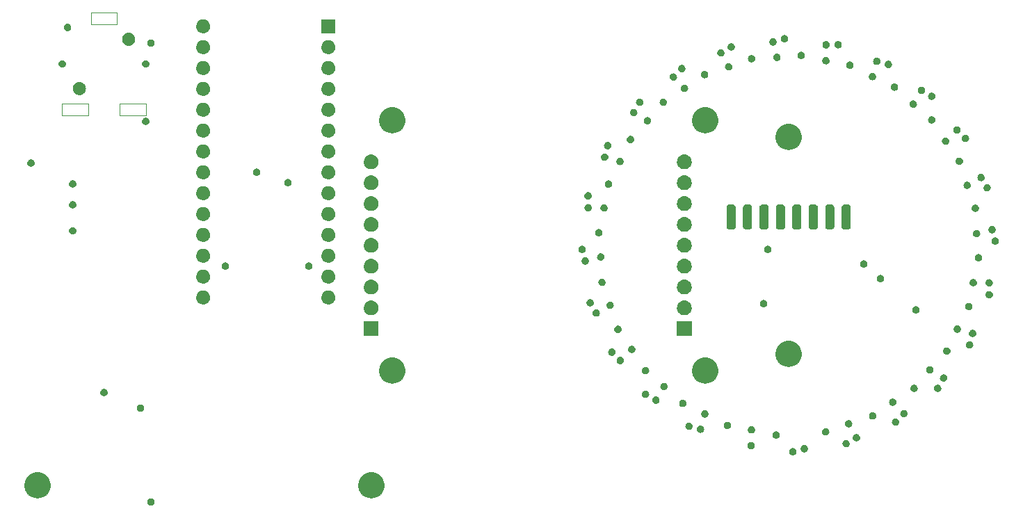
<source format=gbr>
G04 #@! TF.GenerationSoftware,KiCad,Pcbnew,7.0.2-0*
G04 #@! TF.CreationDate,2023-05-22T20:56:43-04:00*
G04 #@! TF.ProjectId,speed_joystick,73706565-645f-46a6-9f79-737469636b2e,rev?*
G04 #@! TF.SameCoordinates,Original*
G04 #@! TF.FileFunction,Soldermask,Bot*
G04 #@! TF.FilePolarity,Negative*
%FSLAX46Y46*%
G04 Gerber Fmt 4.6, Leading zero omitted, Abs format (unit mm)*
G04 Created by KiCad (PCBNEW 7.0.2-0) date 2023-05-22 20:56:43*
%MOMM*%
%LPD*%
G01*
G04 APERTURE LIST*
G04 #@! TA.AperFunction,Profile*
%ADD10C,0.010000*%
G04 #@! TD*
G04 APERTURE END LIST*
D10*
X25850000Y-46215000D02*
X29050000Y-46215000D01*
X25850000Y-47665000D02*
X25850000Y-46215000D01*
X29050000Y-46215000D02*
X29050000Y-47665000D01*
X29050000Y-47665000D02*
X25850000Y-47665000D01*
X29350000Y-35165000D02*
X32550000Y-35165000D01*
X29350000Y-36615000D02*
X29350000Y-35165000D01*
X32550000Y-35165000D02*
X32550000Y-36615000D01*
X32550000Y-36615000D02*
X29350000Y-36615000D01*
X32850000Y-46215000D02*
X32850000Y-47665000D01*
X32850000Y-47665000D02*
X36050000Y-47665000D01*
X36050000Y-46215000D02*
X32850000Y-46215000D01*
X36050000Y-47665000D02*
X36050000Y-46215000D01*
G36*
X22921281Y-91114823D02*
G01*
X22979541Y-91114823D01*
X23043206Y-91124418D01*
X23110295Y-91129699D01*
X23164369Y-91142681D01*
X23215953Y-91150456D01*
X23283358Y-91171247D01*
X23354427Y-91188310D01*
X23400380Y-91207344D01*
X23444420Y-91220929D01*
X23513560Y-91254225D01*
X23586385Y-91284390D01*
X23623765Y-91307296D01*
X23659825Y-91324662D01*
X23728416Y-91371427D01*
X23800456Y-91415573D01*
X23829303Y-91440210D01*
X23857362Y-91459341D01*
X23922871Y-91520124D01*
X23991371Y-91578629D01*
X24012173Y-91602985D01*
X24032626Y-91621963D01*
X24092427Y-91696951D01*
X24154427Y-91769544D01*
X24168061Y-91791793D01*
X24181694Y-91808888D01*
X24233105Y-91897936D01*
X24285610Y-91983615D01*
X24293322Y-92002234D01*
X24301233Y-92015936D01*
X24341580Y-92118739D01*
X24381690Y-92215573D01*
X24385006Y-92229388D01*
X24388580Y-92238493D01*
X24415343Y-92355748D01*
X24440301Y-92459705D01*
X24440948Y-92467930D01*
X24441783Y-92471587D01*
X24452664Y-92616796D01*
X24460000Y-92710000D01*
X24452663Y-92803211D01*
X24441783Y-92948412D01*
X24440948Y-92952068D01*
X24440301Y-92960295D01*
X24415338Y-93064270D01*
X24388580Y-93181506D01*
X24385007Y-93190608D01*
X24381690Y-93204427D01*
X24341572Y-93301278D01*
X24301233Y-93404063D01*
X24293323Y-93417762D01*
X24285610Y-93436385D01*
X24233095Y-93522080D01*
X24181694Y-93611111D01*
X24168064Y-93628202D01*
X24154427Y-93650456D01*
X24092415Y-93723062D01*
X24032626Y-93798036D01*
X24012177Y-93817009D01*
X23991371Y-93841371D01*
X23922857Y-93899886D01*
X23857362Y-93960658D01*
X23829309Y-93979784D01*
X23800456Y-94004427D01*
X23728402Y-94048581D01*
X23659825Y-94095337D01*
X23623772Y-94112698D01*
X23586385Y-94135610D01*
X23513546Y-94165780D01*
X23444420Y-94199070D01*
X23400390Y-94212651D01*
X23354427Y-94231690D01*
X23283344Y-94248755D01*
X23215953Y-94269543D01*
X23164377Y-94277316D01*
X23110295Y-94290301D01*
X23043202Y-94295581D01*
X22979541Y-94305177D01*
X22921281Y-94305177D01*
X22860000Y-94310000D01*
X22798719Y-94305177D01*
X22740459Y-94305177D01*
X22676796Y-94295581D01*
X22609705Y-94290301D01*
X22555623Y-94277317D01*
X22504046Y-94269543D01*
X22436651Y-94248754D01*
X22365573Y-94231690D01*
X22319612Y-94212652D01*
X22275579Y-94199070D01*
X22206449Y-94165778D01*
X22133615Y-94135610D01*
X22096227Y-94112699D01*
X22060175Y-94095337D01*
X21991594Y-94048579D01*
X21919544Y-94004427D01*
X21890694Y-93979787D01*
X21862637Y-93960658D01*
X21797129Y-93899875D01*
X21728629Y-93841371D01*
X21707826Y-93817013D01*
X21687373Y-93798036D01*
X21627569Y-93723045D01*
X21565573Y-93650456D01*
X21551939Y-93628207D01*
X21538305Y-93611111D01*
X21486886Y-93522052D01*
X21434390Y-93436385D01*
X21426678Y-93417768D01*
X21418766Y-93404063D01*
X21378408Y-93301232D01*
X21338310Y-93204427D01*
X21334994Y-93190615D01*
X21331419Y-93181506D01*
X21304641Y-93064186D01*
X21279699Y-92960295D01*
X21279052Y-92952074D01*
X21278216Y-92948412D01*
X21267315Y-92802946D01*
X21260000Y-92710000D01*
X21267314Y-92617061D01*
X21278216Y-92471587D01*
X21279052Y-92467923D01*
X21279699Y-92459705D01*
X21304636Y-92355833D01*
X21331419Y-92238493D01*
X21334994Y-92229382D01*
X21338310Y-92215573D01*
X21378400Y-92118785D01*
X21418766Y-92015936D01*
X21426680Y-92002228D01*
X21434390Y-91983615D01*
X21486876Y-91897964D01*
X21538305Y-91808888D01*
X21551941Y-91791787D01*
X21565573Y-91769544D01*
X21627557Y-91696969D01*
X21687373Y-91621963D01*
X21707830Y-91602981D01*
X21728629Y-91578629D01*
X21797116Y-91520135D01*
X21862637Y-91459341D01*
X21890699Y-91440208D01*
X21919544Y-91415573D01*
X21991579Y-91371429D01*
X22060175Y-91324662D01*
X22096235Y-91307296D01*
X22133615Y-91284390D01*
X22206434Y-91254227D01*
X22275579Y-91220929D01*
X22319622Y-91207343D01*
X22365573Y-91188310D01*
X22436636Y-91171249D01*
X22504046Y-91150456D01*
X22555632Y-91142680D01*
X22609705Y-91129699D01*
X22676792Y-91124418D01*
X22740459Y-91114823D01*
X22798719Y-91114823D01*
X22860000Y-91110000D01*
X22921281Y-91114823D01*
G37*
G36*
X36691676Y-94308591D02*
G01*
X36729184Y-94308591D01*
X36759671Y-94317542D01*
X36781450Y-94320410D01*
X36810703Y-94332527D01*
X36852352Y-94344756D01*
X36874334Y-94358883D01*
X36889961Y-94365356D01*
X36918595Y-94387327D01*
X36960342Y-94414157D01*
X36973799Y-94429688D01*
X36983141Y-94436856D01*
X37007357Y-94468416D01*
X37044405Y-94511171D01*
X37050639Y-94524822D01*
X37054643Y-94530040D01*
X37070451Y-94568205D01*
X37097731Y-94627939D01*
X37099079Y-94637319D01*
X37099589Y-94638549D01*
X37103197Y-94665960D01*
X37116000Y-94755000D01*
X37103196Y-94844048D01*
X37099589Y-94871450D01*
X37099079Y-94872678D01*
X37097731Y-94882061D01*
X37070452Y-94941791D01*
X37054643Y-94979961D01*
X37050638Y-94985180D01*
X37044405Y-94998829D01*
X37007356Y-95041584D01*
X36983142Y-95073142D01*
X36973803Y-95080308D01*
X36960342Y-95095843D01*
X36918586Y-95122677D01*
X36889961Y-95144643D01*
X36874339Y-95151113D01*
X36852352Y-95165244D01*
X36810695Y-95177475D01*
X36781450Y-95189589D01*
X36759677Y-95192455D01*
X36729184Y-95201409D01*
X36691669Y-95201409D01*
X36665000Y-95204920D01*
X36638331Y-95201409D01*
X36600816Y-95201409D01*
X36570323Y-95192455D01*
X36548549Y-95189589D01*
X36519301Y-95177474D01*
X36477648Y-95165244D01*
X36455662Y-95151114D01*
X36440038Y-95144643D01*
X36411407Y-95122673D01*
X36369658Y-95095843D01*
X36356198Y-95080310D01*
X36346857Y-95073142D01*
X36322634Y-95041574D01*
X36285595Y-94998829D01*
X36279363Y-94985183D01*
X36275356Y-94979961D01*
X36259536Y-94941768D01*
X36232269Y-94882061D01*
X36230920Y-94872682D01*
X36230410Y-94871450D01*
X36226791Y-94843965D01*
X36214000Y-94755000D01*
X36226790Y-94666042D01*
X36230410Y-94638549D01*
X36230920Y-94637315D01*
X36232269Y-94627939D01*
X36259537Y-94568228D01*
X36275356Y-94530040D01*
X36279362Y-94524818D01*
X36285595Y-94511171D01*
X36322632Y-94468427D01*
X36346857Y-94436857D01*
X36356201Y-94429687D01*
X36369658Y-94414157D01*
X36411407Y-94387326D01*
X36440040Y-94365356D01*
X36455663Y-94358884D01*
X36477648Y-94344756D01*
X36519294Y-94332527D01*
X36548549Y-94320410D01*
X36570329Y-94317542D01*
X36600816Y-94308591D01*
X36638324Y-94308591D01*
X36665000Y-94305079D01*
X36691676Y-94308591D01*
G37*
G36*
X63561281Y-91114823D02*
G01*
X63619541Y-91114823D01*
X63683206Y-91124418D01*
X63750295Y-91129699D01*
X63804369Y-91142681D01*
X63855953Y-91150456D01*
X63923358Y-91171247D01*
X63994427Y-91188310D01*
X64040380Y-91207344D01*
X64084420Y-91220929D01*
X64153560Y-91254225D01*
X64226385Y-91284390D01*
X64263765Y-91307296D01*
X64299825Y-91324662D01*
X64368416Y-91371427D01*
X64440456Y-91415573D01*
X64469303Y-91440210D01*
X64497362Y-91459341D01*
X64562871Y-91520124D01*
X64631371Y-91578629D01*
X64652173Y-91602985D01*
X64672626Y-91621963D01*
X64732427Y-91696951D01*
X64794427Y-91769544D01*
X64808061Y-91791793D01*
X64821694Y-91808888D01*
X64873105Y-91897936D01*
X64925610Y-91983615D01*
X64933322Y-92002234D01*
X64941233Y-92015936D01*
X64981580Y-92118739D01*
X65021690Y-92215573D01*
X65025006Y-92229388D01*
X65028580Y-92238493D01*
X65055343Y-92355748D01*
X65080301Y-92459705D01*
X65080948Y-92467930D01*
X65081783Y-92471587D01*
X65092664Y-92616796D01*
X65100000Y-92710000D01*
X65092663Y-92803211D01*
X65081783Y-92948412D01*
X65080948Y-92952068D01*
X65080301Y-92960295D01*
X65055338Y-93064270D01*
X65028580Y-93181506D01*
X65025007Y-93190608D01*
X65021690Y-93204427D01*
X64981572Y-93301278D01*
X64941233Y-93404063D01*
X64933323Y-93417762D01*
X64925610Y-93436385D01*
X64873095Y-93522080D01*
X64821694Y-93611111D01*
X64808064Y-93628202D01*
X64794427Y-93650456D01*
X64732415Y-93723062D01*
X64672626Y-93798036D01*
X64652177Y-93817009D01*
X64631371Y-93841371D01*
X64562857Y-93899886D01*
X64497362Y-93960658D01*
X64469309Y-93979784D01*
X64440456Y-94004427D01*
X64368402Y-94048581D01*
X64299825Y-94095337D01*
X64263772Y-94112698D01*
X64226385Y-94135610D01*
X64153546Y-94165780D01*
X64084420Y-94199070D01*
X64040390Y-94212651D01*
X63994427Y-94231690D01*
X63923344Y-94248755D01*
X63855953Y-94269543D01*
X63804377Y-94277316D01*
X63750295Y-94290301D01*
X63683202Y-94295581D01*
X63619541Y-94305177D01*
X63561281Y-94305177D01*
X63500000Y-94310000D01*
X63438719Y-94305177D01*
X63380459Y-94305177D01*
X63316796Y-94295581D01*
X63249705Y-94290301D01*
X63195623Y-94277317D01*
X63144046Y-94269543D01*
X63076651Y-94248754D01*
X63005573Y-94231690D01*
X62959612Y-94212652D01*
X62915579Y-94199070D01*
X62846449Y-94165778D01*
X62773615Y-94135610D01*
X62736227Y-94112699D01*
X62700175Y-94095337D01*
X62631594Y-94048579D01*
X62559544Y-94004427D01*
X62530694Y-93979787D01*
X62502637Y-93960658D01*
X62437129Y-93899875D01*
X62368629Y-93841371D01*
X62347826Y-93817013D01*
X62327373Y-93798036D01*
X62267569Y-93723045D01*
X62205573Y-93650456D01*
X62191939Y-93628207D01*
X62178305Y-93611111D01*
X62126886Y-93522052D01*
X62074390Y-93436385D01*
X62066678Y-93417768D01*
X62058766Y-93404063D01*
X62018408Y-93301232D01*
X61978310Y-93204427D01*
X61974994Y-93190615D01*
X61971419Y-93181506D01*
X61944641Y-93064186D01*
X61919699Y-92960295D01*
X61919052Y-92952074D01*
X61918216Y-92948412D01*
X61907315Y-92802946D01*
X61900000Y-92710000D01*
X61907314Y-92617061D01*
X61918216Y-92471587D01*
X61919052Y-92467923D01*
X61919699Y-92459705D01*
X61944636Y-92355833D01*
X61971419Y-92238493D01*
X61974994Y-92229382D01*
X61978310Y-92215573D01*
X62018400Y-92118785D01*
X62058766Y-92015936D01*
X62066680Y-92002228D01*
X62074390Y-91983615D01*
X62126876Y-91897964D01*
X62178305Y-91808888D01*
X62191941Y-91791787D01*
X62205573Y-91769544D01*
X62267557Y-91696969D01*
X62327373Y-91621963D01*
X62347830Y-91602981D01*
X62368629Y-91578629D01*
X62437116Y-91520135D01*
X62502637Y-91459341D01*
X62530699Y-91440208D01*
X62559544Y-91415573D01*
X62631579Y-91371429D01*
X62700175Y-91324662D01*
X62736235Y-91307296D01*
X62773615Y-91284390D01*
X62846434Y-91254227D01*
X62915579Y-91220929D01*
X62959622Y-91207343D01*
X63005573Y-91188310D01*
X63076636Y-91171249D01*
X63144046Y-91150456D01*
X63195632Y-91142680D01*
X63249705Y-91129699D01*
X63316792Y-91124418D01*
X63380459Y-91114823D01*
X63438719Y-91114823D01*
X63500000Y-91110000D01*
X63561281Y-91114823D01*
G37*
G36*
X109757111Y-87467794D02*
G01*
X109794619Y-87467794D01*
X109825106Y-87476745D01*
X109846885Y-87479613D01*
X109876138Y-87491730D01*
X109917787Y-87503959D01*
X109939769Y-87518086D01*
X109955396Y-87524559D01*
X109984030Y-87546530D01*
X110025777Y-87573360D01*
X110039234Y-87588891D01*
X110048576Y-87596059D01*
X110072792Y-87627619D01*
X110109840Y-87670374D01*
X110116074Y-87684025D01*
X110120078Y-87689243D01*
X110135886Y-87727408D01*
X110163166Y-87787142D01*
X110164514Y-87796522D01*
X110165024Y-87797752D01*
X110168633Y-87825165D01*
X110181435Y-87914203D01*
X110168631Y-88003253D01*
X110165024Y-88030653D01*
X110164514Y-88031881D01*
X110163166Y-88041264D01*
X110135887Y-88100994D01*
X110120078Y-88139164D01*
X110116073Y-88144383D01*
X110109840Y-88158032D01*
X110072791Y-88200787D01*
X110048577Y-88232345D01*
X110039238Y-88239511D01*
X110025777Y-88255046D01*
X109984021Y-88281880D01*
X109955396Y-88303846D01*
X109939774Y-88310316D01*
X109917787Y-88324447D01*
X109876130Y-88336678D01*
X109846885Y-88348792D01*
X109825112Y-88351658D01*
X109794619Y-88360612D01*
X109757103Y-88360612D01*
X109730434Y-88364123D01*
X109703765Y-88360612D01*
X109666251Y-88360612D01*
X109635758Y-88351658D01*
X109613984Y-88348792D01*
X109584736Y-88336677D01*
X109543083Y-88324447D01*
X109521097Y-88310317D01*
X109505473Y-88303846D01*
X109476842Y-88281876D01*
X109435093Y-88255046D01*
X109421633Y-88239513D01*
X109412292Y-88232345D01*
X109388069Y-88200777D01*
X109351030Y-88158032D01*
X109344798Y-88144386D01*
X109340791Y-88139164D01*
X109324971Y-88100971D01*
X109297704Y-88041264D01*
X109296355Y-88031885D01*
X109295845Y-88030653D01*
X109292226Y-88003168D01*
X109279435Y-87914203D01*
X109292225Y-87825245D01*
X109295845Y-87797752D01*
X109296355Y-87796518D01*
X109297704Y-87787142D01*
X109324972Y-87727431D01*
X109340791Y-87689243D01*
X109344797Y-87684021D01*
X109351030Y-87670374D01*
X109388067Y-87627630D01*
X109412292Y-87596060D01*
X109421636Y-87588890D01*
X109435093Y-87573360D01*
X109476842Y-87546529D01*
X109505475Y-87524559D01*
X109521098Y-87518087D01*
X109543083Y-87503959D01*
X109584729Y-87491730D01*
X109613984Y-87479613D01*
X109635764Y-87476745D01*
X109666251Y-87467794D01*
X109703759Y-87467794D01*
X109730435Y-87464282D01*
X109757111Y-87467794D01*
G37*
G36*
X114834676Y-88199591D02*
G01*
X114872184Y-88199591D01*
X114902671Y-88208542D01*
X114924450Y-88211410D01*
X114953703Y-88223527D01*
X114995352Y-88235756D01*
X115017334Y-88249883D01*
X115032961Y-88256356D01*
X115061595Y-88278327D01*
X115103342Y-88305157D01*
X115116799Y-88320688D01*
X115126141Y-88327856D01*
X115150357Y-88359416D01*
X115187405Y-88402171D01*
X115193639Y-88415822D01*
X115197643Y-88421040D01*
X115213451Y-88459205D01*
X115240731Y-88518939D01*
X115242079Y-88528319D01*
X115242589Y-88529549D01*
X115246197Y-88556960D01*
X115259000Y-88646000D01*
X115246196Y-88735048D01*
X115242589Y-88762450D01*
X115242079Y-88763678D01*
X115240731Y-88773061D01*
X115213452Y-88832791D01*
X115197643Y-88870961D01*
X115193638Y-88876180D01*
X115187405Y-88889829D01*
X115150356Y-88932584D01*
X115126142Y-88964142D01*
X115116803Y-88971308D01*
X115103342Y-88986843D01*
X115061586Y-89013677D01*
X115032961Y-89035643D01*
X115017339Y-89042113D01*
X114995352Y-89056244D01*
X114953695Y-89068475D01*
X114924450Y-89080589D01*
X114902677Y-89083455D01*
X114872184Y-89092409D01*
X114834669Y-89092409D01*
X114808000Y-89095920D01*
X114781331Y-89092409D01*
X114743816Y-89092409D01*
X114713323Y-89083455D01*
X114691549Y-89080589D01*
X114662301Y-89068474D01*
X114620648Y-89056244D01*
X114598662Y-89042114D01*
X114583038Y-89035643D01*
X114554407Y-89013673D01*
X114512658Y-88986843D01*
X114499198Y-88971310D01*
X114489857Y-88964142D01*
X114465634Y-88932574D01*
X114428595Y-88889829D01*
X114422363Y-88876183D01*
X114418356Y-88870961D01*
X114402536Y-88832768D01*
X114375269Y-88773061D01*
X114373920Y-88763682D01*
X114373410Y-88762450D01*
X114369791Y-88734965D01*
X114357000Y-88646000D01*
X114369790Y-88557042D01*
X114373410Y-88529549D01*
X114373920Y-88528315D01*
X114375269Y-88518939D01*
X114402537Y-88459228D01*
X114418356Y-88421040D01*
X114422362Y-88415818D01*
X114428595Y-88402171D01*
X114465632Y-88359427D01*
X114489857Y-88327857D01*
X114499201Y-88320687D01*
X114512658Y-88305157D01*
X114554407Y-88278326D01*
X114583040Y-88256356D01*
X114598663Y-88249884D01*
X114620648Y-88235756D01*
X114662294Y-88223527D01*
X114691549Y-88211410D01*
X114713329Y-88208542D01*
X114743816Y-88199591D01*
X114781324Y-88199591D01*
X114808000Y-88196079D01*
X114834676Y-88199591D01*
G37*
G36*
X116231676Y-87818591D02*
G01*
X116269184Y-87818591D01*
X116299671Y-87827542D01*
X116321450Y-87830410D01*
X116350703Y-87842527D01*
X116392352Y-87854756D01*
X116414334Y-87868883D01*
X116429961Y-87875356D01*
X116458595Y-87897327D01*
X116500342Y-87924157D01*
X116513799Y-87939688D01*
X116523141Y-87946856D01*
X116547357Y-87978416D01*
X116584405Y-88021171D01*
X116590639Y-88034822D01*
X116594643Y-88040040D01*
X116610451Y-88078205D01*
X116637731Y-88137939D01*
X116639079Y-88147319D01*
X116639589Y-88148549D01*
X116643198Y-88175962D01*
X116656000Y-88265000D01*
X116643196Y-88354050D01*
X116639589Y-88381450D01*
X116639079Y-88382678D01*
X116637731Y-88392061D01*
X116610452Y-88451791D01*
X116594643Y-88489961D01*
X116590638Y-88495180D01*
X116584405Y-88508829D01*
X116547356Y-88551584D01*
X116523142Y-88583142D01*
X116513803Y-88590308D01*
X116500342Y-88605843D01*
X116458586Y-88632677D01*
X116429961Y-88654643D01*
X116414339Y-88661113D01*
X116392352Y-88675244D01*
X116350695Y-88687475D01*
X116321450Y-88699589D01*
X116299677Y-88702455D01*
X116269184Y-88711409D01*
X116231668Y-88711409D01*
X116204999Y-88714920D01*
X116178330Y-88711409D01*
X116140816Y-88711409D01*
X116110323Y-88702455D01*
X116088549Y-88699589D01*
X116059301Y-88687474D01*
X116017648Y-88675244D01*
X115995662Y-88661114D01*
X115980038Y-88654643D01*
X115951407Y-88632673D01*
X115909658Y-88605843D01*
X115896198Y-88590310D01*
X115886857Y-88583142D01*
X115862634Y-88551574D01*
X115825595Y-88508829D01*
X115819363Y-88495183D01*
X115815356Y-88489961D01*
X115799536Y-88451768D01*
X115772269Y-88392061D01*
X115770920Y-88382682D01*
X115770410Y-88381450D01*
X115766791Y-88353968D01*
X115754000Y-88265000D01*
X115766790Y-88176045D01*
X115770410Y-88148549D01*
X115770920Y-88147315D01*
X115772269Y-88137939D01*
X115799537Y-88078228D01*
X115815356Y-88040040D01*
X115819362Y-88034818D01*
X115825595Y-88021171D01*
X115862632Y-87978427D01*
X115886857Y-87946857D01*
X115896201Y-87939687D01*
X115909658Y-87924157D01*
X115951407Y-87897326D01*
X115980040Y-87875356D01*
X115995663Y-87868884D01*
X116017648Y-87854756D01*
X116059294Y-87842527D01*
X116088549Y-87830410D01*
X116110329Y-87827542D01*
X116140816Y-87818591D01*
X116178324Y-87818591D01*
X116205000Y-87815079D01*
X116231676Y-87818591D01*
G37*
G36*
X121325629Y-87211282D02*
G01*
X121363138Y-87211282D01*
X121393625Y-87220233D01*
X121415404Y-87223101D01*
X121444657Y-87235218D01*
X121486306Y-87247447D01*
X121508288Y-87261574D01*
X121523915Y-87268047D01*
X121552549Y-87290018D01*
X121594296Y-87316848D01*
X121607753Y-87332379D01*
X121617095Y-87339547D01*
X121641311Y-87371107D01*
X121678359Y-87413862D01*
X121684593Y-87427513D01*
X121688597Y-87432731D01*
X121704405Y-87470896D01*
X121731685Y-87530630D01*
X121733033Y-87540010D01*
X121733543Y-87541240D01*
X121737152Y-87568653D01*
X121749954Y-87657691D01*
X121737150Y-87746741D01*
X121733543Y-87774141D01*
X121733033Y-87775369D01*
X121731685Y-87784752D01*
X121704406Y-87844482D01*
X121688597Y-87882652D01*
X121684592Y-87887871D01*
X121678359Y-87901520D01*
X121641310Y-87944275D01*
X121617096Y-87975833D01*
X121607757Y-87982999D01*
X121594296Y-87998534D01*
X121552540Y-88025368D01*
X121523915Y-88047334D01*
X121508293Y-88053804D01*
X121486306Y-88067935D01*
X121444649Y-88080166D01*
X121415404Y-88092280D01*
X121393631Y-88095146D01*
X121363138Y-88104100D01*
X121325622Y-88104100D01*
X121298953Y-88107611D01*
X121272284Y-88104100D01*
X121234770Y-88104100D01*
X121204277Y-88095146D01*
X121182503Y-88092280D01*
X121153255Y-88080165D01*
X121111602Y-88067935D01*
X121089616Y-88053805D01*
X121073992Y-88047334D01*
X121045361Y-88025364D01*
X121003612Y-87998534D01*
X120990152Y-87983001D01*
X120980811Y-87975833D01*
X120956588Y-87944265D01*
X120919549Y-87901520D01*
X120913317Y-87887874D01*
X120909310Y-87882652D01*
X120893490Y-87844459D01*
X120866223Y-87784752D01*
X120864874Y-87775373D01*
X120864364Y-87774141D01*
X120860745Y-87746659D01*
X120847954Y-87657691D01*
X120860744Y-87568736D01*
X120864364Y-87541240D01*
X120864874Y-87540006D01*
X120866223Y-87530630D01*
X120893491Y-87470919D01*
X120909310Y-87432731D01*
X120913316Y-87427509D01*
X120919549Y-87413862D01*
X120956586Y-87371118D01*
X120980811Y-87339548D01*
X120990155Y-87332378D01*
X121003612Y-87316848D01*
X121045361Y-87290017D01*
X121073994Y-87268047D01*
X121089617Y-87261575D01*
X121111602Y-87247447D01*
X121153248Y-87235218D01*
X121182503Y-87223101D01*
X121204283Y-87220233D01*
X121234770Y-87211282D01*
X121272277Y-87211282D01*
X121298953Y-87207770D01*
X121325629Y-87211282D01*
G37*
G36*
X106872262Y-84985560D02*
G01*
X106909770Y-84985560D01*
X106940257Y-84994511D01*
X106962036Y-84997379D01*
X106991289Y-85009496D01*
X107032938Y-85021725D01*
X107054920Y-85035852D01*
X107070547Y-85042325D01*
X107099181Y-85064296D01*
X107140928Y-85091126D01*
X107154385Y-85106657D01*
X107163727Y-85113825D01*
X107187943Y-85145385D01*
X107224991Y-85188140D01*
X107231225Y-85201791D01*
X107235229Y-85207009D01*
X107251037Y-85245174D01*
X107278317Y-85304908D01*
X107279665Y-85314288D01*
X107280175Y-85315518D01*
X107283784Y-85342931D01*
X107296586Y-85431969D01*
X107283782Y-85521019D01*
X107280175Y-85548419D01*
X107279665Y-85549647D01*
X107278317Y-85559030D01*
X107251038Y-85618760D01*
X107235229Y-85656930D01*
X107231224Y-85662149D01*
X107224991Y-85675798D01*
X107187942Y-85718553D01*
X107163728Y-85750111D01*
X107154389Y-85757277D01*
X107140928Y-85772812D01*
X107099172Y-85799646D01*
X107070547Y-85821612D01*
X107054925Y-85828082D01*
X107032938Y-85842213D01*
X106991281Y-85854444D01*
X106962036Y-85866558D01*
X106940263Y-85869424D01*
X106909770Y-85878378D01*
X106872255Y-85878378D01*
X106845586Y-85881889D01*
X106818917Y-85878378D01*
X106781402Y-85878378D01*
X106750909Y-85869424D01*
X106729135Y-85866558D01*
X106699887Y-85854443D01*
X106658234Y-85842213D01*
X106636248Y-85828083D01*
X106620624Y-85821612D01*
X106591993Y-85799642D01*
X106550244Y-85772812D01*
X106536784Y-85757279D01*
X106527443Y-85750111D01*
X106503220Y-85718543D01*
X106466181Y-85675798D01*
X106459949Y-85662152D01*
X106455942Y-85656930D01*
X106440122Y-85618737D01*
X106412855Y-85559030D01*
X106411506Y-85549651D01*
X106410996Y-85548419D01*
X106407377Y-85520934D01*
X106394586Y-85431969D01*
X106407376Y-85343011D01*
X106410996Y-85315518D01*
X106411506Y-85314284D01*
X106412855Y-85304908D01*
X106440123Y-85245197D01*
X106455942Y-85207009D01*
X106459948Y-85201787D01*
X106466181Y-85188140D01*
X106503218Y-85145396D01*
X106527443Y-85113826D01*
X106536787Y-85106656D01*
X106550244Y-85091126D01*
X106591993Y-85064295D01*
X106620626Y-85042325D01*
X106636249Y-85035853D01*
X106658234Y-85021725D01*
X106699880Y-85009496D01*
X106729135Y-84997379D01*
X106750915Y-84994511D01*
X106781402Y-84985560D01*
X106818910Y-84985560D01*
X106845586Y-84982048D01*
X106872262Y-84985560D01*
G37*
G36*
X109784468Y-85527363D02*
G01*
X109821977Y-85527363D01*
X109852464Y-85536314D01*
X109874243Y-85539182D01*
X109903496Y-85551299D01*
X109945145Y-85563528D01*
X109967127Y-85577655D01*
X109982754Y-85584128D01*
X110011388Y-85606099D01*
X110053135Y-85632929D01*
X110066592Y-85648460D01*
X110075934Y-85655628D01*
X110100150Y-85687188D01*
X110137198Y-85729943D01*
X110143432Y-85743594D01*
X110147436Y-85748812D01*
X110163244Y-85786977D01*
X110190524Y-85846711D01*
X110191872Y-85856091D01*
X110192382Y-85857321D01*
X110195990Y-85884732D01*
X110208793Y-85973772D01*
X110195989Y-86062820D01*
X110192382Y-86090222D01*
X110191872Y-86091450D01*
X110190524Y-86100833D01*
X110163245Y-86160563D01*
X110147436Y-86198733D01*
X110143431Y-86203952D01*
X110137198Y-86217601D01*
X110100149Y-86260356D01*
X110075935Y-86291914D01*
X110066596Y-86299080D01*
X110053135Y-86314615D01*
X110011379Y-86341449D01*
X109982754Y-86363415D01*
X109967132Y-86369885D01*
X109945145Y-86384016D01*
X109903488Y-86396247D01*
X109874243Y-86408361D01*
X109852470Y-86411227D01*
X109821977Y-86420181D01*
X109784461Y-86420181D01*
X109757792Y-86423692D01*
X109731123Y-86420181D01*
X109693609Y-86420181D01*
X109663116Y-86411227D01*
X109641342Y-86408361D01*
X109612094Y-86396246D01*
X109570441Y-86384016D01*
X109548455Y-86369886D01*
X109532831Y-86363415D01*
X109504200Y-86341445D01*
X109462451Y-86314615D01*
X109448991Y-86299082D01*
X109439650Y-86291914D01*
X109415427Y-86260346D01*
X109378388Y-86217601D01*
X109372156Y-86203955D01*
X109368149Y-86198733D01*
X109352329Y-86160540D01*
X109325062Y-86100833D01*
X109323713Y-86091454D01*
X109323203Y-86090222D01*
X109319584Y-86062737D01*
X109306793Y-85973772D01*
X109319583Y-85884814D01*
X109323203Y-85857321D01*
X109323713Y-85856087D01*
X109325062Y-85846711D01*
X109352330Y-85787000D01*
X109368149Y-85748812D01*
X109372155Y-85743590D01*
X109378388Y-85729943D01*
X109415425Y-85687199D01*
X109439650Y-85655629D01*
X109448994Y-85648459D01*
X109462451Y-85632929D01*
X109504200Y-85606098D01*
X109532833Y-85584128D01*
X109548456Y-85577656D01*
X109570441Y-85563528D01*
X109612087Y-85551299D01*
X109641342Y-85539182D01*
X109663122Y-85536314D01*
X109693609Y-85527363D01*
X109731116Y-85527363D01*
X109757792Y-85523851D01*
X109784468Y-85527363D01*
G37*
G36*
X118836948Y-85774441D02*
G01*
X118874456Y-85774441D01*
X118904943Y-85783392D01*
X118926722Y-85786260D01*
X118955975Y-85798377D01*
X118997624Y-85810606D01*
X119019606Y-85824733D01*
X119035233Y-85831206D01*
X119063867Y-85853177D01*
X119105614Y-85880007D01*
X119119071Y-85895538D01*
X119128413Y-85902706D01*
X119152629Y-85934266D01*
X119189677Y-85977021D01*
X119195911Y-85990672D01*
X119199915Y-85995890D01*
X119215723Y-86034055D01*
X119243003Y-86093789D01*
X119244351Y-86103169D01*
X119244861Y-86104399D01*
X119248469Y-86131810D01*
X119261272Y-86220850D01*
X119248468Y-86309898D01*
X119244861Y-86337300D01*
X119244351Y-86338528D01*
X119243003Y-86347911D01*
X119215724Y-86407641D01*
X119199915Y-86445811D01*
X119195910Y-86451030D01*
X119189677Y-86464679D01*
X119152628Y-86507434D01*
X119128414Y-86538992D01*
X119119075Y-86546158D01*
X119105614Y-86561693D01*
X119063858Y-86588527D01*
X119035233Y-86610493D01*
X119019611Y-86616963D01*
X118997624Y-86631094D01*
X118955967Y-86643325D01*
X118926722Y-86655439D01*
X118904949Y-86658305D01*
X118874456Y-86667259D01*
X118836941Y-86667259D01*
X118810272Y-86670770D01*
X118783603Y-86667259D01*
X118746088Y-86667259D01*
X118715595Y-86658305D01*
X118693821Y-86655439D01*
X118664573Y-86643324D01*
X118622920Y-86631094D01*
X118600934Y-86616964D01*
X118585310Y-86610493D01*
X118556679Y-86588523D01*
X118514930Y-86561693D01*
X118501470Y-86546160D01*
X118492129Y-86538992D01*
X118467906Y-86507424D01*
X118430867Y-86464679D01*
X118424635Y-86451033D01*
X118420628Y-86445811D01*
X118404808Y-86407618D01*
X118377541Y-86347911D01*
X118376192Y-86338532D01*
X118375682Y-86337300D01*
X118372063Y-86309815D01*
X118359272Y-86220850D01*
X118372062Y-86131892D01*
X118375682Y-86104399D01*
X118376192Y-86103165D01*
X118377541Y-86093789D01*
X118404809Y-86034078D01*
X118420628Y-85995890D01*
X118424634Y-85990668D01*
X118430867Y-85977021D01*
X118467904Y-85934277D01*
X118492129Y-85902707D01*
X118501473Y-85895537D01*
X118514930Y-85880007D01*
X118556679Y-85853176D01*
X118585312Y-85831206D01*
X118600935Y-85824734D01*
X118622920Y-85810606D01*
X118664566Y-85798377D01*
X118693821Y-85786260D01*
X118715601Y-85783392D01*
X118746088Y-85774441D01*
X118783596Y-85774441D01*
X118810272Y-85770929D01*
X118836948Y-85774441D01*
G37*
G36*
X122576418Y-86481694D02*
G01*
X122613926Y-86481694D01*
X122644413Y-86490645D01*
X122666192Y-86493513D01*
X122695445Y-86505630D01*
X122737094Y-86517859D01*
X122759076Y-86531986D01*
X122774703Y-86538459D01*
X122803337Y-86560430D01*
X122845084Y-86587260D01*
X122858541Y-86602791D01*
X122867883Y-86609959D01*
X122892099Y-86641519D01*
X122929147Y-86684274D01*
X122935381Y-86697925D01*
X122939385Y-86703143D01*
X122955193Y-86741308D01*
X122982473Y-86801042D01*
X122983821Y-86810422D01*
X122984331Y-86811652D01*
X122987940Y-86839065D01*
X123000742Y-86928103D01*
X122987938Y-87017153D01*
X122984331Y-87044553D01*
X122983821Y-87045781D01*
X122982473Y-87055164D01*
X122955194Y-87114894D01*
X122939385Y-87153064D01*
X122935380Y-87158283D01*
X122929147Y-87171932D01*
X122892098Y-87214687D01*
X122867884Y-87246245D01*
X122858545Y-87253411D01*
X122845084Y-87268946D01*
X122803328Y-87295780D01*
X122774703Y-87317746D01*
X122759081Y-87324216D01*
X122737094Y-87338347D01*
X122695437Y-87350578D01*
X122666192Y-87362692D01*
X122644419Y-87365558D01*
X122613926Y-87374512D01*
X122576411Y-87374512D01*
X122549742Y-87378023D01*
X122523073Y-87374512D01*
X122485558Y-87374512D01*
X122455065Y-87365558D01*
X122433291Y-87362692D01*
X122404043Y-87350577D01*
X122362390Y-87338347D01*
X122340404Y-87324217D01*
X122324780Y-87317746D01*
X122296149Y-87295776D01*
X122254400Y-87268946D01*
X122240940Y-87253413D01*
X122231599Y-87246245D01*
X122207376Y-87214677D01*
X122170337Y-87171932D01*
X122164105Y-87158286D01*
X122160098Y-87153064D01*
X122144278Y-87114871D01*
X122117011Y-87055164D01*
X122115662Y-87045785D01*
X122115152Y-87044553D01*
X122111533Y-87017068D01*
X122098742Y-86928103D01*
X122111532Y-86839145D01*
X122115152Y-86811652D01*
X122115662Y-86810418D01*
X122117011Y-86801042D01*
X122144279Y-86741331D01*
X122160098Y-86703143D01*
X122164104Y-86697921D01*
X122170337Y-86684274D01*
X122207374Y-86641530D01*
X122231599Y-86609960D01*
X122240943Y-86602790D01*
X122254400Y-86587260D01*
X122296149Y-86560429D01*
X122324782Y-86538459D01*
X122340405Y-86531987D01*
X122362390Y-86517859D01*
X122404036Y-86505630D01*
X122433291Y-86493513D01*
X122455071Y-86490645D01*
X122485558Y-86481694D01*
X122523066Y-86481694D01*
X122549742Y-86478182D01*
X122576418Y-86481694D01*
G37*
G36*
X112802676Y-86167591D02*
G01*
X112840184Y-86167591D01*
X112870671Y-86176542D01*
X112892450Y-86179410D01*
X112921703Y-86191527D01*
X112963352Y-86203756D01*
X112985334Y-86217883D01*
X113000961Y-86224356D01*
X113029595Y-86246327D01*
X113071342Y-86273157D01*
X113084799Y-86288688D01*
X113094141Y-86295856D01*
X113118357Y-86327416D01*
X113155405Y-86370171D01*
X113161639Y-86383822D01*
X113165643Y-86389040D01*
X113181451Y-86427205D01*
X113208731Y-86486939D01*
X113210079Y-86496319D01*
X113210589Y-86497549D01*
X113214197Y-86524960D01*
X113227000Y-86614000D01*
X113214196Y-86703048D01*
X113210589Y-86730450D01*
X113210079Y-86731678D01*
X113208731Y-86741061D01*
X113181452Y-86800791D01*
X113165643Y-86838961D01*
X113161638Y-86844180D01*
X113155405Y-86857829D01*
X113118356Y-86900584D01*
X113094142Y-86932142D01*
X113084803Y-86939308D01*
X113071342Y-86954843D01*
X113029586Y-86981677D01*
X113000961Y-87003643D01*
X112985339Y-87010113D01*
X112963352Y-87024244D01*
X112921695Y-87036475D01*
X112892450Y-87048589D01*
X112870677Y-87051455D01*
X112840184Y-87060409D01*
X112802669Y-87060409D01*
X112776000Y-87063920D01*
X112749331Y-87060409D01*
X112711816Y-87060409D01*
X112681323Y-87051455D01*
X112659549Y-87048589D01*
X112630301Y-87036474D01*
X112588648Y-87024244D01*
X112566662Y-87010114D01*
X112551038Y-87003643D01*
X112522407Y-86981673D01*
X112480658Y-86954843D01*
X112467198Y-86939310D01*
X112457857Y-86932142D01*
X112433634Y-86900574D01*
X112396595Y-86857829D01*
X112390363Y-86844183D01*
X112386356Y-86838961D01*
X112370536Y-86800768D01*
X112343269Y-86741061D01*
X112341920Y-86731682D01*
X112341410Y-86730450D01*
X112337791Y-86702965D01*
X112325000Y-86614000D01*
X112337790Y-86525042D01*
X112341410Y-86497549D01*
X112341920Y-86496315D01*
X112343269Y-86486939D01*
X112370537Y-86427228D01*
X112386356Y-86389040D01*
X112390362Y-86383818D01*
X112396595Y-86370171D01*
X112433632Y-86327427D01*
X112457857Y-86295857D01*
X112467201Y-86288687D01*
X112480658Y-86273157D01*
X112522407Y-86246326D01*
X112551040Y-86224356D01*
X112566663Y-86217884D01*
X112588648Y-86203756D01*
X112630294Y-86191527D01*
X112659549Y-86179410D01*
X112681329Y-86176542D01*
X112711816Y-86167591D01*
X112749324Y-86167591D01*
X112776000Y-86164079D01*
X112802676Y-86167591D01*
G37*
G36*
X102193616Y-85084666D02*
G01*
X102231125Y-85084666D01*
X102261612Y-85093617D01*
X102283391Y-85096485D01*
X102312644Y-85108602D01*
X102354293Y-85120831D01*
X102376275Y-85134958D01*
X102391902Y-85141431D01*
X102420536Y-85163402D01*
X102462283Y-85190232D01*
X102475740Y-85205763D01*
X102485082Y-85212931D01*
X102509298Y-85244491D01*
X102546346Y-85287246D01*
X102552580Y-85300897D01*
X102556584Y-85306115D01*
X102572392Y-85344280D01*
X102599672Y-85404014D01*
X102601020Y-85413394D01*
X102601530Y-85414624D01*
X102605138Y-85442035D01*
X102617941Y-85531075D01*
X102605137Y-85620123D01*
X102601530Y-85647525D01*
X102601020Y-85648753D01*
X102599672Y-85658136D01*
X102572393Y-85717866D01*
X102556584Y-85756036D01*
X102552579Y-85761255D01*
X102546346Y-85774904D01*
X102509297Y-85817659D01*
X102485083Y-85849217D01*
X102475744Y-85856383D01*
X102462283Y-85871918D01*
X102420527Y-85898752D01*
X102391902Y-85920718D01*
X102376280Y-85927188D01*
X102354293Y-85941319D01*
X102312636Y-85953550D01*
X102283391Y-85965664D01*
X102261618Y-85968530D01*
X102231125Y-85977484D01*
X102193610Y-85977484D01*
X102166941Y-85980995D01*
X102140272Y-85977484D01*
X102102757Y-85977484D01*
X102072264Y-85968530D01*
X102050490Y-85965664D01*
X102021242Y-85953549D01*
X101979589Y-85941319D01*
X101957603Y-85927189D01*
X101941979Y-85920718D01*
X101913348Y-85898748D01*
X101871599Y-85871918D01*
X101858139Y-85856385D01*
X101848798Y-85849217D01*
X101824575Y-85817649D01*
X101787536Y-85774904D01*
X101781304Y-85761258D01*
X101777297Y-85756036D01*
X101761477Y-85717843D01*
X101734210Y-85658136D01*
X101732861Y-85648757D01*
X101732351Y-85647525D01*
X101728732Y-85620040D01*
X101715941Y-85531075D01*
X101728731Y-85442117D01*
X101732351Y-85414624D01*
X101732861Y-85413390D01*
X101734210Y-85404014D01*
X101761478Y-85344303D01*
X101777297Y-85306115D01*
X101781303Y-85300893D01*
X101787536Y-85287246D01*
X101824573Y-85244502D01*
X101848798Y-85212932D01*
X101858142Y-85205762D01*
X101871599Y-85190232D01*
X101913348Y-85163401D01*
X101941981Y-85141431D01*
X101957604Y-85134959D01*
X101979589Y-85120831D01*
X102021235Y-85108602D01*
X102050490Y-85096485D01*
X102072270Y-85093617D01*
X102102757Y-85084666D01*
X102140264Y-85084666D01*
X102166940Y-85081154D01*
X102193616Y-85084666D01*
G37*
G36*
X103593954Y-85453210D02*
G01*
X103631462Y-85453210D01*
X103661949Y-85462161D01*
X103683728Y-85465029D01*
X103712981Y-85477146D01*
X103754630Y-85489375D01*
X103776612Y-85503502D01*
X103792239Y-85509975D01*
X103820873Y-85531946D01*
X103862620Y-85558776D01*
X103876077Y-85574307D01*
X103885419Y-85581475D01*
X103909635Y-85613035D01*
X103946683Y-85655790D01*
X103952917Y-85669441D01*
X103956921Y-85674659D01*
X103972729Y-85712824D01*
X104000009Y-85772558D01*
X104001357Y-85781938D01*
X104001867Y-85783168D01*
X104005475Y-85810579D01*
X104018278Y-85899619D01*
X104005474Y-85988667D01*
X104001867Y-86016069D01*
X104001357Y-86017297D01*
X104000009Y-86026680D01*
X103972730Y-86086410D01*
X103956921Y-86124580D01*
X103952916Y-86129799D01*
X103946683Y-86143448D01*
X103909634Y-86186203D01*
X103885420Y-86217761D01*
X103876081Y-86224927D01*
X103862620Y-86240462D01*
X103820864Y-86267296D01*
X103792239Y-86289262D01*
X103776617Y-86295732D01*
X103754630Y-86309863D01*
X103712973Y-86322094D01*
X103683728Y-86334208D01*
X103661955Y-86337074D01*
X103631462Y-86346028D01*
X103593947Y-86346028D01*
X103567278Y-86349539D01*
X103540609Y-86346028D01*
X103503094Y-86346028D01*
X103472601Y-86337074D01*
X103450827Y-86334208D01*
X103421579Y-86322093D01*
X103379926Y-86309863D01*
X103357940Y-86295733D01*
X103342316Y-86289262D01*
X103313685Y-86267292D01*
X103271936Y-86240462D01*
X103258476Y-86224929D01*
X103249135Y-86217761D01*
X103224912Y-86186193D01*
X103187873Y-86143448D01*
X103181641Y-86129802D01*
X103177634Y-86124580D01*
X103161814Y-86086387D01*
X103134547Y-86026680D01*
X103133198Y-86017301D01*
X103132688Y-86016069D01*
X103129069Y-85988587D01*
X103116278Y-85899619D01*
X103129076Y-85810606D01*
X103132688Y-85783168D01*
X103133198Y-85781934D01*
X103134547Y-85772558D01*
X103161815Y-85712847D01*
X103177634Y-85674659D01*
X103181640Y-85669437D01*
X103187873Y-85655790D01*
X103224910Y-85613046D01*
X103249135Y-85581476D01*
X103258479Y-85574306D01*
X103271936Y-85558776D01*
X103313685Y-85531945D01*
X103342318Y-85509975D01*
X103357941Y-85503503D01*
X103379926Y-85489375D01*
X103421572Y-85477146D01*
X103450827Y-85465029D01*
X103472607Y-85462161D01*
X103503094Y-85453210D01*
X103540602Y-85453210D01*
X103567278Y-85449698D01*
X103593954Y-85453210D01*
G37*
G36*
X121629895Y-84787552D02*
G01*
X121667403Y-84787552D01*
X121697890Y-84796503D01*
X121719669Y-84799371D01*
X121748922Y-84811488D01*
X121790571Y-84823717D01*
X121812553Y-84837844D01*
X121828180Y-84844317D01*
X121856814Y-84866288D01*
X121898561Y-84893118D01*
X121912018Y-84908649D01*
X121921360Y-84915817D01*
X121945576Y-84947377D01*
X121982624Y-84990132D01*
X121988858Y-85003783D01*
X121992862Y-85009001D01*
X122008670Y-85047166D01*
X122035950Y-85106900D01*
X122037298Y-85116280D01*
X122037808Y-85117510D01*
X122041416Y-85144921D01*
X122054219Y-85233961D01*
X122041415Y-85323009D01*
X122037808Y-85350411D01*
X122037298Y-85351639D01*
X122035950Y-85361022D01*
X122008671Y-85420752D01*
X121992862Y-85458922D01*
X121988857Y-85464141D01*
X121982624Y-85477790D01*
X121945575Y-85520545D01*
X121921361Y-85552103D01*
X121912022Y-85559269D01*
X121898561Y-85574804D01*
X121856805Y-85601638D01*
X121828180Y-85623604D01*
X121812558Y-85630074D01*
X121790571Y-85644205D01*
X121748914Y-85656436D01*
X121719669Y-85668550D01*
X121697896Y-85671416D01*
X121667403Y-85680370D01*
X121629887Y-85680370D01*
X121603218Y-85683881D01*
X121576549Y-85680370D01*
X121539035Y-85680370D01*
X121508542Y-85671416D01*
X121486768Y-85668550D01*
X121457520Y-85656435D01*
X121415867Y-85644205D01*
X121393881Y-85630075D01*
X121378257Y-85623604D01*
X121349626Y-85601634D01*
X121307877Y-85574804D01*
X121294417Y-85559271D01*
X121285076Y-85552103D01*
X121260853Y-85520535D01*
X121223814Y-85477790D01*
X121217582Y-85464144D01*
X121213575Y-85458922D01*
X121197755Y-85420729D01*
X121170488Y-85361022D01*
X121169139Y-85351643D01*
X121168629Y-85350411D01*
X121165010Y-85322926D01*
X121152219Y-85233961D01*
X121165009Y-85145003D01*
X121168629Y-85117510D01*
X121169139Y-85116276D01*
X121170488Y-85106900D01*
X121197756Y-85047189D01*
X121213575Y-85009001D01*
X121217581Y-85003779D01*
X121223814Y-84990132D01*
X121260851Y-84947388D01*
X121285076Y-84915818D01*
X121294420Y-84908648D01*
X121307877Y-84893118D01*
X121349626Y-84866287D01*
X121378259Y-84844317D01*
X121393882Y-84837845D01*
X121415867Y-84823717D01*
X121457513Y-84811488D01*
X121486768Y-84799371D01*
X121508548Y-84796503D01*
X121539035Y-84787552D01*
X121576543Y-84787552D01*
X121603219Y-84784040D01*
X121629895Y-84787552D01*
G37*
G36*
X35421675Y-82878591D02*
G01*
X35459184Y-82878591D01*
X35489671Y-82887542D01*
X35511450Y-82890410D01*
X35540703Y-82902527D01*
X35582352Y-82914756D01*
X35604334Y-82928883D01*
X35619961Y-82935356D01*
X35648595Y-82957327D01*
X35690342Y-82984157D01*
X35703799Y-82999688D01*
X35713141Y-83006856D01*
X35737357Y-83038416D01*
X35774405Y-83081171D01*
X35780639Y-83094822D01*
X35784643Y-83100040D01*
X35800451Y-83138205D01*
X35827731Y-83197939D01*
X35829079Y-83207319D01*
X35829589Y-83208549D01*
X35833197Y-83235960D01*
X35846000Y-83325000D01*
X35833196Y-83414048D01*
X35829589Y-83441450D01*
X35829079Y-83442678D01*
X35827731Y-83452061D01*
X35800452Y-83511791D01*
X35784643Y-83549961D01*
X35780638Y-83555180D01*
X35774405Y-83568829D01*
X35737356Y-83611584D01*
X35713142Y-83643142D01*
X35703803Y-83650308D01*
X35690342Y-83665843D01*
X35648586Y-83692677D01*
X35619961Y-83714643D01*
X35604339Y-83721113D01*
X35582352Y-83735244D01*
X35540695Y-83747475D01*
X35511450Y-83759589D01*
X35489677Y-83762455D01*
X35459184Y-83771409D01*
X35421668Y-83771409D01*
X35394999Y-83774920D01*
X35368330Y-83771409D01*
X35330816Y-83771409D01*
X35300323Y-83762455D01*
X35278549Y-83759589D01*
X35249301Y-83747474D01*
X35207648Y-83735244D01*
X35185662Y-83721114D01*
X35170038Y-83714643D01*
X35141407Y-83692673D01*
X35099658Y-83665843D01*
X35086198Y-83650310D01*
X35076857Y-83643142D01*
X35052634Y-83611574D01*
X35015595Y-83568829D01*
X35009363Y-83555183D01*
X35005356Y-83549961D01*
X34989536Y-83511768D01*
X34962269Y-83452061D01*
X34960920Y-83442682D01*
X34960410Y-83441450D01*
X34956791Y-83413965D01*
X34944000Y-83325000D01*
X34956790Y-83236042D01*
X34960410Y-83208549D01*
X34960920Y-83207315D01*
X34962269Y-83197939D01*
X34989537Y-83138228D01*
X35005356Y-83100040D01*
X35009362Y-83094818D01*
X35015595Y-83081171D01*
X35052632Y-83038427D01*
X35076857Y-83006857D01*
X35086201Y-82999687D01*
X35099658Y-82984157D01*
X35141407Y-82957326D01*
X35170040Y-82935356D01*
X35185663Y-82928884D01*
X35207648Y-82914756D01*
X35249294Y-82902527D01*
X35278549Y-82890410D01*
X35300329Y-82887542D01*
X35330816Y-82878591D01*
X35368323Y-82878591D01*
X35394999Y-82875079D01*
X35421675Y-82878591D01*
G37*
G36*
X104122599Y-83585978D02*
G01*
X104160108Y-83585978D01*
X104190595Y-83594929D01*
X104212374Y-83597797D01*
X104241627Y-83609914D01*
X104283276Y-83622143D01*
X104305258Y-83636270D01*
X104320885Y-83642743D01*
X104349519Y-83664714D01*
X104391266Y-83691544D01*
X104404723Y-83707075D01*
X104414065Y-83714243D01*
X104438281Y-83745803D01*
X104475329Y-83788558D01*
X104481563Y-83802209D01*
X104485567Y-83807427D01*
X104501375Y-83845592D01*
X104528655Y-83905326D01*
X104530003Y-83914706D01*
X104530513Y-83915936D01*
X104534121Y-83943347D01*
X104546924Y-84032387D01*
X104534120Y-84121435D01*
X104530513Y-84148837D01*
X104530003Y-84150065D01*
X104528655Y-84159448D01*
X104501376Y-84219178D01*
X104485567Y-84257348D01*
X104481562Y-84262567D01*
X104475329Y-84276216D01*
X104438280Y-84318971D01*
X104414066Y-84350529D01*
X104404727Y-84357695D01*
X104391266Y-84373230D01*
X104349510Y-84400064D01*
X104320885Y-84422030D01*
X104305263Y-84428500D01*
X104283276Y-84442631D01*
X104241619Y-84454862D01*
X104212374Y-84466976D01*
X104190601Y-84469842D01*
X104160108Y-84478796D01*
X104122593Y-84478796D01*
X104095924Y-84482307D01*
X104069255Y-84478796D01*
X104031740Y-84478796D01*
X104001247Y-84469842D01*
X103979473Y-84466976D01*
X103950225Y-84454861D01*
X103908572Y-84442631D01*
X103886586Y-84428501D01*
X103870962Y-84422030D01*
X103842331Y-84400060D01*
X103800582Y-84373230D01*
X103787122Y-84357697D01*
X103777781Y-84350529D01*
X103753558Y-84318961D01*
X103716519Y-84276216D01*
X103710287Y-84262570D01*
X103706280Y-84257348D01*
X103690460Y-84219155D01*
X103663193Y-84159448D01*
X103661844Y-84150069D01*
X103661334Y-84148837D01*
X103657715Y-84121355D01*
X103644924Y-84032387D01*
X103657714Y-83943432D01*
X103661334Y-83915936D01*
X103661844Y-83914702D01*
X103663193Y-83905326D01*
X103690461Y-83845615D01*
X103706280Y-83807427D01*
X103710286Y-83802205D01*
X103716519Y-83788558D01*
X103753556Y-83745814D01*
X103777781Y-83714244D01*
X103787125Y-83707074D01*
X103800582Y-83691544D01*
X103842331Y-83664713D01*
X103870964Y-83642743D01*
X103886587Y-83636271D01*
X103908572Y-83622143D01*
X103950218Y-83609914D01*
X103979473Y-83597797D01*
X104001253Y-83594929D01*
X104031740Y-83585978D01*
X104069247Y-83585978D01*
X104095923Y-83582466D01*
X104122599Y-83585978D01*
G37*
G36*
X124563853Y-83832902D02*
G01*
X124601361Y-83832902D01*
X124631848Y-83841853D01*
X124653627Y-83844721D01*
X124682880Y-83856838D01*
X124724529Y-83869067D01*
X124746511Y-83883194D01*
X124762138Y-83889667D01*
X124790772Y-83911638D01*
X124832519Y-83938468D01*
X124845976Y-83953999D01*
X124855318Y-83961167D01*
X124879534Y-83992727D01*
X124916582Y-84035482D01*
X124922816Y-84049133D01*
X124926820Y-84054351D01*
X124942628Y-84092516D01*
X124969908Y-84152250D01*
X124971256Y-84161630D01*
X124971766Y-84162860D01*
X124975374Y-84190271D01*
X124988177Y-84279311D01*
X124975373Y-84368359D01*
X124971766Y-84395761D01*
X124971256Y-84396989D01*
X124969908Y-84406372D01*
X124942629Y-84466102D01*
X124926820Y-84504272D01*
X124922815Y-84509491D01*
X124916582Y-84523140D01*
X124879533Y-84565895D01*
X124855319Y-84597453D01*
X124845980Y-84604619D01*
X124832519Y-84620154D01*
X124790763Y-84646988D01*
X124762138Y-84668954D01*
X124746516Y-84675424D01*
X124724529Y-84689555D01*
X124682872Y-84701786D01*
X124653627Y-84713900D01*
X124631854Y-84716766D01*
X124601361Y-84725720D01*
X124563846Y-84725720D01*
X124537177Y-84729231D01*
X124510508Y-84725720D01*
X124472993Y-84725720D01*
X124442500Y-84716766D01*
X124420726Y-84713900D01*
X124391478Y-84701785D01*
X124349825Y-84689555D01*
X124327839Y-84675425D01*
X124312215Y-84668954D01*
X124283584Y-84646984D01*
X124241835Y-84620154D01*
X124228375Y-84604621D01*
X124219034Y-84597453D01*
X124194811Y-84565885D01*
X124157772Y-84523140D01*
X124151540Y-84509494D01*
X124147533Y-84504272D01*
X124131713Y-84466079D01*
X124104446Y-84406372D01*
X124103097Y-84396993D01*
X124102587Y-84395761D01*
X124098968Y-84368276D01*
X124086177Y-84279311D01*
X124098967Y-84190353D01*
X124102587Y-84162860D01*
X124103097Y-84161626D01*
X124104446Y-84152250D01*
X124131714Y-84092539D01*
X124147533Y-84054351D01*
X124151539Y-84049129D01*
X124157772Y-84035482D01*
X124194809Y-83992738D01*
X124219034Y-83961168D01*
X124228378Y-83953998D01*
X124241835Y-83938468D01*
X124283584Y-83911637D01*
X124312217Y-83889667D01*
X124327840Y-83883195D01*
X124349825Y-83869067D01*
X124391471Y-83856838D01*
X124420726Y-83844721D01*
X124442506Y-83841853D01*
X124472993Y-83832902D01*
X124510501Y-83832902D01*
X124537177Y-83829390D01*
X124563853Y-83832902D01*
G37*
G36*
X127339617Y-84576666D02*
G01*
X127377125Y-84576666D01*
X127407612Y-84585617D01*
X127429391Y-84588485D01*
X127458644Y-84600602D01*
X127500293Y-84612831D01*
X127522275Y-84626958D01*
X127537902Y-84633431D01*
X127566536Y-84655402D01*
X127608283Y-84682232D01*
X127621740Y-84697763D01*
X127631082Y-84704931D01*
X127655298Y-84736491D01*
X127692346Y-84779246D01*
X127698580Y-84792897D01*
X127702584Y-84798115D01*
X127718392Y-84836280D01*
X127745672Y-84896014D01*
X127747020Y-84905394D01*
X127747530Y-84906624D01*
X127751139Y-84934037D01*
X127763941Y-85023075D01*
X127751137Y-85112125D01*
X127747530Y-85139525D01*
X127747020Y-85140753D01*
X127745672Y-85150136D01*
X127718393Y-85209866D01*
X127702584Y-85248036D01*
X127698579Y-85253255D01*
X127692346Y-85266904D01*
X127655297Y-85309659D01*
X127631083Y-85341217D01*
X127621744Y-85348383D01*
X127608283Y-85363918D01*
X127566527Y-85390752D01*
X127537902Y-85412718D01*
X127522280Y-85419188D01*
X127500293Y-85433319D01*
X127458636Y-85445550D01*
X127429391Y-85457664D01*
X127407618Y-85460530D01*
X127377125Y-85469484D01*
X127339609Y-85469484D01*
X127312940Y-85472995D01*
X127286271Y-85469484D01*
X127248757Y-85469484D01*
X127218264Y-85460530D01*
X127196490Y-85457664D01*
X127167242Y-85445549D01*
X127125589Y-85433319D01*
X127103603Y-85419189D01*
X127087979Y-85412718D01*
X127059348Y-85390748D01*
X127017599Y-85363918D01*
X127004139Y-85348385D01*
X126994798Y-85341217D01*
X126970575Y-85309649D01*
X126933536Y-85266904D01*
X126927304Y-85253258D01*
X126923297Y-85248036D01*
X126907477Y-85209843D01*
X126880210Y-85150136D01*
X126878861Y-85140757D01*
X126878351Y-85139525D01*
X126874732Y-85112043D01*
X126861941Y-85023075D01*
X126874731Y-84934120D01*
X126878351Y-84906624D01*
X126878861Y-84905390D01*
X126880210Y-84896014D01*
X126907478Y-84836303D01*
X126923297Y-84798115D01*
X126927303Y-84792893D01*
X126933536Y-84779246D01*
X126970573Y-84736502D01*
X126994798Y-84704932D01*
X127004142Y-84697762D01*
X127017599Y-84682232D01*
X127059348Y-84655401D01*
X127087981Y-84633431D01*
X127103604Y-84626959D01*
X127125589Y-84612831D01*
X127167235Y-84600602D01*
X127196490Y-84588485D01*
X127218270Y-84585617D01*
X127248757Y-84576666D01*
X127286265Y-84576666D01*
X127312941Y-84573154D01*
X127339617Y-84576666D01*
G37*
G36*
X128358954Y-83548210D02*
G01*
X128396462Y-83548210D01*
X128426949Y-83557161D01*
X128448728Y-83560029D01*
X128477981Y-83572146D01*
X128519630Y-83584375D01*
X128541612Y-83598502D01*
X128557239Y-83604975D01*
X128585873Y-83626946D01*
X128627620Y-83653776D01*
X128641077Y-83669307D01*
X128650419Y-83676475D01*
X128674635Y-83708035D01*
X128711683Y-83750790D01*
X128717917Y-83764441D01*
X128721921Y-83769659D01*
X128737729Y-83807824D01*
X128765009Y-83867558D01*
X128766357Y-83876938D01*
X128766867Y-83878168D01*
X128770476Y-83905581D01*
X128783278Y-83994619D01*
X128770474Y-84083669D01*
X128766867Y-84111069D01*
X128766357Y-84112297D01*
X128765009Y-84121680D01*
X128737730Y-84181410D01*
X128721921Y-84219580D01*
X128717916Y-84224799D01*
X128711683Y-84238448D01*
X128674634Y-84281203D01*
X128650420Y-84312761D01*
X128641081Y-84319927D01*
X128627620Y-84335462D01*
X128585864Y-84362296D01*
X128557239Y-84384262D01*
X128541617Y-84390732D01*
X128519630Y-84404863D01*
X128477973Y-84417094D01*
X128448728Y-84429208D01*
X128426955Y-84432074D01*
X128396462Y-84441028D01*
X128358946Y-84441028D01*
X128332277Y-84444539D01*
X128305608Y-84441028D01*
X128268094Y-84441028D01*
X128237601Y-84432074D01*
X128215827Y-84429208D01*
X128186579Y-84417093D01*
X128144926Y-84404863D01*
X128122940Y-84390733D01*
X128107316Y-84384262D01*
X128078685Y-84362292D01*
X128036936Y-84335462D01*
X128023476Y-84319929D01*
X128014135Y-84312761D01*
X127989912Y-84281193D01*
X127952873Y-84238448D01*
X127946641Y-84224802D01*
X127942634Y-84219580D01*
X127926814Y-84181387D01*
X127899547Y-84121680D01*
X127898198Y-84112301D01*
X127897688Y-84111069D01*
X127894069Y-84083587D01*
X127881278Y-83994619D01*
X127894068Y-83905664D01*
X127897688Y-83878168D01*
X127898198Y-83876934D01*
X127899547Y-83867558D01*
X127926815Y-83807847D01*
X127942634Y-83769659D01*
X127946640Y-83764437D01*
X127952873Y-83750790D01*
X127989910Y-83708046D01*
X128014135Y-83676476D01*
X128023479Y-83669306D01*
X128036936Y-83653776D01*
X128078685Y-83626945D01*
X128107318Y-83604975D01*
X128122941Y-83598503D01*
X128144926Y-83584375D01*
X128186572Y-83572146D01*
X128215827Y-83560029D01*
X128237607Y-83557161D01*
X128268094Y-83548210D01*
X128305602Y-83548210D01*
X128332278Y-83544698D01*
X128358954Y-83548210D01*
G37*
G36*
X30976676Y-80973591D02*
G01*
X31014184Y-80973591D01*
X31044671Y-80982542D01*
X31066450Y-80985410D01*
X31095703Y-80997527D01*
X31137352Y-81009756D01*
X31159334Y-81023883D01*
X31174961Y-81030356D01*
X31203595Y-81052327D01*
X31245342Y-81079157D01*
X31258799Y-81094688D01*
X31268141Y-81101856D01*
X31292357Y-81133416D01*
X31329405Y-81176171D01*
X31335639Y-81189822D01*
X31339643Y-81195040D01*
X31355451Y-81233205D01*
X31382731Y-81292939D01*
X31384079Y-81302319D01*
X31384589Y-81303549D01*
X31388197Y-81330960D01*
X31401000Y-81420000D01*
X31388196Y-81509048D01*
X31384589Y-81536450D01*
X31384079Y-81537678D01*
X31382731Y-81547061D01*
X31355452Y-81606791D01*
X31339643Y-81644961D01*
X31335638Y-81650180D01*
X31329405Y-81663829D01*
X31292356Y-81706584D01*
X31268142Y-81738142D01*
X31258803Y-81745308D01*
X31245342Y-81760843D01*
X31203586Y-81787677D01*
X31174961Y-81809643D01*
X31159339Y-81816113D01*
X31137352Y-81830244D01*
X31095695Y-81842475D01*
X31066450Y-81854589D01*
X31044677Y-81857455D01*
X31014184Y-81866409D01*
X30976669Y-81866409D01*
X30950000Y-81869920D01*
X30923331Y-81866409D01*
X30885816Y-81866409D01*
X30855323Y-81857455D01*
X30833549Y-81854589D01*
X30804301Y-81842474D01*
X30762648Y-81830244D01*
X30740662Y-81816114D01*
X30725038Y-81809643D01*
X30696407Y-81787673D01*
X30654658Y-81760843D01*
X30641198Y-81745310D01*
X30631857Y-81738142D01*
X30607634Y-81706574D01*
X30570595Y-81663829D01*
X30564363Y-81650183D01*
X30560356Y-81644961D01*
X30544536Y-81606768D01*
X30517269Y-81547061D01*
X30515920Y-81537682D01*
X30515410Y-81536450D01*
X30511791Y-81508965D01*
X30499000Y-81420000D01*
X30511790Y-81331042D01*
X30515410Y-81303549D01*
X30515920Y-81302315D01*
X30517269Y-81292939D01*
X30544537Y-81233228D01*
X30560356Y-81195040D01*
X30564362Y-81189818D01*
X30570595Y-81176171D01*
X30607632Y-81133427D01*
X30631857Y-81101857D01*
X30641201Y-81094687D01*
X30654658Y-81079157D01*
X30696407Y-81052326D01*
X30725040Y-81030356D01*
X30740663Y-81023884D01*
X30762648Y-81009756D01*
X30804294Y-80997527D01*
X30833549Y-80985410D01*
X30855329Y-80982542D01*
X30885816Y-80973591D01*
X30923324Y-80973591D01*
X30950000Y-80970079D01*
X30976676Y-80973591D01*
G37*
G36*
X96904978Y-81193708D02*
G01*
X96942487Y-81193708D01*
X96972974Y-81202659D01*
X96994753Y-81205527D01*
X97024006Y-81217644D01*
X97065655Y-81229873D01*
X97087637Y-81244000D01*
X97103264Y-81250473D01*
X97131898Y-81272444D01*
X97173645Y-81299274D01*
X97187102Y-81314805D01*
X97196444Y-81321973D01*
X97220660Y-81353533D01*
X97257708Y-81396288D01*
X97263942Y-81409939D01*
X97267946Y-81415157D01*
X97283754Y-81453322D01*
X97311034Y-81513056D01*
X97312382Y-81522436D01*
X97312892Y-81523666D01*
X97316500Y-81551077D01*
X97329303Y-81640117D01*
X97316499Y-81729165D01*
X97312892Y-81756567D01*
X97312382Y-81757795D01*
X97311034Y-81767178D01*
X97283755Y-81826908D01*
X97267946Y-81865078D01*
X97263941Y-81870297D01*
X97257708Y-81883946D01*
X97220659Y-81926701D01*
X97196445Y-81958259D01*
X97187106Y-81965425D01*
X97173645Y-81980960D01*
X97131889Y-82007794D01*
X97103264Y-82029760D01*
X97087642Y-82036230D01*
X97065655Y-82050361D01*
X97023998Y-82062592D01*
X96994753Y-82074706D01*
X96972980Y-82077572D01*
X96942487Y-82086526D01*
X96904972Y-82086526D01*
X96878303Y-82090037D01*
X96851634Y-82086526D01*
X96814119Y-82086526D01*
X96783626Y-82077572D01*
X96761852Y-82074706D01*
X96732604Y-82062591D01*
X96690951Y-82050361D01*
X96668965Y-82036231D01*
X96653341Y-82029760D01*
X96624710Y-82007790D01*
X96582961Y-81980960D01*
X96569501Y-81965427D01*
X96560160Y-81958259D01*
X96535937Y-81926691D01*
X96498898Y-81883946D01*
X96492666Y-81870300D01*
X96488659Y-81865078D01*
X96472839Y-81826885D01*
X96445572Y-81767178D01*
X96444223Y-81757799D01*
X96443713Y-81756567D01*
X96440094Y-81729085D01*
X96427303Y-81640117D01*
X96440093Y-81551162D01*
X96443713Y-81523666D01*
X96444223Y-81522432D01*
X96445572Y-81513056D01*
X96472840Y-81453345D01*
X96488659Y-81415157D01*
X96492665Y-81409935D01*
X96498898Y-81396288D01*
X96535935Y-81353544D01*
X96560160Y-81321974D01*
X96569504Y-81314804D01*
X96582961Y-81299274D01*
X96624710Y-81272443D01*
X96653343Y-81250473D01*
X96668966Y-81244001D01*
X96690951Y-81229873D01*
X96732597Y-81217644D01*
X96761852Y-81205527D01*
X96783632Y-81202659D01*
X96814119Y-81193708D01*
X96851626Y-81193708D01*
X96878302Y-81190196D01*
X96904978Y-81193708D01*
G37*
G36*
X98162215Y-81912129D02*
G01*
X98199723Y-81912129D01*
X98230210Y-81921080D01*
X98251989Y-81923948D01*
X98281242Y-81936065D01*
X98322891Y-81948294D01*
X98344873Y-81962421D01*
X98360500Y-81968894D01*
X98389134Y-81990865D01*
X98430881Y-82017695D01*
X98444338Y-82033226D01*
X98453680Y-82040394D01*
X98477896Y-82071954D01*
X98514944Y-82114709D01*
X98521178Y-82128360D01*
X98525182Y-82133578D01*
X98540990Y-82171743D01*
X98568270Y-82231477D01*
X98569618Y-82240857D01*
X98570128Y-82242087D01*
X98573737Y-82269500D01*
X98586539Y-82358538D01*
X98573735Y-82447588D01*
X98570128Y-82474988D01*
X98569618Y-82476216D01*
X98568270Y-82485599D01*
X98540991Y-82545329D01*
X98525182Y-82583499D01*
X98521177Y-82588718D01*
X98514944Y-82602367D01*
X98477895Y-82645122D01*
X98453681Y-82676680D01*
X98444342Y-82683846D01*
X98430881Y-82699381D01*
X98389125Y-82726215D01*
X98360500Y-82748181D01*
X98344878Y-82754651D01*
X98322891Y-82768782D01*
X98281234Y-82781013D01*
X98251989Y-82793127D01*
X98230216Y-82795993D01*
X98199723Y-82804947D01*
X98162208Y-82804947D01*
X98135539Y-82808458D01*
X98108870Y-82804947D01*
X98071355Y-82804947D01*
X98040862Y-82795993D01*
X98019088Y-82793127D01*
X97989840Y-82781012D01*
X97948187Y-82768782D01*
X97926201Y-82754652D01*
X97910577Y-82748181D01*
X97881946Y-82726211D01*
X97840197Y-82699381D01*
X97826737Y-82683848D01*
X97817396Y-82676680D01*
X97793173Y-82645112D01*
X97756134Y-82602367D01*
X97749902Y-82588721D01*
X97745895Y-82583499D01*
X97730075Y-82545306D01*
X97702808Y-82485599D01*
X97701459Y-82476220D01*
X97700949Y-82474988D01*
X97697330Y-82447506D01*
X97684539Y-82358538D01*
X97697329Y-82269583D01*
X97700949Y-82242087D01*
X97701459Y-82240853D01*
X97702808Y-82231477D01*
X97730076Y-82171766D01*
X97745895Y-82133578D01*
X97749901Y-82128356D01*
X97756134Y-82114709D01*
X97793171Y-82071965D01*
X97817396Y-82040395D01*
X97826740Y-82033225D01*
X97840197Y-82017695D01*
X97881946Y-81990864D01*
X97910579Y-81968894D01*
X97926202Y-81962422D01*
X97948187Y-81948294D01*
X97989833Y-81936065D01*
X98019088Y-81923948D01*
X98040868Y-81921080D01*
X98071355Y-81912129D01*
X98108863Y-81912129D01*
X98135539Y-81908617D01*
X98162215Y-81912129D01*
G37*
G36*
X101449853Y-82308902D02*
G01*
X101487361Y-82308902D01*
X101517848Y-82317853D01*
X101539627Y-82320721D01*
X101568880Y-82332838D01*
X101610529Y-82345067D01*
X101632511Y-82359194D01*
X101648138Y-82365667D01*
X101676772Y-82387638D01*
X101718519Y-82414468D01*
X101731976Y-82429999D01*
X101741318Y-82437167D01*
X101765534Y-82468727D01*
X101802582Y-82511482D01*
X101808816Y-82525133D01*
X101812820Y-82530351D01*
X101828628Y-82568516D01*
X101855908Y-82628250D01*
X101857256Y-82637630D01*
X101857766Y-82638860D01*
X101861374Y-82666271D01*
X101874177Y-82755311D01*
X101861373Y-82844359D01*
X101857766Y-82871761D01*
X101857256Y-82872989D01*
X101855908Y-82882372D01*
X101828629Y-82942102D01*
X101812820Y-82980272D01*
X101808815Y-82985491D01*
X101802582Y-82999140D01*
X101765533Y-83041895D01*
X101741319Y-83073453D01*
X101731980Y-83080619D01*
X101718519Y-83096154D01*
X101676763Y-83122988D01*
X101648138Y-83144954D01*
X101632516Y-83151424D01*
X101610529Y-83165555D01*
X101568872Y-83177786D01*
X101539627Y-83189900D01*
X101517854Y-83192766D01*
X101487361Y-83201720D01*
X101449846Y-83201720D01*
X101423177Y-83205231D01*
X101396508Y-83201720D01*
X101358993Y-83201720D01*
X101328500Y-83192766D01*
X101306726Y-83189900D01*
X101277478Y-83177785D01*
X101235825Y-83165555D01*
X101213839Y-83151425D01*
X101198215Y-83144954D01*
X101169584Y-83122984D01*
X101127835Y-83096154D01*
X101114375Y-83080621D01*
X101105034Y-83073453D01*
X101080811Y-83041885D01*
X101043772Y-82999140D01*
X101037540Y-82985494D01*
X101033533Y-82980272D01*
X101017713Y-82942079D01*
X100990446Y-82882372D01*
X100989097Y-82872993D01*
X100988587Y-82871761D01*
X100984968Y-82844279D01*
X100972177Y-82755311D01*
X100984967Y-82666356D01*
X100988587Y-82638860D01*
X100989097Y-82637626D01*
X100990446Y-82628250D01*
X101017714Y-82568539D01*
X101033533Y-82530351D01*
X101037539Y-82525129D01*
X101043772Y-82511482D01*
X101080809Y-82468738D01*
X101105034Y-82437168D01*
X101114378Y-82429998D01*
X101127835Y-82414468D01*
X101169584Y-82387637D01*
X101198217Y-82365667D01*
X101213840Y-82359195D01*
X101235825Y-82345067D01*
X101277471Y-82332838D01*
X101306726Y-82320721D01*
X101328506Y-82317853D01*
X101358993Y-82308902D01*
X101396501Y-82308902D01*
X101423177Y-82305390D01*
X101449853Y-82308902D01*
G37*
G36*
X127006206Y-82156773D02*
G01*
X127043715Y-82156773D01*
X127074202Y-82165724D01*
X127095981Y-82168592D01*
X127125234Y-82180709D01*
X127166883Y-82192938D01*
X127188865Y-82207065D01*
X127204492Y-82213538D01*
X127233126Y-82235509D01*
X127274873Y-82262339D01*
X127288330Y-82277870D01*
X127297672Y-82285038D01*
X127321888Y-82316598D01*
X127358936Y-82359353D01*
X127365170Y-82373004D01*
X127369174Y-82378222D01*
X127384982Y-82416387D01*
X127412262Y-82476121D01*
X127413610Y-82485501D01*
X127414120Y-82486731D01*
X127417728Y-82514142D01*
X127430531Y-82603182D01*
X127417727Y-82692230D01*
X127414120Y-82719632D01*
X127413610Y-82720860D01*
X127412262Y-82730243D01*
X127384983Y-82789973D01*
X127369174Y-82828143D01*
X127365169Y-82833362D01*
X127358936Y-82847011D01*
X127321887Y-82889766D01*
X127297673Y-82921324D01*
X127288334Y-82928490D01*
X127274873Y-82944025D01*
X127233117Y-82970859D01*
X127204492Y-82992825D01*
X127188870Y-82999295D01*
X127166883Y-83013426D01*
X127125226Y-83025657D01*
X127095981Y-83037771D01*
X127074208Y-83040637D01*
X127043715Y-83049591D01*
X127006199Y-83049591D01*
X126979530Y-83053102D01*
X126952861Y-83049591D01*
X126915347Y-83049591D01*
X126884854Y-83040637D01*
X126863080Y-83037771D01*
X126833832Y-83025656D01*
X126792179Y-83013426D01*
X126770193Y-82999296D01*
X126754569Y-82992825D01*
X126725938Y-82970855D01*
X126684189Y-82944025D01*
X126670729Y-82928492D01*
X126661388Y-82921324D01*
X126637165Y-82889756D01*
X126600126Y-82847011D01*
X126593894Y-82833365D01*
X126589887Y-82828143D01*
X126574067Y-82789950D01*
X126546800Y-82730243D01*
X126545451Y-82720864D01*
X126544941Y-82719632D01*
X126541322Y-82692147D01*
X126528531Y-82603182D01*
X126541321Y-82514224D01*
X126544941Y-82486731D01*
X126545451Y-82485497D01*
X126546800Y-82476121D01*
X126574068Y-82416410D01*
X126589887Y-82378222D01*
X126593893Y-82373000D01*
X126600126Y-82359353D01*
X126637163Y-82316609D01*
X126661388Y-82285039D01*
X126670732Y-82277869D01*
X126684189Y-82262339D01*
X126725938Y-82235508D01*
X126754571Y-82213538D01*
X126770194Y-82207066D01*
X126792179Y-82192938D01*
X126833825Y-82180709D01*
X126863080Y-82168592D01*
X126884860Y-82165724D01*
X126915347Y-82156773D01*
X126952854Y-82156773D01*
X126979530Y-82153261D01*
X127006206Y-82156773D01*
G37*
G36*
X66101281Y-77144823D02*
G01*
X66159541Y-77144823D01*
X66223206Y-77154418D01*
X66290295Y-77159699D01*
X66344369Y-77172681D01*
X66395953Y-77180456D01*
X66463358Y-77201247D01*
X66534427Y-77218310D01*
X66580380Y-77237344D01*
X66624420Y-77250929D01*
X66693560Y-77284225D01*
X66766385Y-77314390D01*
X66803765Y-77337296D01*
X66839825Y-77354662D01*
X66908416Y-77401427D01*
X66980456Y-77445573D01*
X67009303Y-77470210D01*
X67037362Y-77489341D01*
X67102871Y-77550124D01*
X67171371Y-77608629D01*
X67192173Y-77632985D01*
X67212626Y-77651963D01*
X67272427Y-77726951D01*
X67334427Y-77799544D01*
X67348061Y-77821793D01*
X67361694Y-77838888D01*
X67413105Y-77927936D01*
X67465610Y-78013615D01*
X67473322Y-78032234D01*
X67481233Y-78045936D01*
X67521580Y-78148739D01*
X67561690Y-78245573D01*
X67565006Y-78259388D01*
X67568580Y-78268493D01*
X67595343Y-78385748D01*
X67620301Y-78489705D01*
X67620948Y-78497930D01*
X67621783Y-78501587D01*
X67632664Y-78646796D01*
X67640000Y-78740000D01*
X67632663Y-78833211D01*
X67621783Y-78978412D01*
X67620948Y-78982068D01*
X67620301Y-78990295D01*
X67595338Y-79094270D01*
X67568580Y-79211506D01*
X67565007Y-79220608D01*
X67561690Y-79234427D01*
X67521572Y-79331278D01*
X67481233Y-79434063D01*
X67473323Y-79447762D01*
X67465610Y-79466385D01*
X67413095Y-79552080D01*
X67361694Y-79641111D01*
X67348064Y-79658202D01*
X67334427Y-79680456D01*
X67272415Y-79753062D01*
X67212626Y-79828036D01*
X67192177Y-79847009D01*
X67171371Y-79871371D01*
X67102857Y-79929886D01*
X67037362Y-79990658D01*
X67009309Y-80009784D01*
X66980456Y-80034427D01*
X66908402Y-80078581D01*
X66839825Y-80125337D01*
X66803772Y-80142698D01*
X66766385Y-80165610D01*
X66693546Y-80195780D01*
X66624420Y-80229070D01*
X66580390Y-80242651D01*
X66534427Y-80261690D01*
X66463344Y-80278755D01*
X66395953Y-80299543D01*
X66344377Y-80307316D01*
X66290295Y-80320301D01*
X66223202Y-80325581D01*
X66159541Y-80335177D01*
X66101281Y-80335177D01*
X66040000Y-80340000D01*
X65978719Y-80335177D01*
X65920459Y-80335177D01*
X65856796Y-80325581D01*
X65789705Y-80320301D01*
X65735623Y-80307317D01*
X65684046Y-80299543D01*
X65616651Y-80278754D01*
X65545573Y-80261690D01*
X65499612Y-80242652D01*
X65455579Y-80229070D01*
X65386449Y-80195778D01*
X65313615Y-80165610D01*
X65276227Y-80142699D01*
X65240175Y-80125337D01*
X65171594Y-80078579D01*
X65099544Y-80034427D01*
X65070694Y-80009787D01*
X65042637Y-79990658D01*
X64977129Y-79929875D01*
X64908629Y-79871371D01*
X64887826Y-79847013D01*
X64867373Y-79828036D01*
X64807569Y-79753045D01*
X64745573Y-79680456D01*
X64731939Y-79658207D01*
X64718305Y-79641111D01*
X64666886Y-79552052D01*
X64614390Y-79466385D01*
X64606678Y-79447768D01*
X64598766Y-79434063D01*
X64558408Y-79331232D01*
X64518310Y-79234427D01*
X64514994Y-79220615D01*
X64511419Y-79211506D01*
X64484641Y-79094186D01*
X64459699Y-78990295D01*
X64459052Y-78982074D01*
X64458216Y-78978412D01*
X64447315Y-78832946D01*
X64440000Y-78740000D01*
X64447314Y-78647061D01*
X64458216Y-78501587D01*
X64459052Y-78497923D01*
X64459699Y-78489705D01*
X64484636Y-78385833D01*
X64511419Y-78268493D01*
X64514994Y-78259382D01*
X64518310Y-78245573D01*
X64558400Y-78148785D01*
X64598766Y-78045936D01*
X64606680Y-78032228D01*
X64614390Y-78013615D01*
X64666876Y-77927964D01*
X64718305Y-77838888D01*
X64731941Y-77821787D01*
X64745573Y-77799544D01*
X64807557Y-77726969D01*
X64867373Y-77651963D01*
X64887830Y-77632981D01*
X64908629Y-77608629D01*
X64977116Y-77550135D01*
X65042637Y-77489341D01*
X65070699Y-77470208D01*
X65099544Y-77445573D01*
X65171579Y-77401429D01*
X65240175Y-77354662D01*
X65276235Y-77337296D01*
X65313615Y-77314390D01*
X65386434Y-77284227D01*
X65455579Y-77250929D01*
X65499622Y-77237343D01*
X65545573Y-77218310D01*
X65616636Y-77201249D01*
X65684046Y-77180456D01*
X65735632Y-77172680D01*
X65789705Y-77159699D01*
X65856792Y-77154418D01*
X65920459Y-77144823D01*
X65978719Y-77144823D01*
X66040000Y-77140000D01*
X66101281Y-77144823D01*
G37*
G36*
X99156123Y-80245345D02*
G01*
X99193631Y-80245345D01*
X99224118Y-80254296D01*
X99245897Y-80257164D01*
X99275150Y-80269281D01*
X99316799Y-80281510D01*
X99338781Y-80295637D01*
X99354408Y-80302110D01*
X99383042Y-80324081D01*
X99424789Y-80350911D01*
X99438246Y-80366442D01*
X99447588Y-80373610D01*
X99471804Y-80405170D01*
X99508852Y-80447925D01*
X99515086Y-80461576D01*
X99519090Y-80466794D01*
X99534898Y-80504959D01*
X99562178Y-80564693D01*
X99563526Y-80574073D01*
X99564036Y-80575303D01*
X99567645Y-80602716D01*
X99580447Y-80691754D01*
X99567643Y-80780804D01*
X99564036Y-80808204D01*
X99563526Y-80809432D01*
X99562178Y-80818815D01*
X99534899Y-80878545D01*
X99519090Y-80916715D01*
X99515085Y-80921934D01*
X99508852Y-80935583D01*
X99471803Y-80978338D01*
X99447589Y-81009896D01*
X99438250Y-81017062D01*
X99424789Y-81032597D01*
X99383033Y-81059431D01*
X99354408Y-81081397D01*
X99338786Y-81087867D01*
X99316799Y-81101998D01*
X99275142Y-81114229D01*
X99245897Y-81126343D01*
X99224124Y-81129209D01*
X99193631Y-81138163D01*
X99156116Y-81138163D01*
X99129447Y-81141674D01*
X99102778Y-81138163D01*
X99065263Y-81138163D01*
X99034770Y-81129209D01*
X99012996Y-81126343D01*
X98983748Y-81114228D01*
X98942095Y-81101998D01*
X98920109Y-81087868D01*
X98904485Y-81081397D01*
X98875854Y-81059427D01*
X98834105Y-81032597D01*
X98820645Y-81017064D01*
X98811304Y-81009896D01*
X98787081Y-80978328D01*
X98750042Y-80935583D01*
X98743810Y-80921937D01*
X98739803Y-80916715D01*
X98723983Y-80878522D01*
X98696716Y-80818815D01*
X98695367Y-80809436D01*
X98694857Y-80808204D01*
X98691238Y-80780722D01*
X98678447Y-80691754D01*
X98691237Y-80602799D01*
X98694857Y-80575303D01*
X98695367Y-80574069D01*
X98696716Y-80564693D01*
X98723984Y-80504982D01*
X98739803Y-80466794D01*
X98743809Y-80461572D01*
X98750042Y-80447925D01*
X98787079Y-80405181D01*
X98811304Y-80373611D01*
X98820648Y-80366441D01*
X98834105Y-80350911D01*
X98875854Y-80324080D01*
X98904487Y-80302110D01*
X98920110Y-80295638D01*
X98942095Y-80281510D01*
X98983741Y-80269281D01*
X99012996Y-80257164D01*
X99034776Y-80254296D01*
X99065263Y-80245345D01*
X99102771Y-80245345D01*
X99129447Y-80241833D01*
X99156123Y-80245345D01*
G37*
G36*
X129593110Y-80475288D02*
G01*
X129630619Y-80475288D01*
X129661106Y-80484239D01*
X129682885Y-80487107D01*
X129712138Y-80499224D01*
X129753787Y-80511453D01*
X129775769Y-80525580D01*
X129791396Y-80532053D01*
X129820030Y-80554024D01*
X129861777Y-80580854D01*
X129875234Y-80596385D01*
X129884576Y-80603553D01*
X129908792Y-80635113D01*
X129945840Y-80677868D01*
X129952074Y-80691519D01*
X129956078Y-80696737D01*
X129971886Y-80734902D01*
X129999166Y-80794636D01*
X130000514Y-80804016D01*
X130001024Y-80805246D01*
X130004633Y-80832659D01*
X130017435Y-80921697D01*
X130004631Y-81010747D01*
X130001024Y-81038147D01*
X130000514Y-81039375D01*
X129999166Y-81048758D01*
X129971887Y-81108488D01*
X129956078Y-81146658D01*
X129952073Y-81151877D01*
X129945840Y-81165526D01*
X129908791Y-81208281D01*
X129884577Y-81239839D01*
X129875238Y-81247005D01*
X129861777Y-81262540D01*
X129820021Y-81289374D01*
X129791396Y-81311340D01*
X129775774Y-81317810D01*
X129753787Y-81331941D01*
X129712130Y-81344172D01*
X129682885Y-81356286D01*
X129661112Y-81359152D01*
X129630619Y-81368106D01*
X129593104Y-81368106D01*
X129566435Y-81371617D01*
X129539766Y-81368106D01*
X129502251Y-81368106D01*
X129471758Y-81359152D01*
X129449984Y-81356286D01*
X129420736Y-81344171D01*
X129379083Y-81331941D01*
X129357097Y-81317811D01*
X129341473Y-81311340D01*
X129312842Y-81289370D01*
X129271093Y-81262540D01*
X129257633Y-81247007D01*
X129248292Y-81239839D01*
X129224069Y-81208271D01*
X129187030Y-81165526D01*
X129180798Y-81151880D01*
X129176791Y-81146658D01*
X129160971Y-81108465D01*
X129133704Y-81048758D01*
X129132355Y-81039379D01*
X129131845Y-81038147D01*
X129128226Y-81010662D01*
X129115435Y-80921697D01*
X129128225Y-80832739D01*
X129131845Y-80805246D01*
X129132355Y-80804012D01*
X129133704Y-80794636D01*
X129160972Y-80734925D01*
X129176791Y-80696737D01*
X129180797Y-80691515D01*
X129187030Y-80677868D01*
X129224067Y-80635124D01*
X129248292Y-80603554D01*
X129257636Y-80596384D01*
X129271093Y-80580854D01*
X129312842Y-80554023D01*
X129341475Y-80532053D01*
X129357098Y-80525581D01*
X129379083Y-80511453D01*
X129420729Y-80499224D01*
X129449984Y-80487107D01*
X129471764Y-80484239D01*
X129502251Y-80475288D01*
X129539758Y-80475288D01*
X129566434Y-80471776D01*
X129593110Y-80475288D01*
G37*
G36*
X132466793Y-80475288D02*
G01*
X132504301Y-80475288D01*
X132534788Y-80484239D01*
X132556567Y-80487107D01*
X132585820Y-80499224D01*
X132627469Y-80511453D01*
X132649451Y-80525580D01*
X132665078Y-80532053D01*
X132693712Y-80554024D01*
X132735459Y-80580854D01*
X132748916Y-80596385D01*
X132758258Y-80603553D01*
X132782474Y-80635113D01*
X132819522Y-80677868D01*
X132825756Y-80691519D01*
X132829760Y-80696737D01*
X132845568Y-80734902D01*
X132872848Y-80794636D01*
X132874196Y-80804016D01*
X132874706Y-80805246D01*
X132878314Y-80832657D01*
X132891117Y-80921697D01*
X132878313Y-81010745D01*
X132874706Y-81038147D01*
X132874196Y-81039375D01*
X132872848Y-81048758D01*
X132845569Y-81108488D01*
X132829760Y-81146658D01*
X132825755Y-81151877D01*
X132819522Y-81165526D01*
X132782473Y-81208281D01*
X132758259Y-81239839D01*
X132748920Y-81247005D01*
X132735459Y-81262540D01*
X132693703Y-81289374D01*
X132665078Y-81311340D01*
X132649456Y-81317810D01*
X132627469Y-81331941D01*
X132585812Y-81344172D01*
X132556567Y-81356286D01*
X132534794Y-81359152D01*
X132504301Y-81368106D01*
X132466786Y-81368106D01*
X132440117Y-81371617D01*
X132413448Y-81368106D01*
X132375933Y-81368106D01*
X132345440Y-81359152D01*
X132323666Y-81356286D01*
X132294418Y-81344171D01*
X132252765Y-81331941D01*
X132230779Y-81317811D01*
X132215155Y-81311340D01*
X132186524Y-81289370D01*
X132144775Y-81262540D01*
X132131315Y-81247007D01*
X132121974Y-81239839D01*
X132097751Y-81208271D01*
X132060712Y-81165526D01*
X132054480Y-81151880D01*
X132050473Y-81146658D01*
X132034653Y-81108465D01*
X132007386Y-81048758D01*
X132006037Y-81039379D01*
X132005527Y-81038147D01*
X132001908Y-81010665D01*
X131989117Y-80921697D01*
X132001907Y-80832742D01*
X132005527Y-80805246D01*
X132006037Y-80804012D01*
X132007386Y-80794636D01*
X132034654Y-80734925D01*
X132050473Y-80696737D01*
X132054479Y-80691515D01*
X132060712Y-80677868D01*
X132097749Y-80635124D01*
X132121974Y-80603554D01*
X132131318Y-80596384D01*
X132144775Y-80580854D01*
X132186524Y-80554023D01*
X132215157Y-80532053D01*
X132230780Y-80525581D01*
X132252765Y-80511453D01*
X132294411Y-80499224D01*
X132323666Y-80487107D01*
X132345446Y-80484239D01*
X132375933Y-80475288D01*
X132413441Y-80475288D01*
X132440117Y-80471776D01*
X132466793Y-80475288D01*
G37*
G36*
X93832057Y-77085869D02*
G01*
X93869565Y-77085869D01*
X93900052Y-77094820D01*
X93921831Y-77097688D01*
X93951084Y-77109805D01*
X93992733Y-77122034D01*
X94014715Y-77136161D01*
X94030342Y-77142634D01*
X94058976Y-77164605D01*
X94100723Y-77191435D01*
X94114180Y-77206966D01*
X94123522Y-77214134D01*
X94147738Y-77245694D01*
X94184786Y-77288449D01*
X94191020Y-77302100D01*
X94195024Y-77307318D01*
X94210832Y-77345483D01*
X94238112Y-77405217D01*
X94239460Y-77414597D01*
X94239970Y-77415827D01*
X94243578Y-77443238D01*
X94256381Y-77532278D01*
X94243577Y-77621326D01*
X94239970Y-77648728D01*
X94239460Y-77649956D01*
X94238112Y-77659339D01*
X94210833Y-77719069D01*
X94195024Y-77757239D01*
X94191019Y-77762458D01*
X94184786Y-77776107D01*
X94147737Y-77818862D01*
X94123523Y-77850420D01*
X94114184Y-77857586D01*
X94100723Y-77873121D01*
X94058967Y-77899955D01*
X94030342Y-77921921D01*
X94014720Y-77928391D01*
X93992733Y-77942522D01*
X93951076Y-77954753D01*
X93921831Y-77966867D01*
X93900058Y-77969733D01*
X93869565Y-77978687D01*
X93832050Y-77978687D01*
X93805381Y-77982198D01*
X93778712Y-77978687D01*
X93741197Y-77978687D01*
X93710704Y-77969733D01*
X93688930Y-77966867D01*
X93659682Y-77954752D01*
X93618029Y-77942522D01*
X93596043Y-77928392D01*
X93580419Y-77921921D01*
X93551788Y-77899951D01*
X93510039Y-77873121D01*
X93496579Y-77857588D01*
X93487238Y-77850420D01*
X93463015Y-77818852D01*
X93425976Y-77776107D01*
X93419744Y-77762461D01*
X93415737Y-77757239D01*
X93399917Y-77719046D01*
X93372650Y-77659339D01*
X93371301Y-77649960D01*
X93370791Y-77648728D01*
X93367172Y-77621246D01*
X93354381Y-77532278D01*
X93367171Y-77443323D01*
X93370791Y-77415827D01*
X93371301Y-77414593D01*
X93372650Y-77405217D01*
X93399918Y-77345506D01*
X93415737Y-77307318D01*
X93419743Y-77302096D01*
X93425976Y-77288449D01*
X93463013Y-77245705D01*
X93487238Y-77214135D01*
X93496582Y-77206965D01*
X93510039Y-77191435D01*
X93551788Y-77164604D01*
X93580421Y-77142634D01*
X93596044Y-77136162D01*
X93618029Y-77122034D01*
X93659675Y-77109805D01*
X93688930Y-77097688D01*
X93710710Y-77094820D01*
X93741197Y-77085869D01*
X93778705Y-77085869D01*
X93805381Y-77082357D01*
X93832057Y-77085869D01*
G37*
G36*
X104201281Y-77144823D02*
G01*
X104259541Y-77144823D01*
X104323206Y-77154418D01*
X104390295Y-77159699D01*
X104444369Y-77172681D01*
X104495953Y-77180456D01*
X104563358Y-77201247D01*
X104634427Y-77218310D01*
X104680380Y-77237344D01*
X104724420Y-77250929D01*
X104793560Y-77284225D01*
X104866385Y-77314390D01*
X104903765Y-77337296D01*
X104939825Y-77354662D01*
X105008416Y-77401427D01*
X105080456Y-77445573D01*
X105109303Y-77470210D01*
X105137362Y-77489341D01*
X105202871Y-77550124D01*
X105271371Y-77608629D01*
X105292173Y-77632985D01*
X105312626Y-77651963D01*
X105372427Y-77726951D01*
X105434427Y-77799544D01*
X105448061Y-77821793D01*
X105461694Y-77838888D01*
X105513105Y-77927936D01*
X105565610Y-78013615D01*
X105573322Y-78032234D01*
X105581233Y-78045936D01*
X105621580Y-78148739D01*
X105661690Y-78245573D01*
X105665006Y-78259388D01*
X105668580Y-78268493D01*
X105695343Y-78385748D01*
X105720301Y-78489705D01*
X105720948Y-78497930D01*
X105721783Y-78501587D01*
X105732664Y-78646796D01*
X105740000Y-78740000D01*
X105732663Y-78833211D01*
X105721783Y-78978412D01*
X105720948Y-78982068D01*
X105720301Y-78990295D01*
X105695338Y-79094270D01*
X105668580Y-79211506D01*
X105665007Y-79220608D01*
X105661690Y-79234427D01*
X105621572Y-79331278D01*
X105581233Y-79434063D01*
X105573323Y-79447762D01*
X105565610Y-79466385D01*
X105513095Y-79552080D01*
X105461694Y-79641111D01*
X105448064Y-79658202D01*
X105434427Y-79680456D01*
X105372415Y-79753062D01*
X105312626Y-79828036D01*
X105292177Y-79847009D01*
X105271371Y-79871371D01*
X105202857Y-79929886D01*
X105137362Y-79990658D01*
X105109309Y-80009784D01*
X105080456Y-80034427D01*
X105008402Y-80078581D01*
X104939825Y-80125337D01*
X104903772Y-80142698D01*
X104866385Y-80165610D01*
X104793546Y-80195780D01*
X104724420Y-80229070D01*
X104680390Y-80242651D01*
X104634427Y-80261690D01*
X104563344Y-80278755D01*
X104495953Y-80299543D01*
X104444377Y-80307316D01*
X104390295Y-80320301D01*
X104323202Y-80325581D01*
X104259541Y-80335177D01*
X104201281Y-80335177D01*
X104140000Y-80340000D01*
X104078719Y-80335177D01*
X104020459Y-80335177D01*
X103956796Y-80325581D01*
X103889705Y-80320301D01*
X103835623Y-80307317D01*
X103784046Y-80299543D01*
X103716651Y-80278754D01*
X103645573Y-80261690D01*
X103599612Y-80242652D01*
X103555579Y-80229070D01*
X103486449Y-80195778D01*
X103413615Y-80165610D01*
X103376227Y-80142699D01*
X103340175Y-80125337D01*
X103271594Y-80078579D01*
X103199544Y-80034427D01*
X103170694Y-80009787D01*
X103142637Y-79990658D01*
X103077129Y-79929875D01*
X103008629Y-79871371D01*
X102987826Y-79847013D01*
X102967373Y-79828036D01*
X102907569Y-79753045D01*
X102845573Y-79680456D01*
X102831939Y-79658207D01*
X102818305Y-79641111D01*
X102766886Y-79552052D01*
X102714390Y-79466385D01*
X102706678Y-79447768D01*
X102698766Y-79434063D01*
X102658408Y-79331232D01*
X102618310Y-79234427D01*
X102614994Y-79220615D01*
X102611419Y-79211506D01*
X102584641Y-79094186D01*
X102559699Y-78990295D01*
X102559052Y-78982074D01*
X102558216Y-78978412D01*
X102547315Y-78832946D01*
X102540000Y-78740000D01*
X102547314Y-78647061D01*
X102558216Y-78501587D01*
X102559052Y-78497923D01*
X102559699Y-78489705D01*
X102584636Y-78385833D01*
X102611419Y-78268493D01*
X102614994Y-78259382D01*
X102618310Y-78245573D01*
X102658400Y-78148785D01*
X102698766Y-78045936D01*
X102706680Y-78032228D01*
X102714390Y-78013615D01*
X102766876Y-77927964D01*
X102818305Y-77838888D01*
X102831941Y-77821787D01*
X102845573Y-77799544D01*
X102907557Y-77726969D01*
X102967373Y-77651963D01*
X102987830Y-77632981D01*
X103008629Y-77608629D01*
X103077116Y-77550135D01*
X103142637Y-77489341D01*
X103170699Y-77470208D01*
X103199544Y-77445573D01*
X103271579Y-77401429D01*
X103340175Y-77354662D01*
X103376235Y-77337296D01*
X103413615Y-77314390D01*
X103486434Y-77284227D01*
X103555579Y-77250929D01*
X103599622Y-77237343D01*
X103645573Y-77218310D01*
X103716636Y-77201249D01*
X103784046Y-77180456D01*
X103835632Y-77172680D01*
X103889705Y-77159699D01*
X103956792Y-77154418D01*
X104020459Y-77144823D01*
X104078719Y-77144823D01*
X104140000Y-77140000D01*
X104201281Y-77144823D01*
G37*
G36*
X133185214Y-79218052D02*
G01*
X133222722Y-79218052D01*
X133253209Y-79227003D01*
X133274988Y-79229871D01*
X133304241Y-79241988D01*
X133345890Y-79254217D01*
X133367872Y-79268344D01*
X133383499Y-79274817D01*
X133412133Y-79296788D01*
X133453880Y-79323618D01*
X133467337Y-79339149D01*
X133476679Y-79346317D01*
X133500895Y-79377877D01*
X133537943Y-79420632D01*
X133544177Y-79434283D01*
X133548181Y-79439501D01*
X133563989Y-79477666D01*
X133591269Y-79537400D01*
X133592617Y-79546780D01*
X133593127Y-79548010D01*
X133596735Y-79575421D01*
X133609538Y-79664461D01*
X133596734Y-79753509D01*
X133593127Y-79780911D01*
X133592617Y-79782139D01*
X133591269Y-79791522D01*
X133563990Y-79851252D01*
X133548181Y-79889422D01*
X133544176Y-79894641D01*
X133537943Y-79908290D01*
X133500894Y-79951045D01*
X133476680Y-79982603D01*
X133467341Y-79989769D01*
X133453880Y-80005304D01*
X133412124Y-80032138D01*
X133383499Y-80054104D01*
X133367877Y-80060574D01*
X133345890Y-80074705D01*
X133304233Y-80086936D01*
X133274988Y-80099050D01*
X133253215Y-80101916D01*
X133222722Y-80110870D01*
X133185206Y-80110870D01*
X133158537Y-80114381D01*
X133131868Y-80110870D01*
X133094354Y-80110870D01*
X133063861Y-80101916D01*
X133042087Y-80099050D01*
X133012839Y-80086935D01*
X132971186Y-80074705D01*
X132949200Y-80060575D01*
X132933576Y-80054104D01*
X132904945Y-80032134D01*
X132863196Y-80005304D01*
X132849736Y-79989771D01*
X132840395Y-79982603D01*
X132816172Y-79951035D01*
X132779133Y-79908290D01*
X132772901Y-79894644D01*
X132768894Y-79889422D01*
X132753074Y-79851229D01*
X132725807Y-79791522D01*
X132724458Y-79782143D01*
X132723948Y-79780911D01*
X132720329Y-79753429D01*
X132707538Y-79664461D01*
X132720328Y-79575506D01*
X132723948Y-79548010D01*
X132724458Y-79546776D01*
X132725807Y-79537400D01*
X132753075Y-79477689D01*
X132768894Y-79439501D01*
X132772900Y-79434279D01*
X132779133Y-79420632D01*
X132816170Y-79377888D01*
X132840395Y-79346318D01*
X132849739Y-79339148D01*
X132863196Y-79323618D01*
X132904945Y-79296787D01*
X132933578Y-79274817D01*
X132949201Y-79268345D01*
X132971186Y-79254217D01*
X133012832Y-79241988D01*
X133042087Y-79229871D01*
X133063867Y-79227003D01*
X133094354Y-79218052D01*
X133131862Y-79218052D01*
X133158538Y-79214540D01*
X133185214Y-79218052D01*
G37*
G36*
X96904979Y-78320026D02*
G01*
X96942487Y-78320026D01*
X96972974Y-78328977D01*
X96994753Y-78331845D01*
X97024006Y-78343962D01*
X97065655Y-78356191D01*
X97087637Y-78370318D01*
X97103264Y-78376791D01*
X97131898Y-78398762D01*
X97173645Y-78425592D01*
X97187102Y-78441123D01*
X97196444Y-78448291D01*
X97220660Y-78479851D01*
X97257708Y-78522606D01*
X97263942Y-78536257D01*
X97267946Y-78541475D01*
X97283754Y-78579640D01*
X97311034Y-78639374D01*
X97312382Y-78648754D01*
X97312892Y-78649984D01*
X97316500Y-78677395D01*
X97329303Y-78766435D01*
X97316499Y-78855483D01*
X97312892Y-78882885D01*
X97312382Y-78884113D01*
X97311034Y-78893496D01*
X97283755Y-78953226D01*
X97267946Y-78991396D01*
X97263941Y-78996615D01*
X97257708Y-79010264D01*
X97220659Y-79053019D01*
X97196445Y-79084577D01*
X97187106Y-79091743D01*
X97173645Y-79107278D01*
X97131889Y-79134112D01*
X97103264Y-79156078D01*
X97087642Y-79162548D01*
X97065655Y-79176679D01*
X97023998Y-79188910D01*
X96994753Y-79201024D01*
X96972980Y-79203890D01*
X96942487Y-79212844D01*
X96904971Y-79212844D01*
X96878302Y-79216355D01*
X96851633Y-79212844D01*
X96814119Y-79212844D01*
X96783626Y-79203890D01*
X96761852Y-79201024D01*
X96732604Y-79188909D01*
X96690951Y-79176679D01*
X96668965Y-79162549D01*
X96653341Y-79156078D01*
X96624710Y-79134108D01*
X96582961Y-79107278D01*
X96569501Y-79091745D01*
X96560160Y-79084577D01*
X96535937Y-79053009D01*
X96498898Y-79010264D01*
X96492666Y-78996618D01*
X96488659Y-78991396D01*
X96472839Y-78953203D01*
X96445572Y-78893496D01*
X96444223Y-78884117D01*
X96443713Y-78882885D01*
X96440094Y-78855403D01*
X96427303Y-78766435D01*
X96440093Y-78677480D01*
X96443713Y-78649984D01*
X96444223Y-78648750D01*
X96445572Y-78639374D01*
X96472840Y-78579663D01*
X96488659Y-78541475D01*
X96492665Y-78536253D01*
X96498898Y-78522606D01*
X96535935Y-78479862D01*
X96560160Y-78448292D01*
X96569504Y-78441122D01*
X96582961Y-78425592D01*
X96624710Y-78398761D01*
X96653343Y-78376791D01*
X96668966Y-78370319D01*
X96690951Y-78356191D01*
X96732597Y-78343962D01*
X96761852Y-78331845D01*
X96783632Y-78328977D01*
X96814119Y-78320026D01*
X96851627Y-78320026D01*
X96878303Y-78316514D01*
X96904979Y-78320026D01*
G37*
G36*
X114361281Y-75112823D02*
G01*
X114419541Y-75112823D01*
X114483206Y-75122418D01*
X114550295Y-75127699D01*
X114604369Y-75140681D01*
X114655953Y-75148456D01*
X114723358Y-75169247D01*
X114794427Y-75186310D01*
X114840380Y-75205344D01*
X114884420Y-75218929D01*
X114953560Y-75252225D01*
X115026385Y-75282390D01*
X115063765Y-75305296D01*
X115099825Y-75322662D01*
X115168416Y-75369427D01*
X115240456Y-75413573D01*
X115269303Y-75438210D01*
X115297362Y-75457341D01*
X115362871Y-75518124D01*
X115431371Y-75576629D01*
X115452173Y-75600985D01*
X115472626Y-75619963D01*
X115532427Y-75694951D01*
X115594427Y-75767544D01*
X115608061Y-75789793D01*
X115621694Y-75806888D01*
X115673105Y-75895936D01*
X115725610Y-75981615D01*
X115733322Y-76000234D01*
X115741233Y-76013936D01*
X115781580Y-76116739D01*
X115821690Y-76213573D01*
X115825006Y-76227388D01*
X115828580Y-76236493D01*
X115855343Y-76353748D01*
X115880301Y-76457705D01*
X115880948Y-76465930D01*
X115881783Y-76469587D01*
X115892665Y-76614808D01*
X115900000Y-76708000D01*
X115892663Y-76801223D01*
X115881783Y-76946412D01*
X115880948Y-76950068D01*
X115880301Y-76958295D01*
X115855338Y-77062270D01*
X115828580Y-77179506D01*
X115825007Y-77188608D01*
X115821690Y-77202427D01*
X115781572Y-77299278D01*
X115741233Y-77402063D01*
X115733323Y-77415762D01*
X115725610Y-77434385D01*
X115673095Y-77520080D01*
X115621694Y-77609111D01*
X115608064Y-77626202D01*
X115594427Y-77648456D01*
X115532415Y-77721062D01*
X115472626Y-77796036D01*
X115452177Y-77815009D01*
X115431371Y-77839371D01*
X115362857Y-77897886D01*
X115297362Y-77958658D01*
X115269309Y-77977784D01*
X115240456Y-78002427D01*
X115168402Y-78046581D01*
X115099825Y-78093337D01*
X115063772Y-78110698D01*
X115026385Y-78133610D01*
X114953546Y-78163780D01*
X114884420Y-78197070D01*
X114840390Y-78210651D01*
X114794427Y-78229690D01*
X114723344Y-78246755D01*
X114655953Y-78267543D01*
X114604377Y-78275316D01*
X114550295Y-78288301D01*
X114483202Y-78293581D01*
X114419541Y-78303177D01*
X114361281Y-78303177D01*
X114300000Y-78308000D01*
X114238719Y-78303177D01*
X114180459Y-78303177D01*
X114116796Y-78293581D01*
X114049705Y-78288301D01*
X113995623Y-78275317D01*
X113944046Y-78267543D01*
X113876651Y-78246754D01*
X113805573Y-78229690D01*
X113759612Y-78210652D01*
X113715579Y-78197070D01*
X113646449Y-78163778D01*
X113573615Y-78133610D01*
X113536227Y-78110699D01*
X113500175Y-78093337D01*
X113431594Y-78046579D01*
X113359544Y-78002427D01*
X113330694Y-77977787D01*
X113302637Y-77958658D01*
X113237129Y-77897875D01*
X113168629Y-77839371D01*
X113147826Y-77815013D01*
X113127373Y-77796036D01*
X113067569Y-77721045D01*
X113005573Y-77648456D01*
X112991939Y-77626207D01*
X112978305Y-77609111D01*
X112926886Y-77520052D01*
X112874390Y-77434385D01*
X112866678Y-77415768D01*
X112858766Y-77402063D01*
X112818408Y-77299232D01*
X112778310Y-77202427D01*
X112774994Y-77188615D01*
X112771419Y-77179506D01*
X112744641Y-77062186D01*
X112719699Y-76958295D01*
X112719052Y-76950074D01*
X112718216Y-76946412D01*
X112707316Y-76800958D01*
X112700000Y-76708000D01*
X112707313Y-76615073D01*
X112718216Y-76469587D01*
X112719052Y-76465923D01*
X112719699Y-76457705D01*
X112744636Y-76353833D01*
X112771419Y-76236493D01*
X112774994Y-76227382D01*
X112778310Y-76213573D01*
X112818400Y-76116785D01*
X112858766Y-76013936D01*
X112866680Y-76000228D01*
X112874390Y-75981615D01*
X112926876Y-75895964D01*
X112978305Y-75806888D01*
X112991941Y-75789787D01*
X113005573Y-75767544D01*
X113067557Y-75694969D01*
X113127373Y-75619963D01*
X113147830Y-75600981D01*
X113168629Y-75576629D01*
X113237116Y-75518135D01*
X113302637Y-75457341D01*
X113330699Y-75438208D01*
X113359544Y-75413573D01*
X113431579Y-75369429D01*
X113500175Y-75322662D01*
X113536235Y-75305296D01*
X113573615Y-75282390D01*
X113646434Y-75252227D01*
X113715579Y-75218929D01*
X113759622Y-75205343D01*
X113805573Y-75186310D01*
X113876636Y-75169249D01*
X113944046Y-75148456D01*
X113995632Y-75140680D01*
X114049705Y-75127699D01*
X114116792Y-75122418D01*
X114180459Y-75112823D01*
X114238719Y-75112823D01*
X114300000Y-75108000D01*
X114361281Y-75112823D01*
G37*
G36*
X131518430Y-78224144D02*
G01*
X131555938Y-78224144D01*
X131586425Y-78233095D01*
X131608204Y-78235963D01*
X131637457Y-78248080D01*
X131679106Y-78260309D01*
X131701088Y-78274436D01*
X131716715Y-78280909D01*
X131745349Y-78302880D01*
X131787096Y-78329710D01*
X131800553Y-78345241D01*
X131809895Y-78352409D01*
X131834111Y-78383969D01*
X131871159Y-78426724D01*
X131877393Y-78440375D01*
X131881397Y-78445593D01*
X131897205Y-78483758D01*
X131924485Y-78543492D01*
X131925833Y-78552872D01*
X131926343Y-78554102D01*
X131929952Y-78581515D01*
X131942754Y-78670553D01*
X131929950Y-78759603D01*
X131926343Y-78787003D01*
X131925833Y-78788231D01*
X131924485Y-78797614D01*
X131897206Y-78857344D01*
X131881397Y-78895514D01*
X131877392Y-78900733D01*
X131871159Y-78914382D01*
X131834110Y-78957137D01*
X131809896Y-78988695D01*
X131800557Y-78995861D01*
X131787096Y-79011396D01*
X131745340Y-79038230D01*
X131716715Y-79060196D01*
X131701093Y-79066666D01*
X131679106Y-79080797D01*
X131637449Y-79093028D01*
X131608204Y-79105142D01*
X131586431Y-79108008D01*
X131555938Y-79116962D01*
X131518422Y-79116962D01*
X131491753Y-79120473D01*
X131465084Y-79116962D01*
X131427570Y-79116962D01*
X131397077Y-79108008D01*
X131375303Y-79105142D01*
X131346055Y-79093027D01*
X131304402Y-79080797D01*
X131282416Y-79066667D01*
X131266792Y-79060196D01*
X131238161Y-79038226D01*
X131196412Y-79011396D01*
X131182952Y-78995863D01*
X131173611Y-78988695D01*
X131149388Y-78957127D01*
X131112349Y-78914382D01*
X131106117Y-78900736D01*
X131102110Y-78895514D01*
X131086290Y-78857321D01*
X131059023Y-78797614D01*
X131057674Y-78788235D01*
X131057164Y-78787003D01*
X131053545Y-78759518D01*
X131040754Y-78670553D01*
X131053544Y-78581595D01*
X131057164Y-78554102D01*
X131057674Y-78552868D01*
X131059023Y-78543492D01*
X131086291Y-78483781D01*
X131102110Y-78445593D01*
X131106116Y-78440371D01*
X131112349Y-78426724D01*
X131149386Y-78383980D01*
X131173611Y-78352410D01*
X131182955Y-78345240D01*
X131196412Y-78329710D01*
X131238161Y-78302879D01*
X131266794Y-78280909D01*
X131282417Y-78274437D01*
X131304402Y-78260309D01*
X131346048Y-78248080D01*
X131375303Y-78235963D01*
X131397083Y-78233095D01*
X131427570Y-78224144D01*
X131465078Y-78224144D01*
X131491754Y-78220632D01*
X131518430Y-78224144D01*
G37*
G36*
X92803601Y-76066532D02*
G01*
X92841109Y-76066532D01*
X92871596Y-76075483D01*
X92893375Y-76078351D01*
X92922628Y-76090468D01*
X92964277Y-76102697D01*
X92986259Y-76116824D01*
X93001886Y-76123297D01*
X93030520Y-76145268D01*
X93072267Y-76172098D01*
X93085724Y-76187629D01*
X93095066Y-76194797D01*
X93119282Y-76226357D01*
X93156330Y-76269112D01*
X93162564Y-76282763D01*
X93166568Y-76287981D01*
X93182376Y-76326146D01*
X93209656Y-76385880D01*
X93211004Y-76395260D01*
X93211514Y-76396490D01*
X93215122Y-76423901D01*
X93227925Y-76512941D01*
X93215121Y-76601989D01*
X93211514Y-76629391D01*
X93211004Y-76630619D01*
X93209656Y-76640002D01*
X93182377Y-76699732D01*
X93166568Y-76737902D01*
X93162563Y-76743121D01*
X93156330Y-76756770D01*
X93119281Y-76799525D01*
X93095067Y-76831083D01*
X93085728Y-76838249D01*
X93072267Y-76853784D01*
X93030511Y-76880618D01*
X93001886Y-76902584D01*
X92986264Y-76909054D01*
X92964277Y-76923185D01*
X92922620Y-76935416D01*
X92893375Y-76947530D01*
X92871602Y-76950396D01*
X92841109Y-76959350D01*
X92803593Y-76959350D01*
X92776924Y-76962861D01*
X92750255Y-76959350D01*
X92712741Y-76959350D01*
X92682248Y-76950396D01*
X92660474Y-76947530D01*
X92631226Y-76935415D01*
X92589573Y-76923185D01*
X92567587Y-76909055D01*
X92551963Y-76902584D01*
X92523332Y-76880614D01*
X92481583Y-76853784D01*
X92468123Y-76838251D01*
X92458782Y-76831083D01*
X92434559Y-76799515D01*
X92397520Y-76756770D01*
X92391288Y-76743124D01*
X92387281Y-76737902D01*
X92371461Y-76699709D01*
X92344194Y-76640002D01*
X92342845Y-76630623D01*
X92342335Y-76629391D01*
X92338716Y-76601909D01*
X92325925Y-76512941D01*
X92338715Y-76423986D01*
X92342335Y-76396490D01*
X92342845Y-76395256D01*
X92344194Y-76385880D01*
X92371462Y-76326169D01*
X92387281Y-76287981D01*
X92391287Y-76282759D01*
X92397520Y-76269112D01*
X92434557Y-76226368D01*
X92458782Y-76194798D01*
X92468126Y-76187628D01*
X92481583Y-76172098D01*
X92523332Y-76145267D01*
X92551965Y-76123297D01*
X92567588Y-76116825D01*
X92589573Y-76102697D01*
X92631219Y-76090468D01*
X92660474Y-76078351D01*
X92682254Y-76075483D01*
X92712741Y-76066532D01*
X92750249Y-76066532D01*
X92776925Y-76063020D01*
X92803601Y-76066532D01*
G37*
G36*
X133581986Y-75930414D02*
G01*
X133619495Y-75930414D01*
X133649982Y-75939365D01*
X133671761Y-75942233D01*
X133701014Y-75954350D01*
X133742663Y-75966579D01*
X133764645Y-75980706D01*
X133780272Y-75987179D01*
X133808906Y-76009150D01*
X133850653Y-76035980D01*
X133864110Y-76051511D01*
X133873452Y-76058679D01*
X133897668Y-76090239D01*
X133934716Y-76132994D01*
X133940950Y-76146645D01*
X133944954Y-76151863D01*
X133960762Y-76190028D01*
X133988042Y-76249762D01*
X133989390Y-76259142D01*
X133989900Y-76260372D01*
X133993508Y-76287783D01*
X134006311Y-76376823D01*
X133993507Y-76465871D01*
X133989900Y-76493273D01*
X133989390Y-76494501D01*
X133988042Y-76503884D01*
X133960763Y-76563614D01*
X133944954Y-76601784D01*
X133940949Y-76607003D01*
X133934716Y-76620652D01*
X133897667Y-76663407D01*
X133873453Y-76694965D01*
X133864114Y-76702131D01*
X133850653Y-76717666D01*
X133808897Y-76744500D01*
X133780272Y-76766466D01*
X133764650Y-76772936D01*
X133742663Y-76787067D01*
X133701006Y-76799298D01*
X133671761Y-76811412D01*
X133649988Y-76814278D01*
X133619495Y-76823232D01*
X133581980Y-76823232D01*
X133555311Y-76826743D01*
X133528642Y-76823232D01*
X133491127Y-76823232D01*
X133460634Y-76814278D01*
X133438860Y-76811412D01*
X133409612Y-76799297D01*
X133367959Y-76787067D01*
X133345973Y-76772937D01*
X133330349Y-76766466D01*
X133301718Y-76744496D01*
X133259969Y-76717666D01*
X133246509Y-76702133D01*
X133237168Y-76694965D01*
X133212945Y-76663397D01*
X133175906Y-76620652D01*
X133169674Y-76607006D01*
X133165667Y-76601784D01*
X133149847Y-76563591D01*
X133122580Y-76503884D01*
X133121231Y-76494505D01*
X133120721Y-76493273D01*
X133117102Y-76465788D01*
X133104311Y-76376823D01*
X133117101Y-76287865D01*
X133120721Y-76260372D01*
X133121231Y-76259138D01*
X133122580Y-76249762D01*
X133149848Y-76190051D01*
X133165667Y-76151863D01*
X133169673Y-76146641D01*
X133175906Y-76132994D01*
X133212943Y-76090250D01*
X133237168Y-76058680D01*
X133246512Y-76051510D01*
X133259969Y-76035980D01*
X133301718Y-76009149D01*
X133330351Y-75987179D01*
X133345974Y-75980707D01*
X133367959Y-75966579D01*
X133409605Y-75954350D01*
X133438860Y-75942233D01*
X133460640Y-75939365D01*
X133491127Y-75930414D01*
X133528634Y-75930414D01*
X133555310Y-75926902D01*
X133581986Y-75930414D01*
G37*
G36*
X95223494Y-75733122D02*
G01*
X95261002Y-75733122D01*
X95291489Y-75742073D01*
X95313268Y-75744941D01*
X95342521Y-75757058D01*
X95384170Y-75769287D01*
X95406152Y-75783414D01*
X95421779Y-75789887D01*
X95450413Y-75811858D01*
X95492160Y-75838688D01*
X95505617Y-75854219D01*
X95514959Y-75861387D01*
X95539175Y-75892947D01*
X95576223Y-75935702D01*
X95582457Y-75949353D01*
X95586461Y-75954571D01*
X95602269Y-75992736D01*
X95629549Y-76052470D01*
X95630897Y-76061850D01*
X95631407Y-76063080D01*
X95635015Y-76090491D01*
X95647818Y-76179531D01*
X95635014Y-76268579D01*
X95631407Y-76295981D01*
X95630897Y-76297209D01*
X95629549Y-76306592D01*
X95602270Y-76366322D01*
X95586461Y-76404492D01*
X95582456Y-76409711D01*
X95576223Y-76423360D01*
X95539174Y-76466115D01*
X95514960Y-76497673D01*
X95505621Y-76504839D01*
X95492160Y-76520374D01*
X95450404Y-76547208D01*
X95421779Y-76569174D01*
X95406157Y-76575644D01*
X95384170Y-76589775D01*
X95342513Y-76602006D01*
X95313268Y-76614120D01*
X95291495Y-76616986D01*
X95261002Y-76625940D01*
X95223487Y-76625940D01*
X95196818Y-76629451D01*
X95170149Y-76625940D01*
X95132634Y-76625940D01*
X95102141Y-76616986D01*
X95080367Y-76614120D01*
X95051119Y-76602005D01*
X95009466Y-76589775D01*
X94987480Y-76575645D01*
X94971856Y-76569174D01*
X94943225Y-76547204D01*
X94901476Y-76520374D01*
X94888016Y-76504841D01*
X94878675Y-76497673D01*
X94854452Y-76466105D01*
X94817413Y-76423360D01*
X94811181Y-76409714D01*
X94807174Y-76404492D01*
X94791354Y-76366299D01*
X94764087Y-76306592D01*
X94762738Y-76297213D01*
X94762228Y-76295981D01*
X94758609Y-76268499D01*
X94745818Y-76179531D01*
X94758608Y-76090576D01*
X94762228Y-76063080D01*
X94762738Y-76061846D01*
X94764087Y-76052470D01*
X94791355Y-75992759D01*
X94807174Y-75954571D01*
X94811180Y-75949349D01*
X94817413Y-75935702D01*
X94854450Y-75892958D01*
X94878675Y-75861388D01*
X94888019Y-75854218D01*
X94901476Y-75838688D01*
X94943225Y-75811857D01*
X94971858Y-75789887D01*
X94987481Y-75783415D01*
X95009466Y-75769287D01*
X95051112Y-75757058D01*
X95080367Y-75744941D01*
X95102147Y-75742073D01*
X95132634Y-75733122D01*
X95170142Y-75733122D01*
X95196818Y-75729610D01*
X95223494Y-75733122D01*
G37*
G36*
X136357751Y-75186650D02*
G01*
X136395259Y-75186650D01*
X136425746Y-75195601D01*
X136447525Y-75198469D01*
X136476778Y-75210586D01*
X136518427Y-75222815D01*
X136540409Y-75236942D01*
X136556036Y-75243415D01*
X136584670Y-75265386D01*
X136626417Y-75292216D01*
X136639874Y-75307747D01*
X136649216Y-75314915D01*
X136673432Y-75346475D01*
X136710480Y-75389230D01*
X136716714Y-75402881D01*
X136720718Y-75408099D01*
X136736526Y-75446264D01*
X136763806Y-75505998D01*
X136765154Y-75515378D01*
X136765664Y-75516608D01*
X136769273Y-75544021D01*
X136782075Y-75633059D01*
X136769271Y-75722109D01*
X136765664Y-75749509D01*
X136765154Y-75750737D01*
X136763806Y-75760120D01*
X136736527Y-75819850D01*
X136720718Y-75858020D01*
X136716713Y-75863239D01*
X136710480Y-75876888D01*
X136673431Y-75919643D01*
X136649217Y-75951201D01*
X136639878Y-75958367D01*
X136626417Y-75973902D01*
X136584661Y-76000736D01*
X136556036Y-76022702D01*
X136540414Y-76029172D01*
X136518427Y-76043303D01*
X136476770Y-76055534D01*
X136447525Y-76067648D01*
X136425752Y-76070514D01*
X136395259Y-76079468D01*
X136357743Y-76079468D01*
X136331074Y-76082979D01*
X136304405Y-76079468D01*
X136266891Y-76079468D01*
X136236398Y-76070514D01*
X136214624Y-76067648D01*
X136185376Y-76055533D01*
X136143723Y-76043303D01*
X136121737Y-76029173D01*
X136106113Y-76022702D01*
X136077482Y-76000732D01*
X136035733Y-75973902D01*
X136022273Y-75958369D01*
X136012932Y-75951201D01*
X135988709Y-75919633D01*
X135951670Y-75876888D01*
X135945438Y-75863242D01*
X135941431Y-75858020D01*
X135925611Y-75819827D01*
X135898344Y-75760120D01*
X135896995Y-75750741D01*
X135896485Y-75749509D01*
X135892866Y-75722027D01*
X135880075Y-75633059D01*
X135892865Y-75544104D01*
X135896485Y-75516608D01*
X135896995Y-75515374D01*
X135898344Y-75505998D01*
X135925612Y-75446287D01*
X135941431Y-75408099D01*
X135945437Y-75402877D01*
X135951670Y-75389230D01*
X135988707Y-75346486D01*
X136012932Y-75314916D01*
X136022276Y-75307746D01*
X136035733Y-75292216D01*
X136077482Y-75265385D01*
X136106115Y-75243415D01*
X136121738Y-75236943D01*
X136143723Y-75222815D01*
X136185369Y-75210586D01*
X136214624Y-75198469D01*
X136236404Y-75195601D01*
X136266891Y-75186650D01*
X136304399Y-75186650D01*
X136331075Y-75183138D01*
X136357751Y-75186650D01*
G37*
G36*
X64344517Y-72762882D02*
G01*
X64361062Y-72773938D01*
X64372118Y-72790483D01*
X64376000Y-72810000D01*
X64376000Y-74510000D01*
X64372118Y-74529517D01*
X64361062Y-74546062D01*
X64344517Y-74557118D01*
X64325000Y-74561000D01*
X62625000Y-74561000D01*
X62605483Y-74557118D01*
X62588938Y-74546062D01*
X62577882Y-74529517D01*
X62574000Y-74510000D01*
X62574000Y-72810000D01*
X62577882Y-72790483D01*
X62588938Y-72773938D01*
X62605483Y-72762882D01*
X62625000Y-72759000D01*
X64325000Y-72759000D01*
X64344517Y-72762882D01*
G37*
G36*
X102469517Y-72762882D02*
G01*
X102486062Y-72773938D01*
X102497118Y-72790483D01*
X102501000Y-72810000D01*
X102501000Y-74510000D01*
X102497118Y-74529517D01*
X102486062Y-74546062D01*
X102469517Y-74557118D01*
X102450000Y-74561000D01*
X100750000Y-74561000D01*
X100730483Y-74557118D01*
X100713938Y-74546062D01*
X100702882Y-74529517D01*
X100699000Y-74510000D01*
X100699000Y-72810000D01*
X100702882Y-72790483D01*
X100713938Y-72773938D01*
X100730483Y-72762882D01*
X100750000Y-72759000D01*
X102450000Y-72759000D01*
X102469517Y-72762882D01*
G37*
G36*
X134859063Y-73257667D02*
G01*
X134896571Y-73257667D01*
X134927058Y-73266618D01*
X134948837Y-73269486D01*
X134978090Y-73281603D01*
X135019739Y-73293832D01*
X135041721Y-73307959D01*
X135057348Y-73314432D01*
X135085982Y-73336403D01*
X135127729Y-73363233D01*
X135141186Y-73378764D01*
X135150528Y-73385932D01*
X135174744Y-73417492D01*
X135211792Y-73460247D01*
X135218026Y-73473898D01*
X135222030Y-73479116D01*
X135237838Y-73517281D01*
X135265118Y-73577015D01*
X135266466Y-73586395D01*
X135266976Y-73587625D01*
X135270585Y-73615038D01*
X135283387Y-73704076D01*
X135270583Y-73793126D01*
X135266976Y-73820526D01*
X135266466Y-73821754D01*
X135265118Y-73831137D01*
X135237839Y-73890867D01*
X135222030Y-73929037D01*
X135218025Y-73934256D01*
X135211792Y-73947905D01*
X135174743Y-73990660D01*
X135150529Y-74022218D01*
X135141190Y-74029384D01*
X135127729Y-74044919D01*
X135085973Y-74071753D01*
X135057348Y-74093719D01*
X135041726Y-74100189D01*
X135019739Y-74114320D01*
X134978082Y-74126551D01*
X134948837Y-74138665D01*
X134927064Y-74141531D01*
X134896571Y-74150485D01*
X134859056Y-74150485D01*
X134832387Y-74153996D01*
X134805718Y-74150485D01*
X134768203Y-74150485D01*
X134737710Y-74141531D01*
X134715936Y-74138665D01*
X134686688Y-74126550D01*
X134645035Y-74114320D01*
X134623049Y-74100190D01*
X134607425Y-74093719D01*
X134578794Y-74071749D01*
X134537045Y-74044919D01*
X134523585Y-74029386D01*
X134514244Y-74022218D01*
X134490021Y-73990650D01*
X134452982Y-73947905D01*
X134446750Y-73934259D01*
X134442743Y-73929037D01*
X134426923Y-73890844D01*
X134399656Y-73831137D01*
X134398307Y-73821758D01*
X134397797Y-73820526D01*
X134394178Y-73793041D01*
X134381387Y-73704076D01*
X134394177Y-73615118D01*
X134397797Y-73587625D01*
X134398307Y-73586391D01*
X134399656Y-73577015D01*
X134426924Y-73517304D01*
X134442743Y-73479116D01*
X134446749Y-73473894D01*
X134452982Y-73460247D01*
X134490019Y-73417503D01*
X134514244Y-73385933D01*
X134523588Y-73378763D01*
X134537045Y-73363233D01*
X134578794Y-73336402D01*
X134607427Y-73314432D01*
X134623050Y-73307960D01*
X134645035Y-73293832D01*
X134686681Y-73281603D01*
X134715936Y-73269486D01*
X134737716Y-73266618D01*
X134768203Y-73257667D01*
X134805711Y-73257667D01*
X134832387Y-73254155D01*
X134859063Y-73257667D01*
G37*
G36*
X136726294Y-73786313D02*
G01*
X136763803Y-73786313D01*
X136794290Y-73795264D01*
X136816069Y-73798132D01*
X136845322Y-73810249D01*
X136886971Y-73822478D01*
X136908953Y-73836605D01*
X136924580Y-73843078D01*
X136953214Y-73865049D01*
X136994961Y-73891879D01*
X137008418Y-73907410D01*
X137017760Y-73914578D01*
X137041976Y-73946138D01*
X137079024Y-73988893D01*
X137085258Y-74002544D01*
X137089262Y-74007762D01*
X137105070Y-74045927D01*
X137132350Y-74105661D01*
X137133698Y-74115041D01*
X137134208Y-74116271D01*
X137137816Y-74143682D01*
X137150619Y-74232722D01*
X137137815Y-74321770D01*
X137134208Y-74349172D01*
X137133698Y-74350400D01*
X137132350Y-74359783D01*
X137105071Y-74419513D01*
X137089262Y-74457683D01*
X137085257Y-74462902D01*
X137079024Y-74476551D01*
X137041975Y-74519306D01*
X137017761Y-74550864D01*
X137008422Y-74558030D01*
X136994961Y-74573565D01*
X136953205Y-74600399D01*
X136924580Y-74622365D01*
X136908958Y-74628835D01*
X136886971Y-74642966D01*
X136845314Y-74655197D01*
X136816069Y-74667311D01*
X136794296Y-74670177D01*
X136763803Y-74679131D01*
X136726287Y-74679131D01*
X136699618Y-74682642D01*
X136672949Y-74679131D01*
X136635435Y-74679131D01*
X136604942Y-74670177D01*
X136583168Y-74667311D01*
X136553920Y-74655196D01*
X136512267Y-74642966D01*
X136490281Y-74628836D01*
X136474657Y-74622365D01*
X136446026Y-74600395D01*
X136404277Y-74573565D01*
X136390817Y-74558032D01*
X136381476Y-74550864D01*
X136357253Y-74519296D01*
X136320214Y-74476551D01*
X136313982Y-74462905D01*
X136309975Y-74457683D01*
X136294155Y-74419490D01*
X136266888Y-74359783D01*
X136265539Y-74350404D01*
X136265029Y-74349172D01*
X136261410Y-74321687D01*
X136248619Y-74232722D01*
X136261409Y-74143764D01*
X136265029Y-74116271D01*
X136265539Y-74115037D01*
X136266888Y-74105661D01*
X136294156Y-74045950D01*
X136309975Y-74007762D01*
X136313981Y-74002540D01*
X136320214Y-73988893D01*
X136357251Y-73946149D01*
X136381476Y-73914579D01*
X136390820Y-73907409D01*
X136404277Y-73891879D01*
X136446026Y-73865048D01*
X136474659Y-73843078D01*
X136490282Y-73836606D01*
X136512267Y-73822478D01*
X136553913Y-73810249D01*
X136583168Y-73798132D01*
X136604948Y-73795264D01*
X136635435Y-73786313D01*
X136672942Y-73786313D01*
X136699618Y-73782801D01*
X136726294Y-73786313D01*
G37*
G36*
X93547364Y-73290768D02*
G01*
X93584873Y-73290768D01*
X93615360Y-73299719D01*
X93637139Y-73302587D01*
X93666392Y-73314704D01*
X93708041Y-73326933D01*
X93730023Y-73341060D01*
X93745650Y-73347533D01*
X93774284Y-73369504D01*
X93816031Y-73396334D01*
X93829488Y-73411865D01*
X93838830Y-73419033D01*
X93863046Y-73450593D01*
X93900094Y-73493348D01*
X93906328Y-73506999D01*
X93910332Y-73512217D01*
X93926140Y-73550382D01*
X93953420Y-73610116D01*
X93954768Y-73619496D01*
X93955278Y-73620726D01*
X93958886Y-73648137D01*
X93971689Y-73737177D01*
X93958885Y-73826225D01*
X93955278Y-73853627D01*
X93954768Y-73854855D01*
X93953420Y-73864238D01*
X93926141Y-73923968D01*
X93910332Y-73962138D01*
X93906327Y-73967357D01*
X93900094Y-73981006D01*
X93863045Y-74023761D01*
X93838831Y-74055319D01*
X93829492Y-74062485D01*
X93816031Y-74078020D01*
X93774275Y-74104854D01*
X93745650Y-74126820D01*
X93730028Y-74133290D01*
X93708041Y-74147421D01*
X93666384Y-74159652D01*
X93637139Y-74171766D01*
X93615366Y-74174632D01*
X93584873Y-74183586D01*
X93547358Y-74183586D01*
X93520689Y-74187097D01*
X93494020Y-74183586D01*
X93456505Y-74183586D01*
X93426012Y-74174632D01*
X93404238Y-74171766D01*
X93374990Y-74159651D01*
X93333337Y-74147421D01*
X93311351Y-74133291D01*
X93295727Y-74126820D01*
X93267096Y-74104850D01*
X93225347Y-74078020D01*
X93211887Y-74062487D01*
X93202546Y-74055319D01*
X93178323Y-74023751D01*
X93141284Y-73981006D01*
X93135052Y-73967360D01*
X93131045Y-73962138D01*
X93115225Y-73923945D01*
X93087958Y-73864238D01*
X93086609Y-73854859D01*
X93086099Y-73853627D01*
X93082480Y-73826142D01*
X93069689Y-73737177D01*
X93082479Y-73648219D01*
X93086099Y-73620726D01*
X93086609Y-73619492D01*
X93087958Y-73610116D01*
X93115226Y-73550405D01*
X93131045Y-73512217D01*
X93135051Y-73506995D01*
X93141284Y-73493348D01*
X93178321Y-73450604D01*
X93202546Y-73419034D01*
X93211890Y-73411864D01*
X93225347Y-73396334D01*
X93267096Y-73369503D01*
X93295729Y-73347533D01*
X93311352Y-73341061D01*
X93333337Y-73326933D01*
X93374983Y-73314704D01*
X93404238Y-73302587D01*
X93426018Y-73299719D01*
X93456505Y-73290768D01*
X93494012Y-73290768D01*
X93520688Y-73287256D01*
X93547364Y-73290768D01*
G37*
G36*
X58296198Y-69003662D02*
G01*
X58343954Y-69003662D01*
X58385194Y-69012427D01*
X58420901Y-69015945D01*
X58465759Y-69029552D01*
X58517973Y-69040651D01*
X58551384Y-69055526D01*
X58580435Y-69064339D01*
X58626602Y-69089015D01*
X58680500Y-69113012D01*
X58705554Y-69131215D01*
X58727453Y-69142920D01*
X58772128Y-69179584D01*
X58824430Y-69217584D01*
X58841411Y-69236443D01*
X58856320Y-69248679D01*
X58896387Y-69297501D01*
X58943473Y-69349795D01*
X58953364Y-69366927D01*
X58962079Y-69377546D01*
X58994306Y-69437840D01*
X59032427Y-69503867D01*
X59036813Y-69517368D01*
X59040660Y-69524564D01*
X59061861Y-69594455D01*
X59087404Y-69673067D01*
X59088303Y-69681623D01*
X59089054Y-69684098D01*
X59096371Y-69758389D01*
X59106000Y-69850000D01*
X59096370Y-69941619D01*
X59089054Y-70015901D01*
X59088303Y-70018375D01*
X59087404Y-70026933D01*
X59061856Y-70105558D01*
X59040660Y-70175435D01*
X59036814Y-70182629D01*
X59032427Y-70196133D01*
X58994299Y-70262172D01*
X58962079Y-70322453D01*
X58953366Y-70333069D01*
X58943473Y-70350205D01*
X58896378Y-70402509D01*
X58856320Y-70451320D01*
X58841414Y-70463552D01*
X58824430Y-70482416D01*
X58772118Y-70520423D01*
X58727453Y-70557079D01*
X58705559Y-70568780D01*
X58680500Y-70586988D01*
X58626591Y-70610989D01*
X58580435Y-70635660D01*
X58551391Y-70644470D01*
X58517973Y-70659349D01*
X58465748Y-70670449D01*
X58420901Y-70684054D01*
X58385203Y-70687570D01*
X58343954Y-70696338D01*
X58296188Y-70696338D01*
X58254999Y-70700395D01*
X58213811Y-70696338D01*
X58166046Y-70696338D01*
X58124797Y-70687570D01*
X58089098Y-70684054D01*
X58044248Y-70670448D01*
X57992027Y-70659349D01*
X57958610Y-70644471D01*
X57929564Y-70635660D01*
X57883402Y-70610986D01*
X57829500Y-70586988D01*
X57804443Y-70568783D01*
X57782546Y-70557079D01*
X57737873Y-70520416D01*
X57685570Y-70482416D01*
X57668588Y-70463555D01*
X57653679Y-70451320D01*
X57613610Y-70402496D01*
X57566527Y-70350205D01*
X57556636Y-70333073D01*
X57547920Y-70322453D01*
X57515687Y-70262148D01*
X57477573Y-70196133D01*
X57473186Y-70182634D01*
X57469339Y-70175435D01*
X57448128Y-70105512D01*
X57422596Y-70026933D01*
X57421697Y-70018380D01*
X57420945Y-70015901D01*
X57413613Y-69941467D01*
X57404000Y-69850000D01*
X57413612Y-69758540D01*
X57420945Y-69684098D01*
X57421697Y-69681618D01*
X57422596Y-69673067D01*
X57448123Y-69594502D01*
X57469339Y-69524564D01*
X57473187Y-69517363D01*
X57477573Y-69503867D01*
X57515680Y-69437863D01*
X57547920Y-69377546D01*
X57556638Y-69366923D01*
X57566527Y-69349795D01*
X57613601Y-69297513D01*
X57653679Y-69248679D01*
X57668591Y-69236440D01*
X57685570Y-69217584D01*
X57737862Y-69179591D01*
X57782546Y-69142920D01*
X57804448Y-69131213D01*
X57829500Y-69113012D01*
X57883391Y-69089018D01*
X57929564Y-69064339D01*
X57958617Y-69055525D01*
X57992027Y-69040651D01*
X58044237Y-69029553D01*
X58089098Y-69015945D01*
X58124806Y-69012427D01*
X58166046Y-69003662D01*
X58213800Y-69003662D01*
X58254999Y-68999604D01*
X58296198Y-69003662D01*
G37*
G36*
X63518983Y-70223936D02*
G01*
X63569180Y-70223936D01*
X63612524Y-70233149D01*
X63650659Y-70236905D01*
X63698566Y-70251437D01*
X63753424Y-70263098D01*
X63788530Y-70278728D01*
X63819566Y-70288143D01*
X63868884Y-70314504D01*
X63925500Y-70339711D01*
X63951822Y-70358835D01*
X63975232Y-70371348D01*
X64022988Y-70410540D01*
X64077887Y-70450427D01*
X64095711Y-70470223D01*
X64111675Y-70483324D01*
X64154572Y-70535594D01*
X64203924Y-70590405D01*
X64214292Y-70608363D01*
X64223651Y-70619767D01*
X64258273Y-70684542D01*
X64298104Y-70753530D01*
X64302685Y-70767630D01*
X64306856Y-70775433D01*
X64329852Y-70851242D01*
X64356311Y-70932672D01*
X64357242Y-70941532D01*
X64358094Y-70944340D01*
X64366385Y-71028520D01*
X64376000Y-71120000D01*
X64366382Y-71211501D01*
X64358094Y-71295659D01*
X64357242Y-71298466D01*
X64356311Y-71307328D01*
X64329848Y-71388771D01*
X64306856Y-71464566D01*
X64302686Y-71472366D01*
X64298104Y-71486470D01*
X64258266Y-71555470D01*
X64223651Y-71620232D01*
X64214294Y-71631633D01*
X64203924Y-71649595D01*
X64154563Y-71704415D01*
X64111675Y-71756675D01*
X64095714Y-71769773D01*
X64077887Y-71789573D01*
X64022977Y-71829467D01*
X63975232Y-71868651D01*
X63951827Y-71881161D01*
X63925500Y-71900289D01*
X63868873Y-71925500D01*
X63819566Y-71951856D01*
X63788537Y-71961268D01*
X63753424Y-71976902D01*
X63698555Y-71988564D01*
X63650659Y-72003094D01*
X63612533Y-72006849D01*
X63569180Y-72016064D01*
X63518972Y-72016064D01*
X63474999Y-72020395D01*
X63431026Y-72016064D01*
X63380820Y-72016064D01*
X63337467Y-72006849D01*
X63299340Y-72003094D01*
X63251441Y-71988563D01*
X63196576Y-71976902D01*
X63161464Y-71961269D01*
X63130433Y-71951856D01*
X63081120Y-71925498D01*
X63024500Y-71900289D01*
X62998175Y-71881163D01*
X62974767Y-71868651D01*
X62927013Y-71829460D01*
X62872113Y-71789573D01*
X62854287Y-71769776D01*
X62838324Y-71756675D01*
X62795425Y-71704402D01*
X62746076Y-71649595D01*
X62735708Y-71631637D01*
X62726348Y-71620232D01*
X62691719Y-71555447D01*
X62651896Y-71486470D01*
X62647315Y-71472371D01*
X62643143Y-71464566D01*
X62620136Y-71388725D01*
X62593689Y-71307328D01*
X62592758Y-71298471D01*
X62591905Y-71295659D01*
X62583601Y-71211349D01*
X62574000Y-71120000D01*
X62583598Y-71028672D01*
X62591905Y-70944340D01*
X62592758Y-70941527D01*
X62593689Y-70932672D01*
X62620132Y-70851288D01*
X62643143Y-70775433D01*
X62647315Y-70767626D01*
X62651896Y-70753530D01*
X62691712Y-70684565D01*
X62726348Y-70619767D01*
X62735710Y-70608359D01*
X62746076Y-70590405D01*
X62795416Y-70535607D01*
X62838324Y-70483324D01*
X62854291Y-70470219D01*
X62872113Y-70450427D01*
X62927002Y-70410546D01*
X62974767Y-70371348D01*
X62998180Y-70358833D01*
X63024500Y-70339711D01*
X63081109Y-70314506D01*
X63130433Y-70288143D01*
X63161471Y-70278727D01*
X63196576Y-70263098D01*
X63251430Y-70251438D01*
X63299340Y-70236905D01*
X63337476Y-70233148D01*
X63380820Y-70223936D01*
X63431016Y-70223936D01*
X63474999Y-70219604D01*
X63518983Y-70223936D01*
G37*
G36*
X90898573Y-71303333D02*
G01*
X90936081Y-71303333D01*
X90966568Y-71312284D01*
X90988347Y-71315152D01*
X91017600Y-71327269D01*
X91059249Y-71339498D01*
X91081231Y-71353625D01*
X91096858Y-71360098D01*
X91125492Y-71382069D01*
X91167239Y-71408899D01*
X91180696Y-71424430D01*
X91190038Y-71431598D01*
X91214254Y-71463158D01*
X91251302Y-71505913D01*
X91257536Y-71519564D01*
X91261540Y-71524782D01*
X91277348Y-71562947D01*
X91304628Y-71622681D01*
X91305976Y-71632061D01*
X91306486Y-71633291D01*
X91310094Y-71660702D01*
X91322897Y-71749742D01*
X91310093Y-71838790D01*
X91306486Y-71866192D01*
X91305976Y-71867420D01*
X91304628Y-71876803D01*
X91277349Y-71936533D01*
X91261540Y-71974703D01*
X91257535Y-71979922D01*
X91251302Y-71993571D01*
X91214253Y-72036326D01*
X91190039Y-72067884D01*
X91180700Y-72075050D01*
X91167239Y-72090585D01*
X91125483Y-72117419D01*
X91096858Y-72139385D01*
X91081236Y-72145855D01*
X91059249Y-72159986D01*
X91017592Y-72172217D01*
X90988347Y-72184331D01*
X90966574Y-72187197D01*
X90936081Y-72196151D01*
X90898566Y-72196151D01*
X90871897Y-72199662D01*
X90845228Y-72196151D01*
X90807713Y-72196151D01*
X90777220Y-72187197D01*
X90755446Y-72184331D01*
X90726198Y-72172216D01*
X90684545Y-72159986D01*
X90662559Y-72145856D01*
X90646935Y-72139385D01*
X90618304Y-72117415D01*
X90576555Y-72090585D01*
X90563095Y-72075052D01*
X90553754Y-72067884D01*
X90529531Y-72036316D01*
X90492492Y-71993571D01*
X90486260Y-71979925D01*
X90482253Y-71974703D01*
X90466433Y-71936510D01*
X90439166Y-71876803D01*
X90437817Y-71867424D01*
X90437307Y-71866192D01*
X90433688Y-71838707D01*
X90420897Y-71749742D01*
X90433687Y-71660784D01*
X90437307Y-71633291D01*
X90437817Y-71632057D01*
X90439166Y-71622681D01*
X90466434Y-71562970D01*
X90482253Y-71524782D01*
X90486259Y-71519560D01*
X90492492Y-71505913D01*
X90529529Y-71463169D01*
X90553754Y-71431599D01*
X90563098Y-71424429D01*
X90576555Y-71408899D01*
X90618304Y-71382068D01*
X90646937Y-71360098D01*
X90662560Y-71353626D01*
X90684545Y-71339498D01*
X90726191Y-71327269D01*
X90755446Y-71315152D01*
X90777226Y-71312284D01*
X90807713Y-71303333D01*
X90845221Y-71303333D01*
X90871897Y-71299821D01*
X90898573Y-71303333D01*
G37*
G36*
X90168985Y-70052545D02*
G01*
X90206493Y-70052545D01*
X90236980Y-70061496D01*
X90258759Y-70064364D01*
X90288012Y-70076481D01*
X90329661Y-70088710D01*
X90351643Y-70102837D01*
X90367270Y-70109310D01*
X90395904Y-70131281D01*
X90437651Y-70158111D01*
X90451108Y-70173642D01*
X90460450Y-70180810D01*
X90484666Y-70212370D01*
X90521714Y-70255125D01*
X90527948Y-70268776D01*
X90531952Y-70273994D01*
X90547760Y-70312159D01*
X90575040Y-70371893D01*
X90576388Y-70381273D01*
X90576898Y-70382503D01*
X90580507Y-70409916D01*
X90593309Y-70498954D01*
X90580505Y-70588004D01*
X90576898Y-70615404D01*
X90576388Y-70616632D01*
X90575040Y-70626015D01*
X90547761Y-70685745D01*
X90531952Y-70723915D01*
X90527947Y-70729134D01*
X90521714Y-70742783D01*
X90484665Y-70785538D01*
X90460451Y-70817096D01*
X90451112Y-70824262D01*
X90437651Y-70839797D01*
X90395895Y-70866631D01*
X90367270Y-70888597D01*
X90351648Y-70895067D01*
X90329661Y-70909198D01*
X90288004Y-70921429D01*
X90258759Y-70933543D01*
X90236986Y-70936409D01*
X90206493Y-70945363D01*
X90168978Y-70945363D01*
X90142309Y-70948874D01*
X90115640Y-70945363D01*
X90078125Y-70945363D01*
X90047632Y-70936409D01*
X90025858Y-70933543D01*
X89996610Y-70921428D01*
X89954957Y-70909198D01*
X89932971Y-70895068D01*
X89917347Y-70888597D01*
X89888716Y-70866627D01*
X89846967Y-70839797D01*
X89833507Y-70824264D01*
X89824166Y-70817096D01*
X89799943Y-70785528D01*
X89762904Y-70742783D01*
X89756672Y-70729137D01*
X89752665Y-70723915D01*
X89736845Y-70685722D01*
X89709578Y-70626015D01*
X89708229Y-70616636D01*
X89707719Y-70615404D01*
X89704100Y-70587919D01*
X89691309Y-70498954D01*
X89704099Y-70409996D01*
X89707719Y-70382503D01*
X89708229Y-70381269D01*
X89709578Y-70371893D01*
X89736846Y-70312182D01*
X89752665Y-70273994D01*
X89756671Y-70268772D01*
X89762904Y-70255125D01*
X89799941Y-70212381D01*
X89824166Y-70180811D01*
X89833510Y-70173641D01*
X89846967Y-70158111D01*
X89888716Y-70131280D01*
X89917349Y-70109310D01*
X89932972Y-70102838D01*
X89954957Y-70088710D01*
X89996603Y-70076481D01*
X90025858Y-70064364D01*
X90047638Y-70061496D01*
X90078125Y-70052545D01*
X90115633Y-70052545D01*
X90142309Y-70049033D01*
X90168985Y-70052545D01*
G37*
G36*
X101643983Y-70223936D02*
G01*
X101694180Y-70223936D01*
X101737524Y-70233149D01*
X101775659Y-70236905D01*
X101823566Y-70251437D01*
X101878424Y-70263098D01*
X101913530Y-70278728D01*
X101944566Y-70288143D01*
X101993884Y-70314504D01*
X102050500Y-70339711D01*
X102076822Y-70358835D01*
X102100232Y-70371348D01*
X102147988Y-70410540D01*
X102202887Y-70450427D01*
X102220711Y-70470223D01*
X102236675Y-70483324D01*
X102279572Y-70535594D01*
X102328924Y-70590405D01*
X102339292Y-70608363D01*
X102348651Y-70619767D01*
X102383273Y-70684542D01*
X102423104Y-70753530D01*
X102427685Y-70767630D01*
X102431856Y-70775433D01*
X102454852Y-70851242D01*
X102481311Y-70932672D01*
X102482242Y-70941532D01*
X102483094Y-70944340D01*
X102491384Y-71028513D01*
X102501000Y-71120000D01*
X102491383Y-71211494D01*
X102483094Y-71295659D01*
X102482242Y-71298466D01*
X102481311Y-71307328D01*
X102454848Y-71388771D01*
X102431856Y-71464566D01*
X102427686Y-71472366D01*
X102423104Y-71486470D01*
X102383266Y-71555470D01*
X102348651Y-71620232D01*
X102339294Y-71631633D01*
X102328924Y-71649595D01*
X102279563Y-71704415D01*
X102236675Y-71756675D01*
X102220714Y-71769773D01*
X102202887Y-71789573D01*
X102147977Y-71829467D01*
X102100232Y-71868651D01*
X102076827Y-71881161D01*
X102050500Y-71900289D01*
X101993873Y-71925500D01*
X101944566Y-71951856D01*
X101913537Y-71961268D01*
X101878424Y-71976902D01*
X101823555Y-71988564D01*
X101775659Y-72003094D01*
X101737532Y-72006849D01*
X101694180Y-72016064D01*
X101643973Y-72016064D01*
X101600000Y-72020395D01*
X101556027Y-72016064D01*
X101505820Y-72016064D01*
X101462467Y-72006849D01*
X101424340Y-72003094D01*
X101376441Y-71988563D01*
X101321576Y-71976902D01*
X101286464Y-71961269D01*
X101255433Y-71951856D01*
X101206120Y-71925498D01*
X101149500Y-71900289D01*
X101123175Y-71881163D01*
X101099767Y-71868651D01*
X101052013Y-71829460D01*
X100997113Y-71789573D01*
X100979287Y-71769776D01*
X100963324Y-71756675D01*
X100920425Y-71704402D01*
X100871076Y-71649595D01*
X100860708Y-71631637D01*
X100851348Y-71620232D01*
X100816719Y-71555447D01*
X100776896Y-71486470D01*
X100772315Y-71472371D01*
X100768143Y-71464566D01*
X100745136Y-71388725D01*
X100718689Y-71307328D01*
X100717758Y-71298471D01*
X100716905Y-71295659D01*
X100708600Y-71211342D01*
X100699000Y-71120000D01*
X100708599Y-71028664D01*
X100716905Y-70944340D01*
X100717758Y-70941527D01*
X100718689Y-70932672D01*
X100745132Y-70851288D01*
X100768143Y-70775433D01*
X100772315Y-70767626D01*
X100776896Y-70753530D01*
X100816712Y-70684565D01*
X100851348Y-70619767D01*
X100860710Y-70608359D01*
X100871076Y-70590405D01*
X100920416Y-70535607D01*
X100963324Y-70483324D01*
X100979291Y-70470219D01*
X100997113Y-70450427D01*
X101052002Y-70410546D01*
X101099767Y-70371348D01*
X101123180Y-70358833D01*
X101149500Y-70339711D01*
X101206109Y-70314506D01*
X101255433Y-70288143D01*
X101286471Y-70278727D01*
X101321576Y-70263098D01*
X101376430Y-70251438D01*
X101424340Y-70236905D01*
X101462476Y-70233148D01*
X101505820Y-70223936D01*
X101556016Y-70223936D01*
X101600000Y-70219604D01*
X101643983Y-70223936D01*
G37*
G36*
X111278676Y-70165591D02*
G01*
X111316184Y-70165591D01*
X111346671Y-70174542D01*
X111368450Y-70177410D01*
X111397703Y-70189527D01*
X111439352Y-70201756D01*
X111461334Y-70215883D01*
X111476961Y-70222356D01*
X111505595Y-70244327D01*
X111547342Y-70271157D01*
X111560799Y-70286688D01*
X111570141Y-70293856D01*
X111594357Y-70325416D01*
X111631405Y-70368171D01*
X111637639Y-70381822D01*
X111641643Y-70387040D01*
X111657451Y-70425205D01*
X111684731Y-70484939D01*
X111686079Y-70494319D01*
X111686589Y-70495549D01*
X111690197Y-70522960D01*
X111703000Y-70612000D01*
X111690196Y-70701048D01*
X111686589Y-70728450D01*
X111686079Y-70729678D01*
X111684731Y-70739061D01*
X111657452Y-70798791D01*
X111641643Y-70836961D01*
X111637638Y-70842180D01*
X111631405Y-70855829D01*
X111594356Y-70898584D01*
X111570142Y-70930142D01*
X111560803Y-70937308D01*
X111547342Y-70952843D01*
X111505586Y-70979677D01*
X111476961Y-71001643D01*
X111461339Y-71008113D01*
X111439352Y-71022244D01*
X111397695Y-71034475D01*
X111368450Y-71046589D01*
X111346677Y-71049455D01*
X111316184Y-71058409D01*
X111278669Y-71058409D01*
X111252000Y-71061920D01*
X111225331Y-71058409D01*
X111187816Y-71058409D01*
X111157323Y-71049455D01*
X111135549Y-71046589D01*
X111106301Y-71034474D01*
X111064648Y-71022244D01*
X111042662Y-71008114D01*
X111027038Y-71001643D01*
X110998407Y-70979673D01*
X110956658Y-70952843D01*
X110943198Y-70937310D01*
X110933857Y-70930142D01*
X110909634Y-70898574D01*
X110872595Y-70855829D01*
X110866363Y-70842183D01*
X110862356Y-70836961D01*
X110846536Y-70798768D01*
X110819269Y-70739061D01*
X110817920Y-70729682D01*
X110817410Y-70728450D01*
X110813791Y-70700968D01*
X110801000Y-70612000D01*
X110813790Y-70523045D01*
X110817410Y-70495549D01*
X110817920Y-70494315D01*
X110819269Y-70484939D01*
X110846537Y-70425228D01*
X110862356Y-70387040D01*
X110866362Y-70381818D01*
X110872595Y-70368171D01*
X110909632Y-70325427D01*
X110933857Y-70293857D01*
X110943201Y-70286687D01*
X110956658Y-70271157D01*
X110998407Y-70244326D01*
X111027040Y-70222356D01*
X111042663Y-70215884D01*
X111064648Y-70201756D01*
X111106294Y-70189527D01*
X111135549Y-70177410D01*
X111157329Y-70174542D01*
X111187816Y-70165591D01*
X111225324Y-70165591D01*
X111252000Y-70162079D01*
X111278676Y-70165591D01*
G37*
G36*
X129820676Y-70927591D02*
G01*
X129858184Y-70927591D01*
X129888671Y-70936542D01*
X129910450Y-70939410D01*
X129939703Y-70951527D01*
X129981352Y-70963756D01*
X130003334Y-70977883D01*
X130018961Y-70984356D01*
X130047595Y-71006327D01*
X130089342Y-71033157D01*
X130102799Y-71048688D01*
X130112141Y-71055856D01*
X130136357Y-71087416D01*
X130173405Y-71130171D01*
X130179639Y-71143822D01*
X130183643Y-71149040D01*
X130199451Y-71187205D01*
X130226731Y-71246939D01*
X130228079Y-71256319D01*
X130228589Y-71257549D01*
X130232197Y-71284960D01*
X130245000Y-71374000D01*
X130232196Y-71463048D01*
X130228589Y-71490450D01*
X130228079Y-71491678D01*
X130226731Y-71501061D01*
X130199452Y-71560791D01*
X130183643Y-71598961D01*
X130179638Y-71604180D01*
X130173405Y-71617829D01*
X130136356Y-71660584D01*
X130112142Y-71692142D01*
X130102803Y-71699308D01*
X130089342Y-71714843D01*
X130047586Y-71741677D01*
X130018961Y-71763643D01*
X130003339Y-71770113D01*
X129981352Y-71784244D01*
X129939695Y-71796475D01*
X129910450Y-71808589D01*
X129888677Y-71811455D01*
X129858184Y-71820409D01*
X129820669Y-71820409D01*
X129794000Y-71823920D01*
X129767331Y-71820409D01*
X129729816Y-71820409D01*
X129699323Y-71811455D01*
X129677549Y-71808589D01*
X129648301Y-71796474D01*
X129606648Y-71784244D01*
X129584662Y-71770114D01*
X129569038Y-71763643D01*
X129540407Y-71741673D01*
X129498658Y-71714843D01*
X129485198Y-71699310D01*
X129475857Y-71692142D01*
X129451634Y-71660574D01*
X129414595Y-71617829D01*
X129408363Y-71604183D01*
X129404356Y-71598961D01*
X129388536Y-71560768D01*
X129361269Y-71501061D01*
X129359920Y-71491682D01*
X129359410Y-71490450D01*
X129355791Y-71462965D01*
X129343000Y-71374000D01*
X129355790Y-71285042D01*
X129359410Y-71257549D01*
X129359920Y-71256315D01*
X129361269Y-71246939D01*
X129388537Y-71187228D01*
X129404356Y-71149040D01*
X129408362Y-71143818D01*
X129414595Y-71130171D01*
X129451632Y-71087427D01*
X129475857Y-71055857D01*
X129485201Y-71048687D01*
X129498658Y-71033157D01*
X129540407Y-71006326D01*
X129569040Y-70984356D01*
X129584663Y-70977884D01*
X129606648Y-70963756D01*
X129648294Y-70951527D01*
X129677549Y-70939410D01*
X129699329Y-70936542D01*
X129729816Y-70927591D01*
X129767324Y-70927591D01*
X129794000Y-70924079D01*
X129820676Y-70927591D01*
G37*
G36*
X136258645Y-70508005D02*
G01*
X136296153Y-70508005D01*
X136326640Y-70516956D01*
X136348419Y-70519824D01*
X136377672Y-70531941D01*
X136419321Y-70544170D01*
X136441303Y-70558297D01*
X136456930Y-70564770D01*
X136485564Y-70586741D01*
X136527311Y-70613571D01*
X136540768Y-70629102D01*
X136550110Y-70636270D01*
X136574326Y-70667830D01*
X136611374Y-70710585D01*
X136617608Y-70724236D01*
X136621612Y-70729454D01*
X136637420Y-70767619D01*
X136664700Y-70827353D01*
X136666048Y-70836733D01*
X136666558Y-70837963D01*
X136670166Y-70865374D01*
X136682969Y-70954414D01*
X136670165Y-71043462D01*
X136666558Y-71070864D01*
X136666048Y-71072092D01*
X136664700Y-71081475D01*
X136637421Y-71141205D01*
X136621612Y-71179375D01*
X136617607Y-71184594D01*
X136611374Y-71198243D01*
X136574325Y-71240998D01*
X136550111Y-71272556D01*
X136540772Y-71279722D01*
X136527311Y-71295257D01*
X136485555Y-71322091D01*
X136456930Y-71344057D01*
X136441308Y-71350527D01*
X136419321Y-71364658D01*
X136377664Y-71376889D01*
X136348419Y-71389003D01*
X136326646Y-71391869D01*
X136296153Y-71400823D01*
X136258638Y-71400823D01*
X136231969Y-71404334D01*
X136205300Y-71400823D01*
X136167785Y-71400823D01*
X136137292Y-71391869D01*
X136115518Y-71389003D01*
X136086270Y-71376888D01*
X136044617Y-71364658D01*
X136022631Y-71350528D01*
X136007007Y-71344057D01*
X135978376Y-71322087D01*
X135936627Y-71295257D01*
X135923167Y-71279724D01*
X135913826Y-71272556D01*
X135889603Y-71240988D01*
X135852564Y-71198243D01*
X135846332Y-71184597D01*
X135842325Y-71179375D01*
X135826505Y-71141182D01*
X135799238Y-71081475D01*
X135797889Y-71072096D01*
X135797379Y-71070864D01*
X135793760Y-71043379D01*
X135780969Y-70954414D01*
X135793759Y-70865456D01*
X135797379Y-70837963D01*
X135797889Y-70836729D01*
X135799238Y-70827353D01*
X135826506Y-70767642D01*
X135842325Y-70729454D01*
X135846331Y-70724232D01*
X135852564Y-70710585D01*
X135889601Y-70667841D01*
X135913826Y-70636271D01*
X135923170Y-70629101D01*
X135936627Y-70613571D01*
X135978376Y-70586740D01*
X136007009Y-70564770D01*
X136022632Y-70558298D01*
X136044617Y-70544170D01*
X136086263Y-70531941D01*
X136115518Y-70519824D01*
X136137298Y-70516956D01*
X136167785Y-70508005D01*
X136205293Y-70508005D01*
X136231969Y-70504493D01*
X136258645Y-70508005D01*
G37*
G36*
X92592715Y-70356810D02*
G01*
X92630223Y-70356810D01*
X92660710Y-70365761D01*
X92682489Y-70368629D01*
X92711742Y-70380746D01*
X92753391Y-70392975D01*
X92775373Y-70407102D01*
X92791000Y-70413575D01*
X92819634Y-70435546D01*
X92861381Y-70462376D01*
X92874838Y-70477907D01*
X92884180Y-70485075D01*
X92908396Y-70516635D01*
X92945444Y-70559390D01*
X92951678Y-70573041D01*
X92955682Y-70578259D01*
X92971490Y-70616424D01*
X92998770Y-70676158D01*
X93000118Y-70685538D01*
X93000628Y-70686768D01*
X93004236Y-70714179D01*
X93017039Y-70803219D01*
X93004235Y-70892267D01*
X93000628Y-70919669D01*
X93000118Y-70920897D01*
X92998770Y-70930280D01*
X92971491Y-70990010D01*
X92955682Y-71028180D01*
X92951677Y-71033399D01*
X92945444Y-71047048D01*
X92908395Y-71089803D01*
X92884181Y-71121361D01*
X92874842Y-71128527D01*
X92861381Y-71144062D01*
X92819625Y-71170896D01*
X92791000Y-71192862D01*
X92775378Y-71199332D01*
X92753391Y-71213463D01*
X92711734Y-71225694D01*
X92682489Y-71237808D01*
X92660716Y-71240674D01*
X92630223Y-71249628D01*
X92592708Y-71249628D01*
X92566039Y-71253139D01*
X92539370Y-71249628D01*
X92501855Y-71249628D01*
X92471362Y-71240674D01*
X92449588Y-71237808D01*
X92420340Y-71225693D01*
X92378687Y-71213463D01*
X92356701Y-71199333D01*
X92341077Y-71192862D01*
X92312446Y-71170892D01*
X92270697Y-71144062D01*
X92257237Y-71128529D01*
X92247896Y-71121361D01*
X92223673Y-71089793D01*
X92186634Y-71047048D01*
X92180402Y-71033402D01*
X92176395Y-71028180D01*
X92160575Y-70989987D01*
X92133308Y-70930280D01*
X92131959Y-70920901D01*
X92131449Y-70919669D01*
X92127830Y-70892187D01*
X92115039Y-70803219D01*
X92127829Y-70714264D01*
X92131449Y-70686768D01*
X92131959Y-70685534D01*
X92133308Y-70676158D01*
X92160576Y-70616447D01*
X92176395Y-70578259D01*
X92180401Y-70573037D01*
X92186634Y-70559390D01*
X92223671Y-70516646D01*
X92247896Y-70485076D01*
X92257240Y-70477906D01*
X92270697Y-70462376D01*
X92312446Y-70435545D01*
X92341079Y-70413575D01*
X92356702Y-70407103D01*
X92378687Y-70392975D01*
X92420333Y-70380746D01*
X92449588Y-70368629D01*
X92471368Y-70365761D01*
X92501855Y-70356810D01*
X92539363Y-70356810D01*
X92566039Y-70353298D01*
X92592715Y-70356810D01*
G37*
G36*
X43056198Y-69003662D02*
G01*
X43103954Y-69003662D01*
X43145194Y-69012427D01*
X43180901Y-69015945D01*
X43225759Y-69029552D01*
X43277973Y-69040651D01*
X43311384Y-69055526D01*
X43340435Y-69064339D01*
X43386602Y-69089015D01*
X43440500Y-69113012D01*
X43465554Y-69131215D01*
X43487453Y-69142920D01*
X43532128Y-69179584D01*
X43584430Y-69217584D01*
X43601411Y-69236443D01*
X43616320Y-69248679D01*
X43656387Y-69297501D01*
X43703473Y-69349795D01*
X43713364Y-69366927D01*
X43722079Y-69377546D01*
X43754306Y-69437840D01*
X43792427Y-69503867D01*
X43796813Y-69517368D01*
X43800660Y-69524564D01*
X43821861Y-69594455D01*
X43847404Y-69673067D01*
X43848303Y-69681623D01*
X43849054Y-69684098D01*
X43856371Y-69758389D01*
X43866000Y-69850000D01*
X43856370Y-69941619D01*
X43849054Y-70015901D01*
X43848303Y-70018375D01*
X43847404Y-70026933D01*
X43821856Y-70105558D01*
X43800660Y-70175435D01*
X43796814Y-70182629D01*
X43792427Y-70196133D01*
X43754299Y-70262172D01*
X43722079Y-70322453D01*
X43713366Y-70333069D01*
X43703473Y-70350205D01*
X43656378Y-70402509D01*
X43616320Y-70451320D01*
X43601414Y-70463552D01*
X43584430Y-70482416D01*
X43532118Y-70520423D01*
X43487453Y-70557079D01*
X43465559Y-70568780D01*
X43440500Y-70586988D01*
X43386591Y-70610989D01*
X43340435Y-70635660D01*
X43311391Y-70644470D01*
X43277973Y-70659349D01*
X43225748Y-70670449D01*
X43180901Y-70684054D01*
X43145203Y-70687570D01*
X43103954Y-70696338D01*
X43056188Y-70696338D01*
X43014999Y-70700395D01*
X42973811Y-70696338D01*
X42926046Y-70696338D01*
X42884797Y-70687570D01*
X42849098Y-70684054D01*
X42804248Y-70670448D01*
X42752027Y-70659349D01*
X42718610Y-70644471D01*
X42689564Y-70635660D01*
X42643402Y-70610986D01*
X42589500Y-70586988D01*
X42564443Y-70568783D01*
X42542546Y-70557079D01*
X42497873Y-70520416D01*
X42445570Y-70482416D01*
X42428588Y-70463555D01*
X42413679Y-70451320D01*
X42373610Y-70402496D01*
X42326527Y-70350205D01*
X42316636Y-70333073D01*
X42307920Y-70322453D01*
X42275687Y-70262148D01*
X42237573Y-70196133D01*
X42233186Y-70182634D01*
X42229339Y-70175435D01*
X42208128Y-70105512D01*
X42182596Y-70026933D01*
X42181697Y-70018380D01*
X42180945Y-70015901D01*
X42173613Y-69941467D01*
X42164000Y-69850000D01*
X42173612Y-69758540D01*
X42180945Y-69684098D01*
X42181697Y-69681618D01*
X42182596Y-69673067D01*
X42208123Y-69594502D01*
X42229339Y-69524564D01*
X42233187Y-69517363D01*
X42237573Y-69503867D01*
X42275680Y-69437863D01*
X42307920Y-69377546D01*
X42316638Y-69366923D01*
X42326527Y-69349795D01*
X42373601Y-69297513D01*
X42413679Y-69248679D01*
X42428591Y-69236440D01*
X42445570Y-69217584D01*
X42497862Y-69179591D01*
X42542546Y-69142920D01*
X42564448Y-69131213D01*
X42589500Y-69113012D01*
X42643391Y-69089018D01*
X42689564Y-69064339D01*
X42718617Y-69055525D01*
X42752027Y-69040651D01*
X42804237Y-69029553D01*
X42849098Y-69015945D01*
X42884806Y-69012427D01*
X42926046Y-69003662D01*
X42973800Y-69003662D01*
X43014999Y-68999604D01*
X43056198Y-69003662D01*
G37*
G36*
X43056198Y-63923662D02*
G01*
X43103954Y-63923662D01*
X43145194Y-63932427D01*
X43180901Y-63935945D01*
X43225759Y-63949552D01*
X43277973Y-63960651D01*
X43311384Y-63975526D01*
X43340435Y-63984339D01*
X43386602Y-64009015D01*
X43440500Y-64033012D01*
X43465554Y-64051215D01*
X43487453Y-64062920D01*
X43532128Y-64099584D01*
X43584430Y-64137584D01*
X43601411Y-64156443D01*
X43616320Y-64168679D01*
X43656387Y-64217501D01*
X43703473Y-64269795D01*
X43713364Y-64286927D01*
X43722079Y-64297546D01*
X43754306Y-64357840D01*
X43792427Y-64423867D01*
X43796813Y-64437368D01*
X43800660Y-64444564D01*
X43821861Y-64514455D01*
X43847404Y-64593067D01*
X43848303Y-64601623D01*
X43849054Y-64604098D01*
X43856371Y-64678389D01*
X43866000Y-64770000D01*
X43856370Y-64861619D01*
X43849054Y-64935901D01*
X43848303Y-64938375D01*
X43847404Y-64946933D01*
X43821856Y-65025558D01*
X43800660Y-65095435D01*
X43796814Y-65102629D01*
X43792427Y-65116133D01*
X43754299Y-65182172D01*
X43722079Y-65242453D01*
X43713366Y-65253069D01*
X43703473Y-65270205D01*
X43656378Y-65322509D01*
X43616320Y-65371320D01*
X43601414Y-65383552D01*
X43584430Y-65402416D01*
X43532118Y-65440423D01*
X43487453Y-65477079D01*
X43465559Y-65488780D01*
X43440500Y-65506988D01*
X43386591Y-65530989D01*
X43340435Y-65555660D01*
X43311391Y-65564470D01*
X43277973Y-65579349D01*
X43225748Y-65590449D01*
X43180901Y-65604054D01*
X43145203Y-65607570D01*
X43103954Y-65616338D01*
X43056188Y-65616338D01*
X43015000Y-65620395D01*
X42973811Y-65616338D01*
X42926046Y-65616338D01*
X42884797Y-65607570D01*
X42849098Y-65604054D01*
X42804248Y-65590448D01*
X42752027Y-65579349D01*
X42718610Y-65564471D01*
X42689564Y-65555660D01*
X42643402Y-65530986D01*
X42589500Y-65506988D01*
X42564443Y-65488783D01*
X42542546Y-65477079D01*
X42497873Y-65440416D01*
X42445570Y-65402416D01*
X42428588Y-65383555D01*
X42413679Y-65371320D01*
X42373610Y-65322496D01*
X42326527Y-65270205D01*
X42316636Y-65253073D01*
X42307920Y-65242453D01*
X42275687Y-65182148D01*
X42237573Y-65116133D01*
X42233186Y-65102634D01*
X42229339Y-65095435D01*
X42208128Y-65025512D01*
X42182596Y-64946933D01*
X42181697Y-64938380D01*
X42180945Y-64935901D01*
X42173613Y-64861467D01*
X42164000Y-64770000D01*
X42173612Y-64678540D01*
X42180945Y-64604098D01*
X42181697Y-64601618D01*
X42182596Y-64593067D01*
X42208123Y-64514502D01*
X42229339Y-64444564D01*
X42233187Y-64437363D01*
X42237573Y-64423867D01*
X42275680Y-64357863D01*
X42307920Y-64297546D01*
X42316638Y-64286923D01*
X42326527Y-64269795D01*
X42373601Y-64217513D01*
X42413679Y-64168679D01*
X42428591Y-64156440D01*
X42445570Y-64137584D01*
X42497862Y-64099591D01*
X42542546Y-64062920D01*
X42564448Y-64051213D01*
X42589500Y-64033012D01*
X42643391Y-64009018D01*
X42689564Y-63984339D01*
X42718617Y-63975525D01*
X42752027Y-63960651D01*
X42804237Y-63949553D01*
X42849098Y-63935945D01*
X42884806Y-63932427D01*
X42926046Y-63923662D01*
X42973800Y-63923662D01*
X43014999Y-63919604D01*
X43056198Y-63923662D01*
G37*
G36*
X55906676Y-65593591D02*
G01*
X55944184Y-65593591D01*
X55974671Y-65602542D01*
X55996450Y-65605410D01*
X56025703Y-65617527D01*
X56067352Y-65629756D01*
X56089334Y-65643883D01*
X56104961Y-65650356D01*
X56133595Y-65672327D01*
X56175342Y-65699157D01*
X56188799Y-65714688D01*
X56198141Y-65721856D01*
X56222357Y-65753416D01*
X56259405Y-65796171D01*
X56265639Y-65809822D01*
X56269643Y-65815040D01*
X56285451Y-65853205D01*
X56312731Y-65912939D01*
X56314079Y-65922319D01*
X56314589Y-65923549D01*
X56318198Y-65950962D01*
X56331000Y-66040000D01*
X56318196Y-66129050D01*
X56314589Y-66156450D01*
X56314079Y-66157678D01*
X56312731Y-66167061D01*
X56285452Y-66226791D01*
X56269643Y-66264961D01*
X56265638Y-66270180D01*
X56259405Y-66283829D01*
X56222356Y-66326584D01*
X56198142Y-66358142D01*
X56188803Y-66365308D01*
X56175342Y-66380843D01*
X56133586Y-66407677D01*
X56104961Y-66429643D01*
X56089339Y-66436113D01*
X56067352Y-66450244D01*
X56025695Y-66462475D01*
X55996450Y-66474589D01*
X55974677Y-66477455D01*
X55944184Y-66486409D01*
X55906669Y-66486409D01*
X55880000Y-66489920D01*
X55853331Y-66486409D01*
X55815816Y-66486409D01*
X55785323Y-66477455D01*
X55763549Y-66474589D01*
X55734301Y-66462474D01*
X55692648Y-66450244D01*
X55670662Y-66436114D01*
X55655038Y-66429643D01*
X55626407Y-66407673D01*
X55584658Y-66380843D01*
X55571198Y-66365310D01*
X55561857Y-66358142D01*
X55537634Y-66326574D01*
X55500595Y-66283829D01*
X55494363Y-66270183D01*
X55490356Y-66264961D01*
X55474536Y-66226768D01*
X55447269Y-66167061D01*
X55445920Y-66157682D01*
X55445410Y-66156450D01*
X55441791Y-66128965D01*
X55429000Y-66040000D01*
X55441790Y-65951042D01*
X55445410Y-65923549D01*
X55445920Y-65922315D01*
X55447269Y-65912939D01*
X55474537Y-65853228D01*
X55490356Y-65815040D01*
X55494362Y-65809818D01*
X55500595Y-65796171D01*
X55537632Y-65753427D01*
X55561857Y-65721857D01*
X55571201Y-65714687D01*
X55584658Y-65699157D01*
X55626407Y-65672326D01*
X55655040Y-65650356D01*
X55670663Y-65643884D01*
X55692648Y-65629756D01*
X55734294Y-65617527D01*
X55763549Y-65605410D01*
X55785329Y-65602542D01*
X55815816Y-65593591D01*
X55853324Y-65593591D01*
X55880000Y-65590079D01*
X55906676Y-65593591D01*
G37*
G36*
X58296198Y-66463662D02*
G01*
X58343954Y-66463662D01*
X58385194Y-66472427D01*
X58420901Y-66475945D01*
X58465759Y-66489552D01*
X58517973Y-66500651D01*
X58551384Y-66515526D01*
X58580435Y-66524339D01*
X58626602Y-66549015D01*
X58680500Y-66573012D01*
X58705554Y-66591215D01*
X58727453Y-66602920D01*
X58772128Y-66639584D01*
X58824430Y-66677584D01*
X58841411Y-66696443D01*
X58856320Y-66708679D01*
X58896387Y-66757501D01*
X58943473Y-66809795D01*
X58953364Y-66826927D01*
X58962079Y-66837546D01*
X58994306Y-66897840D01*
X59032427Y-66963867D01*
X59036813Y-66977368D01*
X59040660Y-66984564D01*
X59061861Y-67054455D01*
X59087404Y-67133067D01*
X59088303Y-67141623D01*
X59089054Y-67144098D01*
X59096371Y-67218389D01*
X59106000Y-67310000D01*
X59096370Y-67401619D01*
X59089054Y-67475901D01*
X59088303Y-67478375D01*
X59087404Y-67486933D01*
X59061856Y-67565558D01*
X59040660Y-67635435D01*
X59036814Y-67642629D01*
X59032427Y-67656133D01*
X58994299Y-67722172D01*
X58962079Y-67782453D01*
X58953366Y-67793069D01*
X58943473Y-67810205D01*
X58896378Y-67862509D01*
X58856320Y-67911320D01*
X58841414Y-67923552D01*
X58824430Y-67942416D01*
X58772118Y-67980423D01*
X58727453Y-68017079D01*
X58705559Y-68028780D01*
X58680500Y-68046988D01*
X58626591Y-68070989D01*
X58580435Y-68095660D01*
X58551391Y-68104470D01*
X58517973Y-68119349D01*
X58465748Y-68130449D01*
X58420901Y-68144054D01*
X58385203Y-68147570D01*
X58343954Y-68156338D01*
X58296188Y-68156338D01*
X58255000Y-68160395D01*
X58213811Y-68156338D01*
X58166046Y-68156338D01*
X58124797Y-68147570D01*
X58089098Y-68144054D01*
X58044248Y-68130448D01*
X57992027Y-68119349D01*
X57958610Y-68104471D01*
X57929564Y-68095660D01*
X57883402Y-68070986D01*
X57829500Y-68046988D01*
X57804443Y-68028783D01*
X57782546Y-68017079D01*
X57737873Y-67980416D01*
X57685570Y-67942416D01*
X57668588Y-67923555D01*
X57653679Y-67911320D01*
X57613610Y-67862496D01*
X57566527Y-67810205D01*
X57556636Y-67793073D01*
X57547920Y-67782453D01*
X57515687Y-67722148D01*
X57477573Y-67656133D01*
X57473186Y-67642634D01*
X57469339Y-67635435D01*
X57448128Y-67565512D01*
X57422596Y-67486933D01*
X57421697Y-67478380D01*
X57420945Y-67475901D01*
X57413613Y-67401467D01*
X57404000Y-67310000D01*
X57413612Y-67218540D01*
X57420945Y-67144098D01*
X57421697Y-67141618D01*
X57422596Y-67133067D01*
X57448123Y-67054502D01*
X57469339Y-66984564D01*
X57473187Y-66977363D01*
X57477573Y-66963867D01*
X57515680Y-66897863D01*
X57547920Y-66837546D01*
X57556638Y-66826923D01*
X57566527Y-66809795D01*
X57613601Y-66757513D01*
X57653679Y-66708679D01*
X57668591Y-66696440D01*
X57685570Y-66677584D01*
X57737862Y-66639591D01*
X57782546Y-66602920D01*
X57804448Y-66591213D01*
X57829500Y-66573012D01*
X57883391Y-66549018D01*
X57929564Y-66524339D01*
X57958617Y-66515525D01*
X57992027Y-66500651D01*
X58044237Y-66489553D01*
X58089098Y-66475945D01*
X58124806Y-66472427D01*
X58166046Y-66463662D01*
X58213800Y-66463662D01*
X58254999Y-66459604D01*
X58296198Y-66463662D01*
G37*
G36*
X91605826Y-67563863D02*
G01*
X91643334Y-67563863D01*
X91673821Y-67572814D01*
X91695600Y-67575682D01*
X91724853Y-67587799D01*
X91766502Y-67600028D01*
X91788484Y-67614155D01*
X91804111Y-67620628D01*
X91832745Y-67642599D01*
X91874492Y-67669429D01*
X91887949Y-67684960D01*
X91897291Y-67692128D01*
X91921507Y-67723688D01*
X91958555Y-67766443D01*
X91964789Y-67780094D01*
X91968793Y-67785312D01*
X91984601Y-67823477D01*
X92011881Y-67883211D01*
X92013229Y-67892591D01*
X92013739Y-67893821D01*
X92017347Y-67921232D01*
X92030150Y-68010272D01*
X92017346Y-68099320D01*
X92013739Y-68126722D01*
X92013229Y-68127950D01*
X92011881Y-68137333D01*
X91984602Y-68197063D01*
X91968793Y-68235233D01*
X91964788Y-68240452D01*
X91958555Y-68254101D01*
X91921506Y-68296856D01*
X91897292Y-68328414D01*
X91887953Y-68335580D01*
X91874492Y-68351115D01*
X91832736Y-68377949D01*
X91804111Y-68399915D01*
X91788489Y-68406385D01*
X91766502Y-68420516D01*
X91724845Y-68432747D01*
X91695600Y-68444861D01*
X91673827Y-68447727D01*
X91643334Y-68456681D01*
X91605819Y-68456681D01*
X91579150Y-68460192D01*
X91552481Y-68456681D01*
X91514966Y-68456681D01*
X91484473Y-68447727D01*
X91462699Y-68444861D01*
X91433451Y-68432746D01*
X91391798Y-68420516D01*
X91369812Y-68406386D01*
X91354188Y-68399915D01*
X91325557Y-68377945D01*
X91283808Y-68351115D01*
X91270348Y-68335582D01*
X91261007Y-68328414D01*
X91236784Y-68296846D01*
X91199745Y-68254101D01*
X91193513Y-68240455D01*
X91189506Y-68235233D01*
X91173686Y-68197040D01*
X91146419Y-68137333D01*
X91145070Y-68127954D01*
X91144560Y-68126722D01*
X91140941Y-68099237D01*
X91128150Y-68010272D01*
X91140940Y-67921314D01*
X91144560Y-67893821D01*
X91145070Y-67892587D01*
X91146419Y-67883211D01*
X91173687Y-67823500D01*
X91189506Y-67785312D01*
X91193512Y-67780090D01*
X91199745Y-67766443D01*
X91236782Y-67723699D01*
X91261007Y-67692129D01*
X91270351Y-67684959D01*
X91283808Y-67669429D01*
X91325557Y-67642598D01*
X91354190Y-67620628D01*
X91369813Y-67614156D01*
X91391798Y-67600028D01*
X91433444Y-67587799D01*
X91462699Y-67575682D01*
X91484479Y-67572814D01*
X91514966Y-67563863D01*
X91552474Y-67563863D01*
X91579150Y-67560351D01*
X91605826Y-67563863D01*
G37*
G36*
X101643983Y-67683936D02*
G01*
X101694180Y-67683936D01*
X101737524Y-67693149D01*
X101775659Y-67696905D01*
X101823566Y-67711437D01*
X101878424Y-67723098D01*
X101913530Y-67738728D01*
X101944566Y-67748143D01*
X101993884Y-67774504D01*
X102050500Y-67799711D01*
X102076822Y-67818835D01*
X102100232Y-67831348D01*
X102147988Y-67870540D01*
X102202887Y-67910427D01*
X102220711Y-67930223D01*
X102236675Y-67943324D01*
X102279572Y-67995594D01*
X102328924Y-68050405D01*
X102339292Y-68068363D01*
X102348651Y-68079767D01*
X102383273Y-68144542D01*
X102423104Y-68213530D01*
X102427685Y-68227630D01*
X102431856Y-68235433D01*
X102454852Y-68311242D01*
X102481311Y-68392672D01*
X102482242Y-68401532D01*
X102483094Y-68404340D01*
X102491385Y-68488520D01*
X102501000Y-68580000D01*
X102491382Y-68671501D01*
X102483094Y-68755659D01*
X102482242Y-68758466D01*
X102481311Y-68767328D01*
X102454848Y-68848771D01*
X102431856Y-68924566D01*
X102427686Y-68932366D01*
X102423104Y-68946470D01*
X102383266Y-69015470D01*
X102348651Y-69080232D01*
X102339294Y-69091633D01*
X102328924Y-69109595D01*
X102279563Y-69164415D01*
X102236675Y-69216675D01*
X102220714Y-69229773D01*
X102202887Y-69249573D01*
X102147977Y-69289467D01*
X102100232Y-69328651D01*
X102076827Y-69341161D01*
X102050500Y-69360289D01*
X101993873Y-69385500D01*
X101944566Y-69411856D01*
X101913537Y-69421268D01*
X101878424Y-69436902D01*
X101823555Y-69448564D01*
X101775659Y-69463094D01*
X101737532Y-69466849D01*
X101694180Y-69476064D01*
X101643973Y-69476064D01*
X101600000Y-69480395D01*
X101556027Y-69476064D01*
X101505820Y-69476064D01*
X101462467Y-69466849D01*
X101424340Y-69463094D01*
X101376441Y-69448563D01*
X101321576Y-69436902D01*
X101286464Y-69421269D01*
X101255433Y-69411856D01*
X101206120Y-69385498D01*
X101149500Y-69360289D01*
X101123175Y-69341163D01*
X101099767Y-69328651D01*
X101052013Y-69289460D01*
X100997113Y-69249573D01*
X100979287Y-69229776D01*
X100963324Y-69216675D01*
X100920425Y-69164402D01*
X100871076Y-69109595D01*
X100860708Y-69091637D01*
X100851348Y-69080232D01*
X100816719Y-69015447D01*
X100776896Y-68946470D01*
X100772315Y-68932371D01*
X100768143Y-68924566D01*
X100745136Y-68848725D01*
X100718689Y-68767328D01*
X100717758Y-68758471D01*
X100716905Y-68755659D01*
X100708601Y-68671349D01*
X100699000Y-68580000D01*
X100708598Y-68488672D01*
X100716905Y-68404340D01*
X100717758Y-68401527D01*
X100718689Y-68392672D01*
X100745132Y-68311288D01*
X100768143Y-68235433D01*
X100772315Y-68227626D01*
X100776896Y-68213530D01*
X100816712Y-68144565D01*
X100851348Y-68079767D01*
X100860710Y-68068359D01*
X100871076Y-68050405D01*
X100920416Y-67995607D01*
X100963324Y-67943324D01*
X100979291Y-67930219D01*
X100997113Y-67910427D01*
X101052002Y-67870546D01*
X101099767Y-67831348D01*
X101123180Y-67818833D01*
X101149500Y-67799711D01*
X101206109Y-67774506D01*
X101255433Y-67748143D01*
X101286471Y-67738727D01*
X101321576Y-67723098D01*
X101376430Y-67711438D01*
X101424340Y-67696905D01*
X101462476Y-67693148D01*
X101505820Y-67683936D01*
X101556016Y-67683936D01*
X101600000Y-67679604D01*
X101643983Y-67683936D01*
G37*
G36*
X138747326Y-69071164D02*
G01*
X138784835Y-69071164D01*
X138815322Y-69080115D01*
X138837101Y-69082983D01*
X138866354Y-69095100D01*
X138908003Y-69107329D01*
X138929985Y-69121456D01*
X138945612Y-69127929D01*
X138974246Y-69149900D01*
X139015993Y-69176730D01*
X139029450Y-69192261D01*
X139038792Y-69199429D01*
X139063008Y-69230989D01*
X139100056Y-69273744D01*
X139106290Y-69287395D01*
X139110294Y-69292613D01*
X139126102Y-69330778D01*
X139153382Y-69390512D01*
X139154730Y-69399892D01*
X139155240Y-69401122D01*
X139158848Y-69428533D01*
X139171651Y-69517573D01*
X139158847Y-69606621D01*
X139155240Y-69634023D01*
X139154730Y-69635251D01*
X139153382Y-69644634D01*
X139126103Y-69704364D01*
X139110294Y-69742534D01*
X139106289Y-69747753D01*
X139100056Y-69761402D01*
X139063007Y-69804157D01*
X139038793Y-69835715D01*
X139029454Y-69842881D01*
X139015993Y-69858416D01*
X138974237Y-69885250D01*
X138945612Y-69907216D01*
X138929990Y-69913686D01*
X138908003Y-69927817D01*
X138866346Y-69940048D01*
X138837101Y-69952162D01*
X138815328Y-69955028D01*
X138784835Y-69963982D01*
X138747320Y-69963982D01*
X138720651Y-69967493D01*
X138693982Y-69963982D01*
X138656467Y-69963982D01*
X138625974Y-69955028D01*
X138604200Y-69952162D01*
X138574952Y-69940047D01*
X138533299Y-69927817D01*
X138511313Y-69913687D01*
X138495689Y-69907216D01*
X138467058Y-69885246D01*
X138425309Y-69858416D01*
X138411849Y-69842883D01*
X138402508Y-69835715D01*
X138378285Y-69804147D01*
X138341246Y-69761402D01*
X138335014Y-69747756D01*
X138331007Y-69742534D01*
X138315187Y-69704341D01*
X138287920Y-69644634D01*
X138286571Y-69635255D01*
X138286061Y-69634023D01*
X138282442Y-69606538D01*
X138269651Y-69517573D01*
X138282441Y-69428615D01*
X138286061Y-69401122D01*
X138286571Y-69399888D01*
X138287920Y-69390512D01*
X138315188Y-69330801D01*
X138331007Y-69292613D01*
X138335013Y-69287391D01*
X138341246Y-69273744D01*
X138378283Y-69231000D01*
X138402508Y-69199430D01*
X138411852Y-69192260D01*
X138425309Y-69176730D01*
X138467058Y-69149899D01*
X138495691Y-69127929D01*
X138511314Y-69121457D01*
X138533299Y-69107329D01*
X138574945Y-69095100D01*
X138604200Y-69082983D01*
X138625980Y-69080115D01*
X138656467Y-69071164D01*
X138693974Y-69071164D01*
X138720650Y-69067652D01*
X138747326Y-69071164D01*
G37*
G36*
X63518983Y-67683936D02*
G01*
X63569180Y-67683936D01*
X63612524Y-67693149D01*
X63650659Y-67696905D01*
X63698566Y-67711437D01*
X63753424Y-67723098D01*
X63788530Y-67738728D01*
X63819566Y-67748143D01*
X63868884Y-67774504D01*
X63925500Y-67799711D01*
X63951822Y-67818835D01*
X63975232Y-67831348D01*
X64022988Y-67870540D01*
X64077887Y-67910427D01*
X64095711Y-67930223D01*
X64111675Y-67943324D01*
X64154572Y-67995594D01*
X64203924Y-68050405D01*
X64214292Y-68068363D01*
X64223651Y-68079767D01*
X64258273Y-68144542D01*
X64298104Y-68213530D01*
X64302685Y-68227630D01*
X64306856Y-68235433D01*
X64329852Y-68311242D01*
X64356311Y-68392672D01*
X64357242Y-68401532D01*
X64358094Y-68404340D01*
X64366384Y-68488513D01*
X64376000Y-68580000D01*
X64366383Y-68671494D01*
X64358094Y-68755659D01*
X64357242Y-68758466D01*
X64356311Y-68767328D01*
X64329848Y-68848771D01*
X64306856Y-68924566D01*
X64302686Y-68932366D01*
X64298104Y-68946470D01*
X64258266Y-69015470D01*
X64223651Y-69080232D01*
X64214294Y-69091633D01*
X64203924Y-69109595D01*
X64154563Y-69164415D01*
X64111675Y-69216675D01*
X64095714Y-69229773D01*
X64077887Y-69249573D01*
X64022977Y-69289467D01*
X63975232Y-69328651D01*
X63951827Y-69341161D01*
X63925500Y-69360289D01*
X63868873Y-69385500D01*
X63819566Y-69411856D01*
X63788537Y-69421268D01*
X63753424Y-69436902D01*
X63698555Y-69448564D01*
X63650659Y-69463094D01*
X63612532Y-69466849D01*
X63569180Y-69476064D01*
X63518973Y-69476064D01*
X63475000Y-69480395D01*
X63431027Y-69476064D01*
X63380820Y-69476064D01*
X63337467Y-69466849D01*
X63299340Y-69463094D01*
X63251441Y-69448563D01*
X63196576Y-69436902D01*
X63161464Y-69421269D01*
X63130433Y-69411856D01*
X63081120Y-69385498D01*
X63024500Y-69360289D01*
X62998175Y-69341163D01*
X62974767Y-69328651D01*
X62927013Y-69289460D01*
X62872113Y-69249573D01*
X62854287Y-69229776D01*
X62838324Y-69216675D01*
X62795425Y-69164402D01*
X62746076Y-69109595D01*
X62735708Y-69091637D01*
X62726348Y-69080232D01*
X62691719Y-69015447D01*
X62651896Y-68946470D01*
X62647315Y-68932371D01*
X62643143Y-68924566D01*
X62620136Y-68848725D01*
X62593689Y-68767328D01*
X62592758Y-68758471D01*
X62591905Y-68755659D01*
X62583600Y-68671342D01*
X62574000Y-68580000D01*
X62583605Y-68488616D01*
X62591905Y-68404340D01*
X62592758Y-68401527D01*
X62593689Y-68392672D01*
X62620132Y-68311288D01*
X62643143Y-68235433D01*
X62647315Y-68227626D01*
X62651896Y-68213530D01*
X62691712Y-68144565D01*
X62726348Y-68079767D01*
X62735710Y-68068359D01*
X62746076Y-68050405D01*
X62795416Y-67995607D01*
X62838324Y-67943324D01*
X62854291Y-67930219D01*
X62872113Y-67910427D01*
X62927002Y-67870546D01*
X62974767Y-67831348D01*
X62998180Y-67818833D01*
X63024500Y-67799711D01*
X63081109Y-67774506D01*
X63130433Y-67748143D01*
X63161471Y-67738727D01*
X63196576Y-67723098D01*
X63251430Y-67711438D01*
X63299340Y-67696905D01*
X63337476Y-67693148D01*
X63380820Y-67683936D01*
X63431016Y-67683936D01*
X63475000Y-67679604D01*
X63518983Y-67683936D01*
G37*
G36*
X125502676Y-67117591D02*
G01*
X125540184Y-67117591D01*
X125570671Y-67126542D01*
X125592450Y-67129410D01*
X125621703Y-67141527D01*
X125663352Y-67153756D01*
X125685334Y-67167883D01*
X125700961Y-67174356D01*
X125729595Y-67196327D01*
X125771342Y-67223157D01*
X125784799Y-67238688D01*
X125794141Y-67245856D01*
X125818357Y-67277416D01*
X125855405Y-67320171D01*
X125861639Y-67333822D01*
X125865643Y-67339040D01*
X125881451Y-67377205D01*
X125908731Y-67436939D01*
X125910079Y-67446319D01*
X125910589Y-67447549D01*
X125914197Y-67474960D01*
X125927000Y-67564000D01*
X125914196Y-67653048D01*
X125910589Y-67680450D01*
X125910079Y-67681678D01*
X125908731Y-67691061D01*
X125881452Y-67750791D01*
X125865643Y-67788961D01*
X125861638Y-67794180D01*
X125855405Y-67807829D01*
X125818356Y-67850584D01*
X125794142Y-67882142D01*
X125784803Y-67889308D01*
X125771342Y-67904843D01*
X125729586Y-67931677D01*
X125700961Y-67953643D01*
X125685339Y-67960113D01*
X125663352Y-67974244D01*
X125621695Y-67986475D01*
X125592450Y-67998589D01*
X125570677Y-68001455D01*
X125540184Y-68010409D01*
X125502668Y-68010409D01*
X125475999Y-68013920D01*
X125449330Y-68010409D01*
X125411816Y-68010409D01*
X125381323Y-68001455D01*
X125359549Y-67998589D01*
X125330301Y-67986474D01*
X125288648Y-67974244D01*
X125266662Y-67960114D01*
X125251038Y-67953643D01*
X125222407Y-67931673D01*
X125180658Y-67904843D01*
X125167198Y-67889310D01*
X125157857Y-67882142D01*
X125133634Y-67850574D01*
X125096595Y-67807829D01*
X125090363Y-67794183D01*
X125086356Y-67788961D01*
X125070536Y-67750768D01*
X125043269Y-67691061D01*
X125041920Y-67681682D01*
X125041410Y-67680450D01*
X125037791Y-67652965D01*
X125025000Y-67564000D01*
X125037790Y-67475042D01*
X125041410Y-67447549D01*
X125041920Y-67446315D01*
X125043269Y-67436939D01*
X125070537Y-67377228D01*
X125086356Y-67339040D01*
X125090362Y-67333818D01*
X125096595Y-67320171D01*
X125133632Y-67277427D01*
X125157857Y-67245857D01*
X125167201Y-67238687D01*
X125180658Y-67223157D01*
X125222407Y-67196326D01*
X125251040Y-67174356D01*
X125266663Y-67167884D01*
X125288648Y-67153756D01*
X125330294Y-67141527D01*
X125359549Y-67129410D01*
X125381329Y-67126542D01*
X125411816Y-67117591D01*
X125449324Y-67117591D01*
X125476000Y-67114079D01*
X125502676Y-67117591D01*
G37*
G36*
X136800448Y-67595798D02*
G01*
X136837956Y-67595798D01*
X136868443Y-67604749D01*
X136890222Y-67607617D01*
X136919475Y-67619734D01*
X136961124Y-67631963D01*
X136983106Y-67646090D01*
X136998733Y-67652563D01*
X137027367Y-67674534D01*
X137069114Y-67701364D01*
X137082571Y-67716895D01*
X137091913Y-67724063D01*
X137116129Y-67755623D01*
X137153177Y-67798378D01*
X137159411Y-67812029D01*
X137163415Y-67817247D01*
X137179223Y-67855412D01*
X137206503Y-67915146D01*
X137207851Y-67924526D01*
X137208361Y-67925756D01*
X137211970Y-67953169D01*
X137224772Y-68042207D01*
X137211968Y-68131257D01*
X137208361Y-68158657D01*
X137207851Y-68159885D01*
X137206503Y-68169268D01*
X137179224Y-68228998D01*
X137163415Y-68267168D01*
X137159410Y-68272387D01*
X137153177Y-68286036D01*
X137116128Y-68328791D01*
X137091914Y-68360349D01*
X137082575Y-68367515D01*
X137069114Y-68383050D01*
X137027358Y-68409884D01*
X136998733Y-68431850D01*
X136983111Y-68438320D01*
X136961124Y-68452451D01*
X136919467Y-68464682D01*
X136890222Y-68476796D01*
X136868449Y-68479662D01*
X136837956Y-68488616D01*
X136800441Y-68488616D01*
X136773772Y-68492127D01*
X136747103Y-68488616D01*
X136709588Y-68488616D01*
X136679095Y-68479662D01*
X136657321Y-68476796D01*
X136628073Y-68464681D01*
X136586420Y-68452451D01*
X136564434Y-68438321D01*
X136548810Y-68431850D01*
X136520179Y-68409880D01*
X136478430Y-68383050D01*
X136464970Y-68367517D01*
X136455629Y-68360349D01*
X136431406Y-68328781D01*
X136394367Y-68286036D01*
X136388135Y-68272390D01*
X136384128Y-68267168D01*
X136368308Y-68228975D01*
X136341041Y-68169268D01*
X136339692Y-68159889D01*
X136339182Y-68158657D01*
X136335563Y-68131175D01*
X136322772Y-68042207D01*
X136335562Y-67953252D01*
X136339182Y-67925756D01*
X136339692Y-67924522D01*
X136341041Y-67915146D01*
X136368309Y-67855435D01*
X136384128Y-67817247D01*
X136388134Y-67812025D01*
X136394367Y-67798378D01*
X136431404Y-67755634D01*
X136455629Y-67724064D01*
X136464973Y-67716894D01*
X136478430Y-67701364D01*
X136520179Y-67674533D01*
X136548812Y-67652563D01*
X136564435Y-67646091D01*
X136586420Y-67631963D01*
X136628066Y-67619734D01*
X136657321Y-67607617D01*
X136679101Y-67604749D01*
X136709588Y-67595798D01*
X136747096Y-67595798D01*
X136773772Y-67592286D01*
X136800448Y-67595798D01*
G37*
G36*
X138740879Y-67623156D02*
G01*
X138778387Y-67623156D01*
X138808874Y-67632107D01*
X138830653Y-67634975D01*
X138859906Y-67647092D01*
X138901555Y-67659321D01*
X138923537Y-67673448D01*
X138939164Y-67679921D01*
X138967798Y-67701892D01*
X139009545Y-67728722D01*
X139023002Y-67744253D01*
X139032344Y-67751421D01*
X139056560Y-67782981D01*
X139093608Y-67825736D01*
X139099842Y-67839387D01*
X139103846Y-67844605D01*
X139119654Y-67882770D01*
X139146934Y-67942504D01*
X139148282Y-67951884D01*
X139148792Y-67953114D01*
X139152401Y-67980527D01*
X139165203Y-68069565D01*
X139152399Y-68158615D01*
X139148792Y-68186015D01*
X139148282Y-68187243D01*
X139146934Y-68196626D01*
X139119655Y-68256356D01*
X139103846Y-68294526D01*
X139099841Y-68299745D01*
X139093608Y-68313394D01*
X139056559Y-68356149D01*
X139032345Y-68387707D01*
X139023006Y-68394873D01*
X139009545Y-68410408D01*
X138967789Y-68437242D01*
X138939164Y-68459208D01*
X138923542Y-68465678D01*
X138901555Y-68479809D01*
X138859898Y-68492040D01*
X138830653Y-68504154D01*
X138808880Y-68507020D01*
X138778387Y-68515974D01*
X138740872Y-68515974D01*
X138714203Y-68519485D01*
X138687534Y-68515974D01*
X138650019Y-68515974D01*
X138619526Y-68507020D01*
X138597752Y-68504154D01*
X138568504Y-68492039D01*
X138526851Y-68479809D01*
X138504865Y-68465679D01*
X138489241Y-68459208D01*
X138460610Y-68437238D01*
X138418861Y-68410408D01*
X138405401Y-68394875D01*
X138396060Y-68387707D01*
X138371837Y-68356139D01*
X138334798Y-68313394D01*
X138328566Y-68299748D01*
X138324559Y-68294526D01*
X138308739Y-68256333D01*
X138281472Y-68196626D01*
X138280123Y-68187247D01*
X138279613Y-68186015D01*
X138275994Y-68158530D01*
X138263203Y-68069565D01*
X138275993Y-67980607D01*
X138279613Y-67953114D01*
X138280123Y-67951880D01*
X138281472Y-67942504D01*
X138308740Y-67882793D01*
X138324559Y-67844605D01*
X138328565Y-67839383D01*
X138334798Y-67825736D01*
X138371835Y-67782992D01*
X138396060Y-67751422D01*
X138405404Y-67744252D01*
X138418861Y-67728722D01*
X138460610Y-67701891D01*
X138489243Y-67679921D01*
X138504866Y-67673449D01*
X138526851Y-67659321D01*
X138568497Y-67647092D01*
X138597752Y-67634975D01*
X138619532Y-67632107D01*
X138650019Y-67623156D01*
X138687527Y-67623156D01*
X138714203Y-67619644D01*
X138740879Y-67623156D01*
G37*
G36*
X43056198Y-66463662D02*
G01*
X43103954Y-66463662D01*
X43145194Y-66472427D01*
X43180901Y-66475945D01*
X43225759Y-66489552D01*
X43277973Y-66500651D01*
X43311384Y-66515526D01*
X43340435Y-66524339D01*
X43386602Y-66549015D01*
X43440500Y-66573012D01*
X43465554Y-66591215D01*
X43487453Y-66602920D01*
X43532128Y-66639584D01*
X43584430Y-66677584D01*
X43601411Y-66696443D01*
X43616320Y-66708679D01*
X43656387Y-66757501D01*
X43703473Y-66809795D01*
X43713364Y-66826927D01*
X43722079Y-66837546D01*
X43754306Y-66897840D01*
X43792427Y-66963867D01*
X43796813Y-66977368D01*
X43800660Y-66984564D01*
X43821861Y-67054455D01*
X43847404Y-67133067D01*
X43848303Y-67141623D01*
X43849054Y-67144098D01*
X43856371Y-67218389D01*
X43866000Y-67310000D01*
X43856370Y-67401619D01*
X43849054Y-67475901D01*
X43848303Y-67478375D01*
X43847404Y-67486933D01*
X43821856Y-67565558D01*
X43800660Y-67635435D01*
X43796814Y-67642629D01*
X43792427Y-67656133D01*
X43754299Y-67722172D01*
X43722079Y-67782453D01*
X43713366Y-67793069D01*
X43703473Y-67810205D01*
X43656378Y-67862509D01*
X43616320Y-67911320D01*
X43601414Y-67923552D01*
X43584430Y-67942416D01*
X43532118Y-67980423D01*
X43487453Y-68017079D01*
X43465559Y-68028780D01*
X43440500Y-68046988D01*
X43386591Y-68070989D01*
X43340435Y-68095660D01*
X43311391Y-68104470D01*
X43277973Y-68119349D01*
X43225748Y-68130449D01*
X43180901Y-68144054D01*
X43145203Y-68147570D01*
X43103954Y-68156338D01*
X43056188Y-68156338D01*
X43014999Y-68160395D01*
X42973811Y-68156338D01*
X42926046Y-68156338D01*
X42884797Y-68147570D01*
X42849098Y-68144054D01*
X42804248Y-68130448D01*
X42752027Y-68119349D01*
X42718610Y-68104471D01*
X42689564Y-68095660D01*
X42643402Y-68070986D01*
X42589500Y-68046988D01*
X42564443Y-68028783D01*
X42542546Y-68017079D01*
X42497873Y-67980416D01*
X42445570Y-67942416D01*
X42428588Y-67923555D01*
X42413679Y-67911320D01*
X42373610Y-67862496D01*
X42326527Y-67810205D01*
X42316636Y-67793073D01*
X42307920Y-67782453D01*
X42275687Y-67722148D01*
X42237573Y-67656133D01*
X42233186Y-67642634D01*
X42229339Y-67635435D01*
X42208128Y-67565512D01*
X42182596Y-67486933D01*
X42181697Y-67478380D01*
X42180945Y-67475901D01*
X42173613Y-67401467D01*
X42164000Y-67310000D01*
X42173612Y-67218540D01*
X42180945Y-67144098D01*
X42181697Y-67141618D01*
X42182596Y-67133067D01*
X42208123Y-67054502D01*
X42229339Y-66984564D01*
X42233187Y-66977363D01*
X42237573Y-66963867D01*
X42275680Y-66897863D01*
X42307920Y-66837546D01*
X42316638Y-66826923D01*
X42326527Y-66809795D01*
X42373601Y-66757513D01*
X42413679Y-66708679D01*
X42428591Y-66696440D01*
X42445570Y-66677584D01*
X42497862Y-66639591D01*
X42542546Y-66602920D01*
X42564448Y-66591213D01*
X42589500Y-66573012D01*
X42643391Y-66549018D01*
X42689564Y-66524339D01*
X42718617Y-66515525D01*
X42752027Y-66500651D01*
X42804237Y-66489553D01*
X42849098Y-66475945D01*
X42884806Y-66472427D01*
X42926046Y-66463662D01*
X42973800Y-66463662D01*
X43014999Y-66459604D01*
X43056198Y-66463662D01*
G37*
G36*
X58296198Y-63923662D02*
G01*
X58343954Y-63923662D01*
X58385194Y-63932427D01*
X58420901Y-63935945D01*
X58465759Y-63949552D01*
X58517973Y-63960651D01*
X58551384Y-63975526D01*
X58580435Y-63984339D01*
X58626602Y-64009015D01*
X58680500Y-64033012D01*
X58705554Y-64051215D01*
X58727453Y-64062920D01*
X58772128Y-64099584D01*
X58824430Y-64137584D01*
X58841411Y-64156443D01*
X58856320Y-64168679D01*
X58896387Y-64217501D01*
X58943473Y-64269795D01*
X58953364Y-64286927D01*
X58962079Y-64297546D01*
X58994306Y-64357840D01*
X59032427Y-64423867D01*
X59036813Y-64437368D01*
X59040660Y-64444564D01*
X59061861Y-64514455D01*
X59087404Y-64593067D01*
X59088303Y-64601623D01*
X59089054Y-64604098D01*
X59096371Y-64678389D01*
X59106000Y-64770000D01*
X59096370Y-64861619D01*
X59089054Y-64935901D01*
X59088303Y-64938375D01*
X59087404Y-64946933D01*
X59061856Y-65025558D01*
X59040660Y-65095435D01*
X59036814Y-65102629D01*
X59032427Y-65116133D01*
X58994299Y-65182172D01*
X58962079Y-65242453D01*
X58953366Y-65253069D01*
X58943473Y-65270205D01*
X58896378Y-65322509D01*
X58856320Y-65371320D01*
X58841414Y-65383552D01*
X58824430Y-65402416D01*
X58772118Y-65440423D01*
X58727453Y-65477079D01*
X58705559Y-65488780D01*
X58680500Y-65506988D01*
X58626591Y-65530989D01*
X58580435Y-65555660D01*
X58551391Y-65564470D01*
X58517973Y-65579349D01*
X58465748Y-65590449D01*
X58420901Y-65604054D01*
X58385203Y-65607570D01*
X58343954Y-65616338D01*
X58296188Y-65616338D01*
X58255000Y-65620395D01*
X58213811Y-65616338D01*
X58166046Y-65616338D01*
X58124797Y-65607570D01*
X58089098Y-65604054D01*
X58044248Y-65590448D01*
X57992027Y-65579349D01*
X57958610Y-65564471D01*
X57929564Y-65555660D01*
X57883402Y-65530986D01*
X57829500Y-65506988D01*
X57804443Y-65488783D01*
X57782546Y-65477079D01*
X57737873Y-65440416D01*
X57685570Y-65402416D01*
X57668588Y-65383555D01*
X57653679Y-65371320D01*
X57613610Y-65322496D01*
X57566527Y-65270205D01*
X57556636Y-65253073D01*
X57547920Y-65242453D01*
X57515687Y-65182148D01*
X57477573Y-65116133D01*
X57473186Y-65102634D01*
X57469339Y-65095435D01*
X57448128Y-65025512D01*
X57422596Y-64946933D01*
X57421697Y-64938380D01*
X57420945Y-64935901D01*
X57413613Y-64861467D01*
X57404000Y-64770000D01*
X57413612Y-64678540D01*
X57420945Y-64604098D01*
X57421697Y-64601618D01*
X57422596Y-64593067D01*
X57448123Y-64514502D01*
X57469339Y-64444564D01*
X57473187Y-64437363D01*
X57477573Y-64423867D01*
X57515680Y-64357863D01*
X57547920Y-64297546D01*
X57556638Y-64286923D01*
X57566527Y-64269795D01*
X57613601Y-64217513D01*
X57653679Y-64168679D01*
X57668591Y-64156440D01*
X57685570Y-64137584D01*
X57737862Y-64099591D01*
X57782546Y-64062920D01*
X57804448Y-64051213D01*
X57829500Y-64033012D01*
X57883391Y-64009018D01*
X57929564Y-63984339D01*
X57958617Y-63975525D01*
X57992027Y-63960651D01*
X58044237Y-63949553D01*
X58089098Y-63935945D01*
X58124806Y-63932427D01*
X58166046Y-63923662D01*
X58213800Y-63923662D01*
X58254999Y-63919604D01*
X58296198Y-63923662D01*
G37*
G36*
X63518983Y-65143936D02*
G01*
X63569180Y-65143936D01*
X63612524Y-65153149D01*
X63650659Y-65156905D01*
X63698566Y-65171437D01*
X63753424Y-65183098D01*
X63788530Y-65198728D01*
X63819566Y-65208143D01*
X63868884Y-65234504D01*
X63925500Y-65259711D01*
X63951822Y-65278835D01*
X63975232Y-65291348D01*
X64022988Y-65330540D01*
X64077887Y-65370427D01*
X64095711Y-65390223D01*
X64111675Y-65403324D01*
X64154572Y-65455594D01*
X64203924Y-65510405D01*
X64214292Y-65528363D01*
X64223651Y-65539767D01*
X64258273Y-65604542D01*
X64298104Y-65673530D01*
X64302685Y-65687630D01*
X64306856Y-65695433D01*
X64329852Y-65771242D01*
X64356311Y-65852672D01*
X64357242Y-65861532D01*
X64358094Y-65864340D01*
X64366384Y-65948513D01*
X64376000Y-66040000D01*
X64366383Y-66131494D01*
X64358094Y-66215659D01*
X64357242Y-66218466D01*
X64356311Y-66227328D01*
X64329848Y-66308771D01*
X64306856Y-66384566D01*
X64302686Y-66392366D01*
X64298104Y-66406470D01*
X64258266Y-66475470D01*
X64223651Y-66540232D01*
X64214294Y-66551633D01*
X64203924Y-66569595D01*
X64154563Y-66624415D01*
X64111675Y-66676675D01*
X64095714Y-66689773D01*
X64077887Y-66709573D01*
X64022977Y-66749467D01*
X63975232Y-66788651D01*
X63951827Y-66801161D01*
X63925500Y-66820289D01*
X63868873Y-66845500D01*
X63819566Y-66871856D01*
X63788537Y-66881268D01*
X63753424Y-66896902D01*
X63698555Y-66908564D01*
X63650659Y-66923094D01*
X63612532Y-66926849D01*
X63569180Y-66936064D01*
X63518973Y-66936064D01*
X63475000Y-66940395D01*
X63431027Y-66936064D01*
X63380820Y-66936064D01*
X63337467Y-66926849D01*
X63299340Y-66923094D01*
X63251441Y-66908563D01*
X63196576Y-66896902D01*
X63161464Y-66881269D01*
X63130433Y-66871856D01*
X63081120Y-66845498D01*
X63024500Y-66820289D01*
X62998175Y-66801163D01*
X62974767Y-66788651D01*
X62927013Y-66749460D01*
X62872113Y-66709573D01*
X62854287Y-66689776D01*
X62838324Y-66676675D01*
X62795425Y-66624402D01*
X62746076Y-66569595D01*
X62735708Y-66551637D01*
X62726348Y-66540232D01*
X62691719Y-66475447D01*
X62651896Y-66406470D01*
X62647315Y-66392371D01*
X62643143Y-66384566D01*
X62620136Y-66308725D01*
X62593689Y-66227328D01*
X62592758Y-66218471D01*
X62591905Y-66215659D01*
X62583600Y-66131342D01*
X62574000Y-66040000D01*
X62583599Y-65948664D01*
X62591905Y-65864340D01*
X62592758Y-65861527D01*
X62593689Y-65852672D01*
X62620132Y-65771288D01*
X62643143Y-65695433D01*
X62647315Y-65687626D01*
X62651896Y-65673530D01*
X62691712Y-65604565D01*
X62726348Y-65539767D01*
X62735710Y-65528359D01*
X62746076Y-65510405D01*
X62795416Y-65455607D01*
X62838324Y-65403324D01*
X62854291Y-65390219D01*
X62872113Y-65370427D01*
X62927002Y-65330546D01*
X62974767Y-65291348D01*
X62998180Y-65278833D01*
X63024500Y-65259711D01*
X63081109Y-65234506D01*
X63130433Y-65208143D01*
X63161471Y-65198727D01*
X63196576Y-65183098D01*
X63251430Y-65171438D01*
X63299340Y-65156905D01*
X63337476Y-65153148D01*
X63380820Y-65143936D01*
X63431016Y-65143936D01*
X63475000Y-65139604D01*
X63518983Y-65143936D01*
G37*
G36*
X91443070Y-64482796D02*
G01*
X91480578Y-64482796D01*
X91511065Y-64491747D01*
X91532844Y-64494615D01*
X91562097Y-64506732D01*
X91603746Y-64518961D01*
X91625728Y-64533088D01*
X91641355Y-64539561D01*
X91669989Y-64561532D01*
X91711736Y-64588362D01*
X91725193Y-64603893D01*
X91734535Y-64611061D01*
X91758751Y-64642621D01*
X91795799Y-64685376D01*
X91802033Y-64699027D01*
X91806037Y-64704245D01*
X91821845Y-64742410D01*
X91849125Y-64802144D01*
X91850473Y-64811524D01*
X91850983Y-64812754D01*
X91854591Y-64840165D01*
X91867394Y-64929205D01*
X91854590Y-65018253D01*
X91850983Y-65045655D01*
X91850473Y-65046883D01*
X91849125Y-65056266D01*
X91821846Y-65115996D01*
X91806037Y-65154166D01*
X91802032Y-65159385D01*
X91795799Y-65173034D01*
X91758750Y-65215789D01*
X91734536Y-65247347D01*
X91725197Y-65254513D01*
X91711736Y-65270048D01*
X91669980Y-65296882D01*
X91641355Y-65318848D01*
X91625733Y-65325318D01*
X91603746Y-65339449D01*
X91562089Y-65351680D01*
X91532844Y-65363794D01*
X91511071Y-65366660D01*
X91480578Y-65375614D01*
X91443062Y-65375614D01*
X91416393Y-65379125D01*
X91389724Y-65375614D01*
X91352210Y-65375614D01*
X91321717Y-65366660D01*
X91299943Y-65363794D01*
X91270695Y-65351679D01*
X91229042Y-65339449D01*
X91207056Y-65325319D01*
X91191432Y-65318848D01*
X91162801Y-65296878D01*
X91121052Y-65270048D01*
X91107592Y-65254515D01*
X91098251Y-65247347D01*
X91074028Y-65215779D01*
X91036989Y-65173034D01*
X91030757Y-65159388D01*
X91026750Y-65154166D01*
X91010930Y-65115973D01*
X90983663Y-65056266D01*
X90982314Y-65046887D01*
X90981804Y-65045655D01*
X90978185Y-65018170D01*
X90965394Y-64929205D01*
X90978184Y-64840247D01*
X90981804Y-64812754D01*
X90982314Y-64811520D01*
X90983663Y-64802144D01*
X91010931Y-64742433D01*
X91026750Y-64704245D01*
X91030756Y-64699023D01*
X91036989Y-64685376D01*
X91074026Y-64642632D01*
X91098251Y-64611062D01*
X91107595Y-64603892D01*
X91121052Y-64588362D01*
X91162801Y-64561531D01*
X91191434Y-64539561D01*
X91207057Y-64533089D01*
X91229042Y-64518961D01*
X91270688Y-64506732D01*
X91299943Y-64494615D01*
X91321723Y-64491747D01*
X91352210Y-64482796D01*
X91389718Y-64482796D01*
X91416394Y-64479284D01*
X91443070Y-64482796D01*
G37*
G36*
X101643983Y-65143936D02*
G01*
X101694180Y-65143936D01*
X101737524Y-65153149D01*
X101775659Y-65156905D01*
X101823566Y-65171437D01*
X101878424Y-65183098D01*
X101913530Y-65198728D01*
X101944566Y-65208143D01*
X101993884Y-65234504D01*
X102050500Y-65259711D01*
X102076822Y-65278835D01*
X102100232Y-65291348D01*
X102147988Y-65330540D01*
X102202887Y-65370427D01*
X102220711Y-65390223D01*
X102236675Y-65403324D01*
X102279572Y-65455594D01*
X102328924Y-65510405D01*
X102339292Y-65528363D01*
X102348651Y-65539767D01*
X102383273Y-65604542D01*
X102423104Y-65673530D01*
X102427685Y-65687630D01*
X102431856Y-65695433D01*
X102454852Y-65771242D01*
X102481311Y-65852672D01*
X102482242Y-65861532D01*
X102483094Y-65864340D01*
X102491384Y-65948513D01*
X102501000Y-66040000D01*
X102491383Y-66131494D01*
X102483094Y-66215659D01*
X102482242Y-66218466D01*
X102481311Y-66227328D01*
X102454848Y-66308771D01*
X102431856Y-66384566D01*
X102427686Y-66392366D01*
X102423104Y-66406470D01*
X102383266Y-66475470D01*
X102348651Y-66540232D01*
X102339294Y-66551633D01*
X102328924Y-66569595D01*
X102279563Y-66624415D01*
X102236675Y-66676675D01*
X102220714Y-66689773D01*
X102202887Y-66709573D01*
X102147977Y-66749467D01*
X102100232Y-66788651D01*
X102076827Y-66801161D01*
X102050500Y-66820289D01*
X101993873Y-66845500D01*
X101944566Y-66871856D01*
X101913537Y-66881268D01*
X101878424Y-66896902D01*
X101823555Y-66908564D01*
X101775659Y-66923094D01*
X101737532Y-66926849D01*
X101694180Y-66936064D01*
X101643973Y-66936064D01*
X101600000Y-66940395D01*
X101556027Y-66936064D01*
X101505820Y-66936064D01*
X101462467Y-66926849D01*
X101424340Y-66923094D01*
X101376441Y-66908563D01*
X101321576Y-66896902D01*
X101286464Y-66881269D01*
X101255433Y-66871856D01*
X101206120Y-66845498D01*
X101149500Y-66820289D01*
X101123175Y-66801163D01*
X101099767Y-66788651D01*
X101052013Y-66749460D01*
X100997113Y-66709573D01*
X100979287Y-66689776D01*
X100963324Y-66676675D01*
X100920425Y-66624402D01*
X100871076Y-66569595D01*
X100860708Y-66551637D01*
X100851348Y-66540232D01*
X100816719Y-66475447D01*
X100776896Y-66406470D01*
X100772315Y-66392371D01*
X100768143Y-66384566D01*
X100745136Y-66308725D01*
X100718689Y-66227328D01*
X100717758Y-66218471D01*
X100716905Y-66215659D01*
X100708600Y-66131342D01*
X100699000Y-66040000D01*
X100708599Y-65948664D01*
X100716905Y-65864340D01*
X100717758Y-65861527D01*
X100718689Y-65852672D01*
X100745132Y-65771288D01*
X100768143Y-65695433D01*
X100772315Y-65687626D01*
X100776896Y-65673530D01*
X100816712Y-65604565D01*
X100851348Y-65539767D01*
X100860710Y-65528359D01*
X100871076Y-65510405D01*
X100920416Y-65455607D01*
X100963324Y-65403324D01*
X100979291Y-65390219D01*
X100997113Y-65370427D01*
X101052002Y-65330546D01*
X101099767Y-65291348D01*
X101123180Y-65278833D01*
X101149500Y-65259711D01*
X101206109Y-65234506D01*
X101255433Y-65208143D01*
X101286471Y-65198727D01*
X101321576Y-65183098D01*
X101376430Y-65171438D01*
X101424340Y-65156905D01*
X101462476Y-65153148D01*
X101505820Y-65143936D01*
X101556016Y-65143936D01*
X101599999Y-65139604D01*
X101643983Y-65143936D01*
G37*
G36*
X45746676Y-65593591D02*
G01*
X45784184Y-65593591D01*
X45814671Y-65602542D01*
X45836450Y-65605410D01*
X45865703Y-65617527D01*
X45907352Y-65629756D01*
X45929334Y-65643883D01*
X45944961Y-65650356D01*
X45973595Y-65672327D01*
X46015342Y-65699157D01*
X46028799Y-65714688D01*
X46038141Y-65721856D01*
X46062357Y-65753416D01*
X46099405Y-65796171D01*
X46105639Y-65809822D01*
X46109643Y-65815040D01*
X46125451Y-65853205D01*
X46152731Y-65912939D01*
X46154079Y-65922319D01*
X46154589Y-65923549D01*
X46158198Y-65950962D01*
X46171000Y-66040000D01*
X46158196Y-66129050D01*
X46154589Y-66156450D01*
X46154079Y-66157678D01*
X46152731Y-66167061D01*
X46125452Y-66226791D01*
X46109643Y-66264961D01*
X46105638Y-66270180D01*
X46099405Y-66283829D01*
X46062356Y-66326584D01*
X46038142Y-66358142D01*
X46028803Y-66365308D01*
X46015342Y-66380843D01*
X45973586Y-66407677D01*
X45944961Y-66429643D01*
X45929339Y-66436113D01*
X45907352Y-66450244D01*
X45865695Y-66462475D01*
X45836450Y-66474589D01*
X45814677Y-66477455D01*
X45784184Y-66486409D01*
X45746669Y-66486409D01*
X45720000Y-66489920D01*
X45693331Y-66486409D01*
X45655816Y-66486409D01*
X45625323Y-66477455D01*
X45603549Y-66474589D01*
X45574301Y-66462474D01*
X45532648Y-66450244D01*
X45510662Y-66436114D01*
X45495038Y-66429643D01*
X45466407Y-66407673D01*
X45424658Y-66380843D01*
X45411198Y-66365310D01*
X45401857Y-66358142D01*
X45377634Y-66326574D01*
X45340595Y-66283829D01*
X45334363Y-66270183D01*
X45330356Y-66264961D01*
X45314536Y-66226768D01*
X45287269Y-66167061D01*
X45285920Y-66157682D01*
X45285410Y-66156450D01*
X45281791Y-66128965D01*
X45269000Y-66040000D01*
X45281790Y-65951042D01*
X45285410Y-65923549D01*
X45285920Y-65922315D01*
X45287269Y-65912939D01*
X45314537Y-65853228D01*
X45330356Y-65815040D01*
X45334362Y-65809818D01*
X45340595Y-65796171D01*
X45377632Y-65753427D01*
X45401857Y-65721857D01*
X45411201Y-65714687D01*
X45424658Y-65699157D01*
X45466407Y-65672326D01*
X45495040Y-65650356D01*
X45510663Y-65643884D01*
X45532648Y-65629756D01*
X45574294Y-65617527D01*
X45603549Y-65605410D01*
X45625329Y-65602542D01*
X45655816Y-65593591D01*
X45693324Y-65593591D01*
X45720000Y-65590079D01*
X45746676Y-65593591D01*
G37*
G36*
X123470676Y-65339591D02*
G01*
X123508184Y-65339591D01*
X123538671Y-65348542D01*
X123560450Y-65351410D01*
X123589703Y-65363527D01*
X123631352Y-65375756D01*
X123653334Y-65389883D01*
X123668961Y-65396356D01*
X123697595Y-65418327D01*
X123739342Y-65445157D01*
X123752799Y-65460688D01*
X123762141Y-65467856D01*
X123786357Y-65499416D01*
X123823405Y-65542171D01*
X123829639Y-65555822D01*
X123833643Y-65561040D01*
X123849451Y-65599205D01*
X123876731Y-65658939D01*
X123878079Y-65668319D01*
X123878589Y-65669549D01*
X123882198Y-65696962D01*
X123895000Y-65786000D01*
X123882196Y-65875050D01*
X123878589Y-65902450D01*
X123878079Y-65903678D01*
X123876731Y-65913061D01*
X123849452Y-65972791D01*
X123833643Y-66010961D01*
X123829638Y-66016180D01*
X123823405Y-66029829D01*
X123786356Y-66072584D01*
X123762142Y-66104142D01*
X123752803Y-66111308D01*
X123739342Y-66126843D01*
X123697586Y-66153677D01*
X123668961Y-66175643D01*
X123653339Y-66182113D01*
X123631352Y-66196244D01*
X123589695Y-66208475D01*
X123560450Y-66220589D01*
X123538677Y-66223455D01*
X123508184Y-66232409D01*
X123470668Y-66232409D01*
X123443999Y-66235920D01*
X123417330Y-66232409D01*
X123379816Y-66232409D01*
X123349323Y-66223455D01*
X123327549Y-66220589D01*
X123298301Y-66208474D01*
X123256648Y-66196244D01*
X123234662Y-66182114D01*
X123219038Y-66175643D01*
X123190407Y-66153673D01*
X123148658Y-66126843D01*
X123135198Y-66111310D01*
X123125857Y-66104142D01*
X123101634Y-66072574D01*
X123064595Y-66029829D01*
X123058363Y-66016183D01*
X123054356Y-66010961D01*
X123038536Y-65972768D01*
X123011269Y-65913061D01*
X123009920Y-65903682D01*
X123009410Y-65902450D01*
X123005791Y-65874968D01*
X122993000Y-65786000D01*
X123005790Y-65697045D01*
X123009410Y-65669549D01*
X123009920Y-65668315D01*
X123011269Y-65658939D01*
X123038537Y-65599228D01*
X123054356Y-65561040D01*
X123058362Y-65555818D01*
X123064595Y-65542171D01*
X123101632Y-65499427D01*
X123125857Y-65467857D01*
X123135201Y-65460687D01*
X123148658Y-65445157D01*
X123190407Y-65418326D01*
X123219040Y-65396356D01*
X123234663Y-65389884D01*
X123256648Y-65375756D01*
X123298294Y-65363527D01*
X123327549Y-65351410D01*
X123349329Y-65348542D01*
X123379816Y-65339591D01*
X123417324Y-65339591D01*
X123444000Y-65336079D01*
X123470676Y-65339591D01*
G37*
G36*
X89561675Y-64958591D02*
G01*
X89599184Y-64958591D01*
X89629671Y-64967542D01*
X89651450Y-64970410D01*
X89680703Y-64982527D01*
X89722352Y-64994756D01*
X89744334Y-65008883D01*
X89759961Y-65015356D01*
X89788595Y-65037327D01*
X89830342Y-65064157D01*
X89843799Y-65079688D01*
X89853141Y-65086856D01*
X89877357Y-65118416D01*
X89914405Y-65161171D01*
X89920639Y-65174822D01*
X89924643Y-65180040D01*
X89940451Y-65218205D01*
X89967731Y-65277939D01*
X89969079Y-65287319D01*
X89969589Y-65288549D01*
X89973197Y-65315960D01*
X89986000Y-65405000D01*
X89973196Y-65494048D01*
X89969589Y-65521450D01*
X89969079Y-65522678D01*
X89967731Y-65532061D01*
X89940452Y-65591791D01*
X89924643Y-65629961D01*
X89920638Y-65635180D01*
X89914405Y-65648829D01*
X89877356Y-65691584D01*
X89853142Y-65723142D01*
X89843803Y-65730308D01*
X89830342Y-65745843D01*
X89788586Y-65772677D01*
X89759961Y-65794643D01*
X89744339Y-65801113D01*
X89722352Y-65815244D01*
X89680695Y-65827475D01*
X89651450Y-65839589D01*
X89629677Y-65842455D01*
X89599184Y-65851409D01*
X89561668Y-65851409D01*
X89534999Y-65854920D01*
X89508330Y-65851409D01*
X89470816Y-65851409D01*
X89440323Y-65842455D01*
X89418549Y-65839589D01*
X89389301Y-65827474D01*
X89347648Y-65815244D01*
X89325662Y-65801114D01*
X89310038Y-65794643D01*
X89281407Y-65772673D01*
X89239658Y-65745843D01*
X89226198Y-65730310D01*
X89216857Y-65723142D01*
X89192634Y-65691574D01*
X89155595Y-65648829D01*
X89149363Y-65635183D01*
X89145356Y-65629961D01*
X89129536Y-65591768D01*
X89102269Y-65532061D01*
X89100920Y-65522682D01*
X89100410Y-65521450D01*
X89096791Y-65493965D01*
X89084000Y-65405000D01*
X89096790Y-65316042D01*
X89100410Y-65288549D01*
X89100920Y-65287315D01*
X89102269Y-65277939D01*
X89129537Y-65218228D01*
X89145356Y-65180040D01*
X89149362Y-65174818D01*
X89155595Y-65161171D01*
X89192632Y-65118427D01*
X89216857Y-65086857D01*
X89226201Y-65079687D01*
X89239658Y-65064157D01*
X89281407Y-65037326D01*
X89310040Y-65015356D01*
X89325663Y-65008884D01*
X89347648Y-64994756D01*
X89389294Y-64982527D01*
X89418549Y-64970410D01*
X89440329Y-64967542D01*
X89470816Y-64958591D01*
X89508323Y-64958591D01*
X89534999Y-64955079D01*
X89561675Y-64958591D01*
G37*
G36*
X137440676Y-64577591D02*
G01*
X137478184Y-64577591D01*
X137508671Y-64586542D01*
X137530450Y-64589410D01*
X137559703Y-64601527D01*
X137601352Y-64613756D01*
X137623334Y-64627883D01*
X137638961Y-64634356D01*
X137667595Y-64656327D01*
X137709342Y-64683157D01*
X137722799Y-64698688D01*
X137732141Y-64705856D01*
X137756357Y-64737416D01*
X137793405Y-64780171D01*
X137799639Y-64793822D01*
X137803643Y-64799040D01*
X137819451Y-64837205D01*
X137846731Y-64896939D01*
X137848079Y-64906319D01*
X137848589Y-64907549D01*
X137852197Y-64934960D01*
X137865000Y-65024000D01*
X137852196Y-65113048D01*
X137848589Y-65140450D01*
X137848079Y-65141678D01*
X137846731Y-65151061D01*
X137819452Y-65210791D01*
X137803643Y-65248961D01*
X137799638Y-65254180D01*
X137793405Y-65267829D01*
X137756356Y-65310584D01*
X137732142Y-65342142D01*
X137722803Y-65349308D01*
X137709342Y-65364843D01*
X137667586Y-65391677D01*
X137638961Y-65413643D01*
X137623339Y-65420113D01*
X137601352Y-65434244D01*
X137559695Y-65446475D01*
X137530450Y-65458589D01*
X137508677Y-65461455D01*
X137478184Y-65470409D01*
X137440669Y-65470409D01*
X137414000Y-65473920D01*
X137387331Y-65470409D01*
X137349816Y-65470409D01*
X137319323Y-65461455D01*
X137297549Y-65458589D01*
X137268301Y-65446474D01*
X137226648Y-65434244D01*
X137204662Y-65420114D01*
X137189038Y-65413643D01*
X137160407Y-65391673D01*
X137118658Y-65364843D01*
X137105198Y-65349310D01*
X137095857Y-65342142D01*
X137071634Y-65310574D01*
X137034595Y-65267829D01*
X137028363Y-65254183D01*
X137024356Y-65248961D01*
X137008536Y-65210768D01*
X136981269Y-65151061D01*
X136979920Y-65141682D01*
X136979410Y-65140450D01*
X136975791Y-65112965D01*
X136963000Y-65024000D01*
X136975790Y-64935042D01*
X136979410Y-64907549D01*
X136979920Y-64906315D01*
X136981269Y-64896939D01*
X137008537Y-64837228D01*
X137024356Y-64799040D01*
X137028362Y-64793818D01*
X137034595Y-64780171D01*
X137071632Y-64737427D01*
X137095857Y-64705857D01*
X137105201Y-64698687D01*
X137118658Y-64683157D01*
X137160407Y-64656326D01*
X137189040Y-64634356D01*
X137204663Y-64627884D01*
X137226648Y-64613756D01*
X137268294Y-64601527D01*
X137297549Y-64589410D01*
X137319329Y-64586542D01*
X137349816Y-64577591D01*
X137387324Y-64577591D01*
X137414000Y-64574079D01*
X137440676Y-64577591D01*
G37*
G36*
X27166676Y-61288591D02*
G01*
X27204184Y-61288591D01*
X27234671Y-61297542D01*
X27256450Y-61300410D01*
X27285703Y-61312527D01*
X27327352Y-61324756D01*
X27349334Y-61338883D01*
X27364961Y-61345356D01*
X27393595Y-61367327D01*
X27435342Y-61394157D01*
X27448799Y-61409688D01*
X27458141Y-61416856D01*
X27482357Y-61448416D01*
X27519405Y-61491171D01*
X27525639Y-61504822D01*
X27529643Y-61510040D01*
X27545451Y-61548205D01*
X27572731Y-61607939D01*
X27574079Y-61617319D01*
X27574589Y-61618549D01*
X27578197Y-61645960D01*
X27591000Y-61735000D01*
X27578196Y-61824048D01*
X27574589Y-61851450D01*
X27574079Y-61852678D01*
X27572731Y-61862061D01*
X27545452Y-61921791D01*
X27529643Y-61959961D01*
X27525638Y-61965180D01*
X27519405Y-61978829D01*
X27482356Y-62021584D01*
X27458142Y-62053142D01*
X27448803Y-62060308D01*
X27435342Y-62075843D01*
X27393586Y-62102677D01*
X27364961Y-62124643D01*
X27349339Y-62131113D01*
X27327352Y-62145244D01*
X27285695Y-62157475D01*
X27256450Y-62169589D01*
X27234677Y-62172455D01*
X27204184Y-62181409D01*
X27166669Y-62181409D01*
X27140000Y-62184920D01*
X27113331Y-62181409D01*
X27075816Y-62181409D01*
X27045323Y-62172455D01*
X27023549Y-62169589D01*
X26994301Y-62157474D01*
X26952648Y-62145244D01*
X26930662Y-62131114D01*
X26915038Y-62124643D01*
X26886407Y-62102673D01*
X26844658Y-62075843D01*
X26831198Y-62060310D01*
X26821857Y-62053142D01*
X26797634Y-62021574D01*
X26760595Y-61978829D01*
X26754363Y-61965183D01*
X26750356Y-61959961D01*
X26734536Y-61921768D01*
X26707269Y-61862061D01*
X26705920Y-61852682D01*
X26705410Y-61851450D01*
X26701791Y-61823965D01*
X26689000Y-61735000D01*
X26701790Y-61646042D01*
X26705410Y-61618549D01*
X26705920Y-61617315D01*
X26707269Y-61607939D01*
X26734537Y-61548228D01*
X26750356Y-61510040D01*
X26754362Y-61504818D01*
X26760595Y-61491171D01*
X26797632Y-61448427D01*
X26821857Y-61416857D01*
X26831201Y-61409687D01*
X26844658Y-61394157D01*
X26886407Y-61367326D01*
X26915040Y-61345356D01*
X26930663Y-61338884D01*
X26952648Y-61324756D01*
X26994294Y-61312527D01*
X27023549Y-61300410D01*
X27045329Y-61297542D01*
X27075816Y-61288591D01*
X27113324Y-61288591D01*
X27140000Y-61285079D01*
X27166676Y-61288591D01*
G37*
G36*
X58296198Y-61383662D02*
G01*
X58343954Y-61383662D01*
X58385194Y-61392427D01*
X58420901Y-61395945D01*
X58465759Y-61409552D01*
X58517973Y-61420651D01*
X58551384Y-61435526D01*
X58580435Y-61444339D01*
X58626602Y-61469015D01*
X58680500Y-61493012D01*
X58705554Y-61511215D01*
X58727453Y-61522920D01*
X58772128Y-61559584D01*
X58824430Y-61597584D01*
X58841411Y-61616443D01*
X58856320Y-61628679D01*
X58896387Y-61677501D01*
X58943473Y-61729795D01*
X58953364Y-61746927D01*
X58962079Y-61757546D01*
X58994306Y-61817840D01*
X59032427Y-61883867D01*
X59036813Y-61897368D01*
X59040660Y-61904564D01*
X59061861Y-61974455D01*
X59087404Y-62053067D01*
X59088303Y-62061623D01*
X59089054Y-62064098D01*
X59096371Y-62138389D01*
X59106000Y-62230000D01*
X59096370Y-62321619D01*
X59089054Y-62395901D01*
X59088303Y-62398375D01*
X59087404Y-62406933D01*
X59061856Y-62485558D01*
X59040660Y-62555435D01*
X59036814Y-62562629D01*
X59032427Y-62576133D01*
X58994299Y-62642172D01*
X58962079Y-62702453D01*
X58953366Y-62713069D01*
X58943473Y-62730205D01*
X58896378Y-62782509D01*
X58856320Y-62831320D01*
X58841414Y-62843552D01*
X58824430Y-62862416D01*
X58772118Y-62900423D01*
X58727453Y-62937079D01*
X58705559Y-62948780D01*
X58680500Y-62966988D01*
X58626591Y-62990989D01*
X58580435Y-63015660D01*
X58551391Y-63024470D01*
X58517973Y-63039349D01*
X58465748Y-63050449D01*
X58420901Y-63064054D01*
X58385203Y-63067570D01*
X58343954Y-63076338D01*
X58296188Y-63076338D01*
X58255000Y-63080395D01*
X58213811Y-63076338D01*
X58166046Y-63076338D01*
X58124797Y-63067570D01*
X58089098Y-63064054D01*
X58044248Y-63050448D01*
X57992027Y-63039349D01*
X57958610Y-63024471D01*
X57929564Y-63015660D01*
X57883402Y-62990986D01*
X57829500Y-62966988D01*
X57804443Y-62948783D01*
X57782546Y-62937079D01*
X57737873Y-62900416D01*
X57685570Y-62862416D01*
X57668588Y-62843555D01*
X57653679Y-62831320D01*
X57613610Y-62782496D01*
X57566527Y-62730205D01*
X57556636Y-62713073D01*
X57547920Y-62702453D01*
X57515687Y-62642148D01*
X57477573Y-62576133D01*
X57473186Y-62562634D01*
X57469339Y-62555435D01*
X57448128Y-62485512D01*
X57422596Y-62406933D01*
X57421697Y-62398380D01*
X57420945Y-62395901D01*
X57413613Y-62321467D01*
X57404000Y-62230000D01*
X57413612Y-62138540D01*
X57420945Y-62064098D01*
X57421697Y-62061618D01*
X57422596Y-62053067D01*
X57448123Y-61974502D01*
X57469339Y-61904564D01*
X57473187Y-61897363D01*
X57477573Y-61883867D01*
X57515680Y-61817863D01*
X57547920Y-61757546D01*
X57556638Y-61746923D01*
X57566527Y-61729795D01*
X57613601Y-61677513D01*
X57653679Y-61628679D01*
X57668591Y-61616440D01*
X57685570Y-61597584D01*
X57737862Y-61559591D01*
X57782546Y-61522920D01*
X57804448Y-61511213D01*
X57829500Y-61493012D01*
X57883391Y-61469018D01*
X57929564Y-61444339D01*
X57958617Y-61435525D01*
X57992027Y-61420651D01*
X58044237Y-61409553D01*
X58089098Y-61395945D01*
X58124806Y-61392427D01*
X58166046Y-61383662D01*
X58213800Y-61383662D01*
X58254999Y-61379604D01*
X58296198Y-61383662D01*
G37*
G36*
X63518983Y-62603936D02*
G01*
X63569180Y-62603936D01*
X63612524Y-62613149D01*
X63650659Y-62616905D01*
X63698566Y-62631437D01*
X63753424Y-62643098D01*
X63788530Y-62658728D01*
X63819566Y-62668143D01*
X63868884Y-62694504D01*
X63925500Y-62719711D01*
X63951822Y-62738835D01*
X63975232Y-62751348D01*
X64022988Y-62790540D01*
X64077887Y-62830427D01*
X64095711Y-62850223D01*
X64111675Y-62863324D01*
X64154572Y-62915594D01*
X64203924Y-62970405D01*
X64214292Y-62988363D01*
X64223651Y-62999767D01*
X64258273Y-63064542D01*
X64298104Y-63133530D01*
X64302685Y-63147630D01*
X64306856Y-63155433D01*
X64329852Y-63231242D01*
X64356311Y-63312672D01*
X64357242Y-63321532D01*
X64358094Y-63324340D01*
X64366385Y-63408520D01*
X64376000Y-63500000D01*
X64366382Y-63591501D01*
X64358094Y-63675659D01*
X64357242Y-63678466D01*
X64356311Y-63687328D01*
X64329848Y-63768771D01*
X64306856Y-63844566D01*
X64302686Y-63852366D01*
X64298104Y-63866470D01*
X64258266Y-63935470D01*
X64223651Y-64000232D01*
X64214294Y-64011633D01*
X64203924Y-64029595D01*
X64154563Y-64084415D01*
X64111675Y-64136675D01*
X64095714Y-64149773D01*
X64077887Y-64169573D01*
X64022977Y-64209467D01*
X63975232Y-64248651D01*
X63951827Y-64261161D01*
X63925500Y-64280289D01*
X63868873Y-64305500D01*
X63819566Y-64331856D01*
X63788537Y-64341268D01*
X63753424Y-64356902D01*
X63698555Y-64368564D01*
X63650659Y-64383094D01*
X63612532Y-64386849D01*
X63569180Y-64396064D01*
X63518973Y-64396064D01*
X63475000Y-64400395D01*
X63431027Y-64396064D01*
X63380820Y-64396064D01*
X63337467Y-64386849D01*
X63299340Y-64383094D01*
X63251441Y-64368563D01*
X63196576Y-64356902D01*
X63161464Y-64341269D01*
X63130433Y-64331856D01*
X63081120Y-64305498D01*
X63024500Y-64280289D01*
X62998175Y-64261163D01*
X62974767Y-64248651D01*
X62927013Y-64209460D01*
X62872113Y-64169573D01*
X62854287Y-64149776D01*
X62838324Y-64136675D01*
X62795425Y-64084402D01*
X62746076Y-64029595D01*
X62735708Y-64011637D01*
X62726348Y-64000232D01*
X62691719Y-63935447D01*
X62651896Y-63866470D01*
X62647315Y-63852371D01*
X62643143Y-63844566D01*
X62620136Y-63768725D01*
X62593689Y-63687328D01*
X62592758Y-63678471D01*
X62591905Y-63675659D01*
X62583600Y-63591342D01*
X62574000Y-63500000D01*
X62583599Y-63408664D01*
X62591905Y-63324340D01*
X62592758Y-63321527D01*
X62593689Y-63312672D01*
X62620132Y-63231288D01*
X62643143Y-63155433D01*
X62647315Y-63147626D01*
X62651896Y-63133530D01*
X62691712Y-63064565D01*
X62726348Y-62999767D01*
X62735710Y-62988359D01*
X62746076Y-62970405D01*
X62795416Y-62915607D01*
X62838324Y-62863324D01*
X62854291Y-62850219D01*
X62872113Y-62830427D01*
X62927002Y-62790546D01*
X62974767Y-62751348D01*
X62998180Y-62738833D01*
X63024500Y-62719711D01*
X63081109Y-62694506D01*
X63130433Y-62668143D01*
X63161471Y-62658727D01*
X63196576Y-62643098D01*
X63251430Y-62631438D01*
X63299340Y-62616905D01*
X63337476Y-62613148D01*
X63380820Y-62603936D01*
X63431016Y-62603936D01*
X63474999Y-62599604D01*
X63518983Y-62603936D01*
G37*
G36*
X89180676Y-63561591D02*
G01*
X89218184Y-63561591D01*
X89248671Y-63570542D01*
X89270450Y-63573410D01*
X89299703Y-63585527D01*
X89341352Y-63597756D01*
X89363334Y-63611883D01*
X89378961Y-63618356D01*
X89407595Y-63640327D01*
X89449342Y-63667157D01*
X89462799Y-63682688D01*
X89472141Y-63689856D01*
X89496357Y-63721416D01*
X89533405Y-63764171D01*
X89539639Y-63777822D01*
X89543643Y-63783040D01*
X89559451Y-63821205D01*
X89586731Y-63880939D01*
X89588079Y-63890319D01*
X89588589Y-63891549D01*
X89592197Y-63918960D01*
X89605000Y-64008000D01*
X89592196Y-64097048D01*
X89588589Y-64124450D01*
X89588079Y-64125678D01*
X89586731Y-64135061D01*
X89559452Y-64194791D01*
X89543643Y-64232961D01*
X89539638Y-64238180D01*
X89533405Y-64251829D01*
X89496356Y-64294584D01*
X89472142Y-64326142D01*
X89462803Y-64333308D01*
X89449342Y-64348843D01*
X89407586Y-64375677D01*
X89378961Y-64397643D01*
X89363339Y-64404113D01*
X89341352Y-64418244D01*
X89299695Y-64430475D01*
X89270450Y-64442589D01*
X89248677Y-64445455D01*
X89218184Y-64454409D01*
X89180669Y-64454409D01*
X89154000Y-64457920D01*
X89127331Y-64454409D01*
X89089816Y-64454409D01*
X89059323Y-64445455D01*
X89037549Y-64442589D01*
X89008301Y-64430474D01*
X88966648Y-64418244D01*
X88944662Y-64404114D01*
X88929038Y-64397643D01*
X88900407Y-64375673D01*
X88858658Y-64348843D01*
X88845198Y-64333310D01*
X88835857Y-64326142D01*
X88811634Y-64294574D01*
X88774595Y-64251829D01*
X88768363Y-64238183D01*
X88764356Y-64232961D01*
X88748536Y-64194768D01*
X88721269Y-64135061D01*
X88719920Y-64125682D01*
X88719410Y-64124450D01*
X88715791Y-64096965D01*
X88703000Y-64008000D01*
X88715790Y-63919042D01*
X88719410Y-63891549D01*
X88719920Y-63890315D01*
X88721269Y-63880939D01*
X88748537Y-63821228D01*
X88764356Y-63783040D01*
X88768362Y-63777818D01*
X88774595Y-63764171D01*
X88811632Y-63721427D01*
X88835857Y-63689857D01*
X88845201Y-63682687D01*
X88858658Y-63667157D01*
X88900407Y-63640326D01*
X88929040Y-63618356D01*
X88944663Y-63611884D01*
X88966648Y-63597756D01*
X89008294Y-63585527D01*
X89037549Y-63573410D01*
X89059329Y-63570542D01*
X89089816Y-63561591D01*
X89127324Y-63561591D01*
X89154000Y-63558079D01*
X89180676Y-63561591D01*
G37*
G36*
X101643983Y-62603936D02*
G01*
X101694180Y-62603936D01*
X101737524Y-62613149D01*
X101775659Y-62616905D01*
X101823566Y-62631437D01*
X101878424Y-62643098D01*
X101913530Y-62658728D01*
X101944566Y-62668143D01*
X101993884Y-62694504D01*
X102050500Y-62719711D01*
X102076822Y-62738835D01*
X102100232Y-62751348D01*
X102147988Y-62790540D01*
X102202887Y-62830427D01*
X102220711Y-62850223D01*
X102236675Y-62863324D01*
X102279572Y-62915594D01*
X102328924Y-62970405D01*
X102339292Y-62988363D01*
X102348651Y-62999767D01*
X102383273Y-63064542D01*
X102423104Y-63133530D01*
X102427685Y-63147630D01*
X102431856Y-63155433D01*
X102454852Y-63231242D01*
X102481311Y-63312672D01*
X102482242Y-63321532D01*
X102483094Y-63324340D01*
X102491384Y-63408513D01*
X102501000Y-63500000D01*
X102491383Y-63591494D01*
X102483094Y-63675659D01*
X102482242Y-63678466D01*
X102481311Y-63687328D01*
X102454848Y-63768771D01*
X102431856Y-63844566D01*
X102427686Y-63852366D01*
X102423104Y-63866470D01*
X102383266Y-63935470D01*
X102348651Y-64000232D01*
X102339294Y-64011633D01*
X102328924Y-64029595D01*
X102279563Y-64084415D01*
X102236675Y-64136675D01*
X102220714Y-64149773D01*
X102202887Y-64169573D01*
X102147977Y-64209467D01*
X102100232Y-64248651D01*
X102076827Y-64261161D01*
X102050500Y-64280289D01*
X101993873Y-64305500D01*
X101944566Y-64331856D01*
X101913537Y-64341268D01*
X101878424Y-64356902D01*
X101823555Y-64368564D01*
X101775659Y-64383094D01*
X101737532Y-64386849D01*
X101694180Y-64396064D01*
X101643973Y-64396064D01*
X101600000Y-64400395D01*
X101556027Y-64396064D01*
X101505820Y-64396064D01*
X101462467Y-64386849D01*
X101424340Y-64383094D01*
X101376441Y-64368563D01*
X101321576Y-64356902D01*
X101286464Y-64341269D01*
X101255433Y-64331856D01*
X101206120Y-64305498D01*
X101149500Y-64280289D01*
X101123175Y-64261163D01*
X101099767Y-64248651D01*
X101052013Y-64209460D01*
X100997113Y-64169573D01*
X100979287Y-64149776D01*
X100963324Y-64136675D01*
X100920425Y-64084402D01*
X100871076Y-64029595D01*
X100860708Y-64011637D01*
X100851348Y-64000232D01*
X100816719Y-63935447D01*
X100776896Y-63866470D01*
X100772315Y-63852371D01*
X100768143Y-63844566D01*
X100745136Y-63768725D01*
X100718689Y-63687328D01*
X100717758Y-63678471D01*
X100716905Y-63675659D01*
X100708600Y-63591342D01*
X100699000Y-63500000D01*
X100708599Y-63408664D01*
X100716905Y-63324340D01*
X100717758Y-63321527D01*
X100718689Y-63312672D01*
X100745132Y-63231288D01*
X100768143Y-63155433D01*
X100772315Y-63147626D01*
X100776896Y-63133530D01*
X100816712Y-63064565D01*
X100851348Y-62999767D01*
X100860710Y-62988359D01*
X100871076Y-62970405D01*
X100920416Y-62915607D01*
X100963324Y-62863324D01*
X100979291Y-62850219D01*
X100997113Y-62830427D01*
X101052002Y-62790546D01*
X101099767Y-62751348D01*
X101123180Y-62738833D01*
X101149500Y-62719711D01*
X101206109Y-62694506D01*
X101255433Y-62668143D01*
X101286471Y-62658727D01*
X101321576Y-62643098D01*
X101376430Y-62631438D01*
X101424340Y-62616905D01*
X101462476Y-62613148D01*
X101505820Y-62603936D01*
X101556016Y-62603936D01*
X101600000Y-62599604D01*
X101643983Y-62603936D01*
G37*
G36*
X111786676Y-63561591D02*
G01*
X111824184Y-63561591D01*
X111854671Y-63570542D01*
X111876450Y-63573410D01*
X111905703Y-63585527D01*
X111947352Y-63597756D01*
X111969334Y-63611883D01*
X111984961Y-63618356D01*
X112013595Y-63640327D01*
X112055342Y-63667157D01*
X112068799Y-63682688D01*
X112078141Y-63689856D01*
X112102357Y-63721416D01*
X112139405Y-63764171D01*
X112145639Y-63777822D01*
X112149643Y-63783040D01*
X112165451Y-63821205D01*
X112192731Y-63880939D01*
X112194079Y-63890319D01*
X112194589Y-63891549D01*
X112198197Y-63918960D01*
X112211000Y-64008000D01*
X112198196Y-64097048D01*
X112194589Y-64124450D01*
X112194079Y-64125678D01*
X112192731Y-64135061D01*
X112165452Y-64194791D01*
X112149643Y-64232961D01*
X112145638Y-64238180D01*
X112139405Y-64251829D01*
X112102356Y-64294584D01*
X112078142Y-64326142D01*
X112068803Y-64333308D01*
X112055342Y-64348843D01*
X112013586Y-64375677D01*
X111984961Y-64397643D01*
X111969339Y-64404113D01*
X111947352Y-64418244D01*
X111905695Y-64430475D01*
X111876450Y-64442589D01*
X111854677Y-64445455D01*
X111824184Y-64454409D01*
X111786668Y-64454409D01*
X111759999Y-64457920D01*
X111733330Y-64454409D01*
X111695816Y-64454409D01*
X111665323Y-64445455D01*
X111643549Y-64442589D01*
X111614301Y-64430474D01*
X111572648Y-64418244D01*
X111550662Y-64404114D01*
X111535038Y-64397643D01*
X111506407Y-64375673D01*
X111464658Y-64348843D01*
X111451198Y-64333310D01*
X111441857Y-64326142D01*
X111417634Y-64294574D01*
X111380595Y-64251829D01*
X111374363Y-64238183D01*
X111370356Y-64232961D01*
X111354536Y-64194768D01*
X111327269Y-64135061D01*
X111325920Y-64125682D01*
X111325410Y-64124450D01*
X111321791Y-64096965D01*
X111309000Y-64008000D01*
X111321790Y-63919042D01*
X111325410Y-63891549D01*
X111325920Y-63890315D01*
X111327269Y-63880939D01*
X111354537Y-63821228D01*
X111370356Y-63783040D01*
X111374362Y-63777818D01*
X111380595Y-63764171D01*
X111417632Y-63721427D01*
X111441857Y-63689857D01*
X111451201Y-63682687D01*
X111464658Y-63667157D01*
X111506407Y-63640326D01*
X111535040Y-63618356D01*
X111550663Y-63611884D01*
X111572648Y-63597756D01*
X111614294Y-63585527D01*
X111643549Y-63573410D01*
X111665329Y-63570542D01*
X111695816Y-63561591D01*
X111733324Y-63561591D01*
X111760000Y-63558079D01*
X111786676Y-63561591D01*
G37*
G36*
X139472676Y-62545591D02*
G01*
X139510184Y-62545591D01*
X139540671Y-62554542D01*
X139562450Y-62557410D01*
X139591703Y-62569527D01*
X139633352Y-62581756D01*
X139655334Y-62595883D01*
X139670961Y-62602356D01*
X139699595Y-62624327D01*
X139741342Y-62651157D01*
X139754799Y-62666688D01*
X139764141Y-62673856D01*
X139788357Y-62705416D01*
X139825405Y-62748171D01*
X139831639Y-62761822D01*
X139835643Y-62767040D01*
X139851451Y-62805205D01*
X139878731Y-62864939D01*
X139880079Y-62874319D01*
X139880589Y-62875549D01*
X139884197Y-62902960D01*
X139897000Y-62992000D01*
X139884196Y-63081048D01*
X139880589Y-63108450D01*
X139880079Y-63109678D01*
X139878731Y-63119061D01*
X139851452Y-63178791D01*
X139835643Y-63216961D01*
X139831638Y-63222180D01*
X139825405Y-63235829D01*
X139788356Y-63278584D01*
X139764142Y-63310142D01*
X139754803Y-63317308D01*
X139741342Y-63332843D01*
X139699586Y-63359677D01*
X139670961Y-63381643D01*
X139655339Y-63388113D01*
X139633352Y-63402244D01*
X139591695Y-63414475D01*
X139562450Y-63426589D01*
X139540677Y-63429455D01*
X139510184Y-63438409D01*
X139472669Y-63438409D01*
X139446000Y-63441920D01*
X139419331Y-63438409D01*
X139381816Y-63438409D01*
X139351323Y-63429455D01*
X139329549Y-63426589D01*
X139300301Y-63414474D01*
X139258648Y-63402244D01*
X139236662Y-63388114D01*
X139221038Y-63381643D01*
X139192407Y-63359673D01*
X139150658Y-63332843D01*
X139137198Y-63317310D01*
X139127857Y-63310142D01*
X139103634Y-63278574D01*
X139066595Y-63235829D01*
X139060363Y-63222183D01*
X139056356Y-63216961D01*
X139040536Y-63178768D01*
X139013269Y-63119061D01*
X139011920Y-63109682D01*
X139011410Y-63108450D01*
X139007791Y-63080965D01*
X138995000Y-62992000D01*
X139007790Y-62903042D01*
X139011410Y-62875549D01*
X139011920Y-62874315D01*
X139013269Y-62864939D01*
X139040537Y-62805228D01*
X139056356Y-62767040D01*
X139060362Y-62761818D01*
X139066595Y-62748171D01*
X139103632Y-62705427D01*
X139127857Y-62673857D01*
X139137201Y-62666687D01*
X139150658Y-62651157D01*
X139192407Y-62624326D01*
X139221040Y-62602356D01*
X139236663Y-62595884D01*
X139258648Y-62581756D01*
X139300294Y-62569527D01*
X139329549Y-62557410D01*
X139351329Y-62554542D01*
X139381816Y-62545591D01*
X139419324Y-62545591D01*
X139446000Y-62542079D01*
X139472676Y-62545591D01*
G37*
G36*
X43056198Y-61383662D02*
G01*
X43103954Y-61383662D01*
X43145194Y-61392427D01*
X43180901Y-61395945D01*
X43225759Y-61409552D01*
X43277973Y-61420651D01*
X43311384Y-61435526D01*
X43340435Y-61444339D01*
X43386602Y-61469015D01*
X43440500Y-61493012D01*
X43465554Y-61511215D01*
X43487453Y-61522920D01*
X43532128Y-61559584D01*
X43584430Y-61597584D01*
X43601411Y-61616443D01*
X43616320Y-61628679D01*
X43656387Y-61677501D01*
X43703473Y-61729795D01*
X43713364Y-61746927D01*
X43722079Y-61757546D01*
X43754306Y-61817840D01*
X43792427Y-61883867D01*
X43796813Y-61897368D01*
X43800660Y-61904564D01*
X43821861Y-61974455D01*
X43847404Y-62053067D01*
X43848303Y-62061623D01*
X43849054Y-62064098D01*
X43856371Y-62138389D01*
X43866000Y-62230000D01*
X43856370Y-62321619D01*
X43849054Y-62395901D01*
X43848303Y-62398375D01*
X43847404Y-62406933D01*
X43821856Y-62485558D01*
X43800660Y-62555435D01*
X43796814Y-62562629D01*
X43792427Y-62576133D01*
X43754299Y-62642172D01*
X43722079Y-62702453D01*
X43713366Y-62713069D01*
X43703473Y-62730205D01*
X43656378Y-62782509D01*
X43616320Y-62831320D01*
X43601414Y-62843552D01*
X43584430Y-62862416D01*
X43532118Y-62900423D01*
X43487453Y-62937079D01*
X43465559Y-62948780D01*
X43440500Y-62966988D01*
X43386591Y-62990989D01*
X43340435Y-63015660D01*
X43311391Y-63024470D01*
X43277973Y-63039349D01*
X43225748Y-63050449D01*
X43180901Y-63064054D01*
X43145203Y-63067570D01*
X43103954Y-63076338D01*
X43056188Y-63076338D01*
X43015000Y-63080395D01*
X42973811Y-63076338D01*
X42926046Y-63076338D01*
X42884797Y-63067570D01*
X42849098Y-63064054D01*
X42804248Y-63050448D01*
X42752027Y-63039349D01*
X42718610Y-63024471D01*
X42689564Y-63015660D01*
X42643402Y-62990986D01*
X42589500Y-62966988D01*
X42564443Y-62948783D01*
X42542546Y-62937079D01*
X42497873Y-62900416D01*
X42445570Y-62862416D01*
X42428588Y-62843555D01*
X42413679Y-62831320D01*
X42373610Y-62782496D01*
X42326527Y-62730205D01*
X42316636Y-62713073D01*
X42307920Y-62702453D01*
X42275687Y-62642148D01*
X42237573Y-62576133D01*
X42233186Y-62562634D01*
X42229339Y-62555435D01*
X42208128Y-62485512D01*
X42182596Y-62406933D01*
X42181697Y-62398380D01*
X42180945Y-62395901D01*
X42173613Y-62321467D01*
X42164000Y-62230000D01*
X42173612Y-62138540D01*
X42180945Y-62064098D01*
X42181697Y-62061618D01*
X42182596Y-62053067D01*
X42208123Y-61974502D01*
X42229339Y-61904564D01*
X42233187Y-61897363D01*
X42237573Y-61883867D01*
X42275680Y-61817863D01*
X42307920Y-61757546D01*
X42316638Y-61746923D01*
X42326527Y-61729795D01*
X42373601Y-61677513D01*
X42413679Y-61628679D01*
X42428591Y-61616440D01*
X42445570Y-61597584D01*
X42497862Y-61559591D01*
X42542546Y-61522920D01*
X42564448Y-61511213D01*
X42589500Y-61493012D01*
X42643391Y-61469018D01*
X42689564Y-61444339D01*
X42718617Y-61435525D01*
X42752027Y-61420651D01*
X42804237Y-61409553D01*
X42849098Y-61395945D01*
X42884806Y-61392427D01*
X42926046Y-61383662D01*
X42973800Y-61383662D01*
X43014999Y-61379604D01*
X43056198Y-61383662D01*
G37*
G36*
X27166676Y-58113591D02*
G01*
X27204184Y-58113591D01*
X27234671Y-58122542D01*
X27256450Y-58125410D01*
X27285703Y-58137527D01*
X27327352Y-58149756D01*
X27349334Y-58163883D01*
X27364961Y-58170356D01*
X27393595Y-58192327D01*
X27435342Y-58219157D01*
X27448799Y-58234688D01*
X27458141Y-58241856D01*
X27482357Y-58273416D01*
X27519405Y-58316171D01*
X27525639Y-58329822D01*
X27529643Y-58335040D01*
X27545451Y-58373205D01*
X27572731Y-58432939D01*
X27574079Y-58442319D01*
X27574589Y-58443549D01*
X27578197Y-58470960D01*
X27591000Y-58560000D01*
X27578196Y-58649048D01*
X27574589Y-58676450D01*
X27574079Y-58677678D01*
X27572731Y-58687061D01*
X27545452Y-58746791D01*
X27529643Y-58784961D01*
X27525638Y-58790180D01*
X27519405Y-58803829D01*
X27482356Y-58846584D01*
X27458142Y-58878142D01*
X27448803Y-58885308D01*
X27435342Y-58900843D01*
X27393586Y-58927677D01*
X27364961Y-58949643D01*
X27349339Y-58956113D01*
X27327352Y-58970244D01*
X27285695Y-58982475D01*
X27256450Y-58994589D01*
X27234677Y-58997455D01*
X27204184Y-59006409D01*
X27166669Y-59006409D01*
X27140000Y-59009920D01*
X27113331Y-59006409D01*
X27075816Y-59006409D01*
X27045323Y-58997455D01*
X27023549Y-58994589D01*
X26994301Y-58982474D01*
X26952648Y-58970244D01*
X26930662Y-58956114D01*
X26915038Y-58949643D01*
X26886407Y-58927673D01*
X26844658Y-58900843D01*
X26831198Y-58885310D01*
X26821857Y-58878142D01*
X26797634Y-58846574D01*
X26760595Y-58803829D01*
X26754363Y-58790183D01*
X26750356Y-58784961D01*
X26734536Y-58746768D01*
X26707269Y-58687061D01*
X26705920Y-58677682D01*
X26705410Y-58676450D01*
X26701791Y-58648965D01*
X26689000Y-58560000D01*
X26701790Y-58471042D01*
X26705410Y-58443549D01*
X26705920Y-58442315D01*
X26707269Y-58432939D01*
X26734537Y-58373228D01*
X26750356Y-58335040D01*
X26754362Y-58329818D01*
X26760595Y-58316171D01*
X26797632Y-58273427D01*
X26821857Y-58241857D01*
X26831201Y-58234687D01*
X26844658Y-58219157D01*
X26886407Y-58192326D01*
X26915040Y-58170356D01*
X26930663Y-58163884D01*
X26952648Y-58149756D01*
X26994294Y-58137527D01*
X27023549Y-58125410D01*
X27045329Y-58122542D01*
X27075816Y-58113591D01*
X27113324Y-58113591D01*
X27140000Y-58110079D01*
X27166676Y-58113591D01*
G37*
G36*
X58296198Y-58843662D02*
G01*
X58343954Y-58843662D01*
X58385194Y-58852427D01*
X58420901Y-58855945D01*
X58465759Y-58869552D01*
X58517973Y-58880651D01*
X58551384Y-58895526D01*
X58580435Y-58904339D01*
X58626602Y-58929015D01*
X58680500Y-58953012D01*
X58705554Y-58971215D01*
X58727453Y-58982920D01*
X58772128Y-59019584D01*
X58824430Y-59057584D01*
X58841411Y-59076443D01*
X58856320Y-59088679D01*
X58896387Y-59137501D01*
X58943473Y-59189795D01*
X58953364Y-59206927D01*
X58962079Y-59217546D01*
X58994306Y-59277840D01*
X59032427Y-59343867D01*
X59036813Y-59357368D01*
X59040660Y-59364564D01*
X59061861Y-59434455D01*
X59087404Y-59513067D01*
X59088303Y-59521623D01*
X59089054Y-59524098D01*
X59096371Y
... [229919 chars truncated]
</source>
